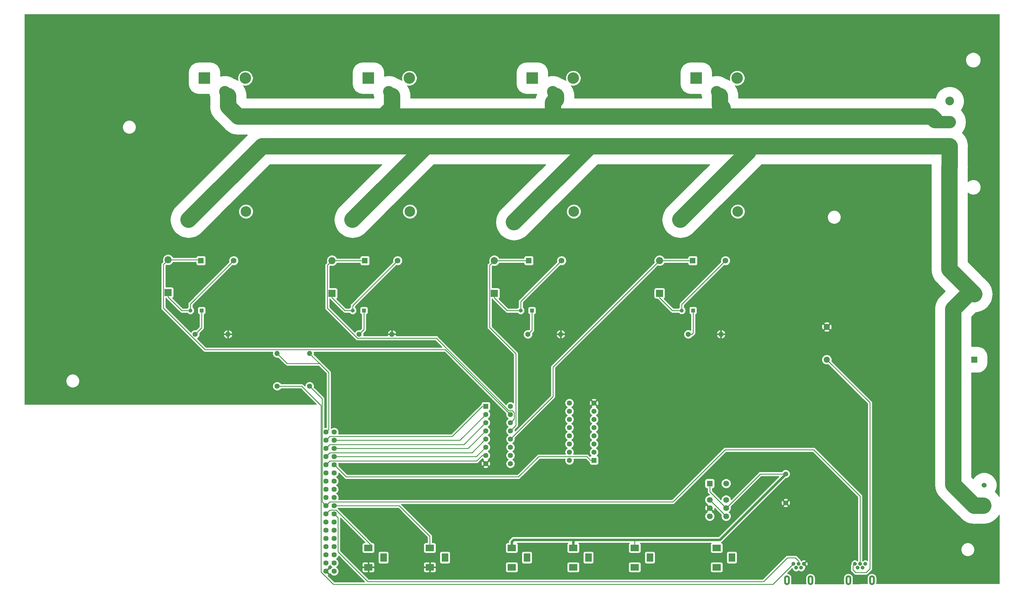
<source format=gtl>
G04 #@! TF.GenerationSoftware,KiCad,Pcbnew,5.1.5-52549c5~84~ubuntu18.04.1*
G04 #@! TF.CreationDate,2020-03-01T16:02:55-05:00*
G04 #@! TF.ProjectId,cropdroid-reservoir,63726f70-6472-46f6-9964-2d7265736572,0.6a*
G04 #@! TF.SameCoordinates,Original*
G04 #@! TF.FileFunction,Copper,L1,Top*
G04 #@! TF.FilePolarity,Positive*
%FSLAX46Y46*%
G04 Gerber Fmt 4.6, Leading zero omitted, Abs format (unit mm)*
G04 Created by KiCad (PCBNEW 5.1.5-52549c5~84~ubuntu18.04.1) date 2020-03-01 16:02:55*
%MOMM*%
%LPD*%
G04 APERTURE LIST*
%ADD10C,0.000100*%
%ADD11R,0.100000X0.100000*%
%ADD12C,1.208000*%
%ADD13C,1.524000*%
%ADD14C,1.881000*%
%ADD15R,1.881000X1.881000*%
%ADD16O,1.600000X1.600000*%
%ADD17C,1.600000*%
%ADD18C,1.230000*%
%ADD19R,1.230000X1.230000*%
%ADD20C,3.290000*%
%ADD21C,3.090000*%
%ADD22R,1.760000X1.760000*%
%ADD23C,1.760000*%
%ADD24C,3.556000*%
%ADD25R,3.556000X3.556000*%
%ADD26R,1.600000X1.600000*%
%ADD27R,2.700000X2.700000*%
%ADD28C,2.700000*%
%ADD29R,2.600000X2.000000*%
%ADD30R,2.000000X2.600000*%
%ADD31C,1.620010*%
%ADD32O,2.200000X2.200000*%
%ADD33R,2.200000X2.200000*%
%ADD34R,1.800000X1.800000*%
%ADD35C,1.800000*%
%ADD36C,0.254000*%
%ADD37C,3.810000*%
%ADD38C,5.080000*%
%ADD39C,0.762000*%
G04 APERTURE END LIST*
D10*
G36*
X321050000Y-212090000D02*
G01*
X321050000Y-212690000D01*
X321048835Y-212734486D01*
X321045344Y-212778849D01*
X321039535Y-212822969D01*
X321031425Y-212866725D01*
X321021037Y-212909996D01*
X321008398Y-212952664D01*
X320993543Y-212994613D01*
X320976514Y-213035726D01*
X320957356Y-213075892D01*
X320936122Y-213115000D01*
X320912870Y-213152943D01*
X320887664Y-213189617D01*
X320860574Y-213224922D01*
X320831673Y-213258761D01*
X320801041Y-213291041D01*
X320768761Y-213321673D01*
X320734922Y-213350574D01*
X320699617Y-213377664D01*
X320662943Y-213402870D01*
X320625000Y-213426122D01*
X320585892Y-213447356D01*
X320545726Y-213466514D01*
X320504613Y-213483543D01*
X320462664Y-213498398D01*
X320419996Y-213511037D01*
X320376725Y-213521425D01*
X320332969Y-213529535D01*
X320288849Y-213535344D01*
X320244486Y-213538835D01*
X320200000Y-213540000D01*
X320200000Y-213040000D01*
X320218318Y-213039520D01*
X320236585Y-213038083D01*
X320254752Y-213035691D01*
X320272769Y-213032352D01*
X320290587Y-213028074D01*
X320308156Y-213022870D01*
X320325429Y-213016753D01*
X320342358Y-213009741D01*
X320358897Y-213001852D01*
X320375000Y-212993109D01*
X320390624Y-212983535D01*
X320405725Y-212973156D01*
X320420262Y-212962001D01*
X320434196Y-212950101D01*
X320447487Y-212937487D01*
X320460101Y-212924196D01*
X320472001Y-212910262D01*
X320483156Y-212895725D01*
X320493535Y-212880624D01*
X320503109Y-212865000D01*
X320511852Y-212848897D01*
X320519741Y-212832358D01*
X320526753Y-212815429D01*
X320532870Y-212798156D01*
X320538074Y-212780587D01*
X320542352Y-212762769D01*
X320545691Y-212744752D01*
X320548083Y-212726585D01*
X320549520Y-212708318D01*
X320550000Y-212690000D01*
X320550000Y-212090000D01*
X321050000Y-212090000D01*
G37*
X321050000Y-212090000D02*
X321050000Y-212690000D01*
X321048835Y-212734486D01*
X321045344Y-212778849D01*
X321039535Y-212822969D01*
X321031425Y-212866725D01*
X321021037Y-212909996D01*
X321008398Y-212952664D01*
X320993543Y-212994613D01*
X320976514Y-213035726D01*
X320957356Y-213075892D01*
X320936122Y-213115000D01*
X320912870Y-213152943D01*
X320887664Y-213189617D01*
X320860574Y-213224922D01*
X320831673Y-213258761D01*
X320801041Y-213291041D01*
X320768761Y-213321673D01*
X320734922Y-213350574D01*
X320699617Y-213377664D01*
X320662943Y-213402870D01*
X320625000Y-213426122D01*
X320585892Y-213447356D01*
X320545726Y-213466514D01*
X320504613Y-213483543D01*
X320462664Y-213498398D01*
X320419996Y-213511037D01*
X320376725Y-213521425D01*
X320332969Y-213529535D01*
X320288849Y-213535344D01*
X320244486Y-213538835D01*
X320200000Y-213540000D01*
X320200000Y-213040000D01*
X320218318Y-213039520D01*
X320236585Y-213038083D01*
X320254752Y-213035691D01*
X320272769Y-213032352D01*
X320290587Y-213028074D01*
X320308156Y-213022870D01*
X320325429Y-213016753D01*
X320342358Y-213009741D01*
X320358897Y-213001852D01*
X320375000Y-212993109D01*
X320390624Y-212983535D01*
X320405725Y-212973156D01*
X320420262Y-212962001D01*
X320434196Y-212950101D01*
X320447487Y-212937487D01*
X320460101Y-212924196D01*
X320472001Y-212910262D01*
X320483156Y-212895725D01*
X320493535Y-212880624D01*
X320503109Y-212865000D01*
X320511852Y-212848897D01*
X320519741Y-212832358D01*
X320526753Y-212815429D01*
X320532870Y-212798156D01*
X320538074Y-212780587D01*
X320542352Y-212762769D01*
X320545691Y-212744752D01*
X320548083Y-212726585D01*
X320549520Y-212708318D01*
X320550000Y-212690000D01*
X320550000Y-212090000D01*
X321050000Y-212090000D01*
G36*
X319350000Y-212090000D02*
G01*
X319350000Y-212690000D01*
X319351165Y-212734486D01*
X319354656Y-212778849D01*
X319360465Y-212822969D01*
X319368575Y-212866725D01*
X319378963Y-212909996D01*
X319391602Y-212952664D01*
X319406457Y-212994613D01*
X319423486Y-213035726D01*
X319442644Y-213075892D01*
X319463878Y-213115000D01*
X319487130Y-213152943D01*
X319512336Y-213189617D01*
X319539426Y-213224922D01*
X319568327Y-213258761D01*
X319598959Y-213291041D01*
X319631239Y-213321673D01*
X319665078Y-213350574D01*
X319700383Y-213377664D01*
X319737057Y-213402870D01*
X319775000Y-213426122D01*
X319814108Y-213447356D01*
X319854274Y-213466514D01*
X319895387Y-213483543D01*
X319937336Y-213498398D01*
X319980004Y-213511037D01*
X320023275Y-213521425D01*
X320067031Y-213529535D01*
X320111151Y-213535344D01*
X320155514Y-213538835D01*
X320200000Y-213540000D01*
X320200000Y-213040000D01*
X320181682Y-213039520D01*
X320163415Y-213038083D01*
X320145248Y-213035691D01*
X320127231Y-213032352D01*
X320109413Y-213028074D01*
X320091844Y-213022870D01*
X320074571Y-213016753D01*
X320057642Y-213009741D01*
X320041103Y-213001852D01*
X320025000Y-212993109D01*
X320009376Y-212983535D01*
X319994275Y-212973156D01*
X319979738Y-212962001D01*
X319965804Y-212950101D01*
X319952513Y-212937487D01*
X319939899Y-212924196D01*
X319927999Y-212910262D01*
X319916844Y-212895725D01*
X319906465Y-212880624D01*
X319896891Y-212865000D01*
X319888148Y-212848897D01*
X319880259Y-212832358D01*
X319873247Y-212815429D01*
X319867130Y-212798156D01*
X319861926Y-212780587D01*
X319857648Y-212762769D01*
X319854309Y-212744752D01*
X319851917Y-212726585D01*
X319850480Y-212708318D01*
X319850000Y-212690000D01*
X319850000Y-212090000D01*
X319350000Y-212090000D01*
G37*
X319350000Y-212090000D02*
X319350000Y-212690000D01*
X319351165Y-212734486D01*
X319354656Y-212778849D01*
X319360465Y-212822969D01*
X319368575Y-212866725D01*
X319378963Y-212909996D01*
X319391602Y-212952664D01*
X319406457Y-212994613D01*
X319423486Y-213035726D01*
X319442644Y-213075892D01*
X319463878Y-213115000D01*
X319487130Y-213152943D01*
X319512336Y-213189617D01*
X319539426Y-213224922D01*
X319568327Y-213258761D01*
X319598959Y-213291041D01*
X319631239Y-213321673D01*
X319665078Y-213350574D01*
X319700383Y-213377664D01*
X319737057Y-213402870D01*
X319775000Y-213426122D01*
X319814108Y-213447356D01*
X319854274Y-213466514D01*
X319895387Y-213483543D01*
X319937336Y-213498398D01*
X319980004Y-213511037D01*
X320023275Y-213521425D01*
X320067031Y-213529535D01*
X320111151Y-213535344D01*
X320155514Y-213538835D01*
X320200000Y-213540000D01*
X320200000Y-213040000D01*
X320181682Y-213039520D01*
X320163415Y-213038083D01*
X320145248Y-213035691D01*
X320127231Y-213032352D01*
X320109413Y-213028074D01*
X320091844Y-213022870D01*
X320074571Y-213016753D01*
X320057642Y-213009741D01*
X320041103Y-213001852D01*
X320025000Y-212993109D01*
X320009376Y-212983535D01*
X319994275Y-212973156D01*
X319979738Y-212962001D01*
X319965804Y-212950101D01*
X319952513Y-212937487D01*
X319939899Y-212924196D01*
X319927999Y-212910262D01*
X319916844Y-212895725D01*
X319906465Y-212880624D01*
X319896891Y-212865000D01*
X319888148Y-212848897D01*
X319880259Y-212832358D01*
X319873247Y-212815429D01*
X319867130Y-212798156D01*
X319861926Y-212780587D01*
X319857648Y-212762769D01*
X319854309Y-212744752D01*
X319851917Y-212726585D01*
X319850480Y-212708318D01*
X319850000Y-212690000D01*
X319850000Y-212090000D01*
X319350000Y-212090000D01*
G36*
X319350000Y-212090000D02*
G01*
X319350000Y-211490000D01*
X319351165Y-211445514D01*
X319354656Y-211401151D01*
X319360465Y-211357031D01*
X319368575Y-211313275D01*
X319378963Y-211270004D01*
X319391602Y-211227336D01*
X319406457Y-211185387D01*
X319423486Y-211144274D01*
X319442644Y-211104108D01*
X319463878Y-211065000D01*
X319487130Y-211027057D01*
X319512336Y-210990383D01*
X319539426Y-210955078D01*
X319568327Y-210921239D01*
X319598959Y-210888959D01*
X319631239Y-210858327D01*
X319665078Y-210829426D01*
X319700383Y-210802336D01*
X319737057Y-210777130D01*
X319775000Y-210753878D01*
X319814108Y-210732644D01*
X319854274Y-210713486D01*
X319895387Y-210696457D01*
X319937336Y-210681602D01*
X319980004Y-210668963D01*
X320023275Y-210658575D01*
X320067031Y-210650465D01*
X320111151Y-210644656D01*
X320155514Y-210641165D01*
X320200000Y-210640000D01*
X320200000Y-211140000D01*
X320181682Y-211140480D01*
X320163415Y-211141917D01*
X320145248Y-211144309D01*
X320127231Y-211147648D01*
X320109413Y-211151926D01*
X320091844Y-211157130D01*
X320074571Y-211163247D01*
X320057642Y-211170259D01*
X320041103Y-211178148D01*
X320025000Y-211186891D01*
X320009376Y-211196465D01*
X319994275Y-211206844D01*
X319979738Y-211217999D01*
X319965804Y-211229899D01*
X319952513Y-211242513D01*
X319939899Y-211255804D01*
X319927999Y-211269738D01*
X319916844Y-211284275D01*
X319906465Y-211299376D01*
X319896891Y-211315000D01*
X319888148Y-211331103D01*
X319880259Y-211347642D01*
X319873247Y-211364571D01*
X319867130Y-211381844D01*
X319861926Y-211399413D01*
X319857648Y-211417231D01*
X319854309Y-211435248D01*
X319851917Y-211453415D01*
X319850480Y-211471682D01*
X319850000Y-211490000D01*
X319850000Y-212090000D01*
X319350000Y-212090000D01*
G37*
X319350000Y-212090000D02*
X319350000Y-211490000D01*
X319351165Y-211445514D01*
X319354656Y-211401151D01*
X319360465Y-211357031D01*
X319368575Y-211313275D01*
X319378963Y-211270004D01*
X319391602Y-211227336D01*
X319406457Y-211185387D01*
X319423486Y-211144274D01*
X319442644Y-211104108D01*
X319463878Y-211065000D01*
X319487130Y-211027057D01*
X319512336Y-210990383D01*
X319539426Y-210955078D01*
X319568327Y-210921239D01*
X319598959Y-210888959D01*
X319631239Y-210858327D01*
X319665078Y-210829426D01*
X319700383Y-210802336D01*
X319737057Y-210777130D01*
X319775000Y-210753878D01*
X319814108Y-210732644D01*
X319854274Y-210713486D01*
X319895387Y-210696457D01*
X319937336Y-210681602D01*
X319980004Y-210668963D01*
X320023275Y-210658575D01*
X320067031Y-210650465D01*
X320111151Y-210644656D01*
X320155514Y-210641165D01*
X320200000Y-210640000D01*
X320200000Y-211140000D01*
X320181682Y-211140480D01*
X320163415Y-211141917D01*
X320145248Y-211144309D01*
X320127231Y-211147648D01*
X320109413Y-211151926D01*
X320091844Y-211157130D01*
X320074571Y-211163247D01*
X320057642Y-211170259D01*
X320041103Y-211178148D01*
X320025000Y-211186891D01*
X320009376Y-211196465D01*
X319994275Y-211206844D01*
X319979738Y-211217999D01*
X319965804Y-211229899D01*
X319952513Y-211242513D01*
X319939899Y-211255804D01*
X319927999Y-211269738D01*
X319916844Y-211284275D01*
X319906465Y-211299376D01*
X319896891Y-211315000D01*
X319888148Y-211331103D01*
X319880259Y-211347642D01*
X319873247Y-211364571D01*
X319867130Y-211381844D01*
X319861926Y-211399413D01*
X319857648Y-211417231D01*
X319854309Y-211435248D01*
X319851917Y-211453415D01*
X319850480Y-211471682D01*
X319850000Y-211490000D01*
X319850000Y-212090000D01*
X319350000Y-212090000D01*
G36*
X321050000Y-212090000D02*
G01*
X321050000Y-211490000D01*
X321048835Y-211445514D01*
X321045344Y-211401151D01*
X321039535Y-211357031D01*
X321031425Y-211313275D01*
X321021037Y-211270004D01*
X321008398Y-211227336D01*
X320993543Y-211185387D01*
X320976514Y-211144274D01*
X320957356Y-211104108D01*
X320936122Y-211065000D01*
X320912870Y-211027057D01*
X320887664Y-210990383D01*
X320860574Y-210955078D01*
X320831673Y-210921239D01*
X320801041Y-210888959D01*
X320768761Y-210858327D01*
X320734922Y-210829426D01*
X320699617Y-210802336D01*
X320662943Y-210777130D01*
X320625000Y-210753878D01*
X320585892Y-210732644D01*
X320545726Y-210713486D01*
X320504613Y-210696457D01*
X320462664Y-210681602D01*
X320419996Y-210668963D01*
X320376725Y-210658575D01*
X320332969Y-210650465D01*
X320288849Y-210644656D01*
X320244486Y-210641165D01*
X320200000Y-210640000D01*
X320200000Y-211140000D01*
X320218318Y-211140480D01*
X320236585Y-211141917D01*
X320254752Y-211144309D01*
X320272769Y-211147648D01*
X320290587Y-211151926D01*
X320308156Y-211157130D01*
X320325429Y-211163247D01*
X320342358Y-211170259D01*
X320358897Y-211178148D01*
X320375000Y-211186891D01*
X320390624Y-211196465D01*
X320405725Y-211206844D01*
X320420262Y-211217999D01*
X320434196Y-211229899D01*
X320447487Y-211242513D01*
X320460101Y-211255804D01*
X320472001Y-211269738D01*
X320483156Y-211284275D01*
X320493535Y-211299376D01*
X320503109Y-211315000D01*
X320511852Y-211331103D01*
X320519741Y-211347642D01*
X320526753Y-211364571D01*
X320532870Y-211381844D01*
X320538074Y-211399413D01*
X320542352Y-211417231D01*
X320545691Y-211435248D01*
X320548083Y-211453415D01*
X320549520Y-211471682D01*
X320550000Y-211490000D01*
X320550000Y-212090000D01*
X321050000Y-212090000D01*
G37*
X321050000Y-212090000D02*
X321050000Y-211490000D01*
X321048835Y-211445514D01*
X321045344Y-211401151D01*
X321039535Y-211357031D01*
X321031425Y-211313275D01*
X321021037Y-211270004D01*
X321008398Y-211227336D01*
X320993543Y-211185387D01*
X320976514Y-211144274D01*
X320957356Y-211104108D01*
X320936122Y-211065000D01*
X320912870Y-211027057D01*
X320887664Y-210990383D01*
X320860574Y-210955078D01*
X320831673Y-210921239D01*
X320801041Y-210888959D01*
X320768761Y-210858327D01*
X320734922Y-210829426D01*
X320699617Y-210802336D01*
X320662943Y-210777130D01*
X320625000Y-210753878D01*
X320585892Y-210732644D01*
X320545726Y-210713486D01*
X320504613Y-210696457D01*
X320462664Y-210681602D01*
X320419996Y-210668963D01*
X320376725Y-210658575D01*
X320332969Y-210650465D01*
X320288849Y-210644656D01*
X320244486Y-210641165D01*
X320200000Y-210640000D01*
X320200000Y-211140000D01*
X320218318Y-211140480D01*
X320236585Y-211141917D01*
X320254752Y-211144309D01*
X320272769Y-211147648D01*
X320290587Y-211151926D01*
X320308156Y-211157130D01*
X320325429Y-211163247D01*
X320342358Y-211170259D01*
X320358897Y-211178148D01*
X320375000Y-211186891D01*
X320390624Y-211196465D01*
X320405725Y-211206844D01*
X320420262Y-211217999D01*
X320434196Y-211229899D01*
X320447487Y-211242513D01*
X320460101Y-211255804D01*
X320472001Y-211269738D01*
X320483156Y-211284275D01*
X320493535Y-211299376D01*
X320503109Y-211315000D01*
X320511852Y-211331103D01*
X320519741Y-211347642D01*
X320526753Y-211364571D01*
X320532870Y-211381844D01*
X320538074Y-211399413D01*
X320542352Y-211417231D01*
X320545691Y-211435248D01*
X320548083Y-211453415D01*
X320549520Y-211471682D01*
X320550000Y-211490000D01*
X320550000Y-212090000D01*
X321050000Y-212090000D01*
G36*
X328350000Y-212090000D02*
G01*
X328350000Y-212690000D01*
X328348835Y-212734486D01*
X328345344Y-212778849D01*
X328339535Y-212822969D01*
X328331425Y-212866725D01*
X328321037Y-212909996D01*
X328308398Y-212952664D01*
X328293543Y-212994613D01*
X328276514Y-213035726D01*
X328257356Y-213075892D01*
X328236122Y-213115000D01*
X328212870Y-213152943D01*
X328187664Y-213189617D01*
X328160574Y-213224922D01*
X328131673Y-213258761D01*
X328101041Y-213291041D01*
X328068761Y-213321673D01*
X328034922Y-213350574D01*
X327999617Y-213377664D01*
X327962943Y-213402870D01*
X327925000Y-213426122D01*
X327885892Y-213447356D01*
X327845726Y-213466514D01*
X327804613Y-213483543D01*
X327762664Y-213498398D01*
X327719996Y-213511037D01*
X327676725Y-213521425D01*
X327632969Y-213529535D01*
X327588849Y-213535344D01*
X327544486Y-213538835D01*
X327500000Y-213540000D01*
X327500000Y-213040000D01*
X327518318Y-213039520D01*
X327536585Y-213038083D01*
X327554752Y-213035691D01*
X327572769Y-213032352D01*
X327590587Y-213028074D01*
X327608156Y-213022870D01*
X327625429Y-213016753D01*
X327642358Y-213009741D01*
X327658897Y-213001852D01*
X327675000Y-212993109D01*
X327690624Y-212983535D01*
X327705725Y-212973156D01*
X327720262Y-212962001D01*
X327734196Y-212950101D01*
X327747487Y-212937487D01*
X327760101Y-212924196D01*
X327772001Y-212910262D01*
X327783156Y-212895725D01*
X327793535Y-212880624D01*
X327803109Y-212865000D01*
X327811852Y-212848897D01*
X327819741Y-212832358D01*
X327826753Y-212815429D01*
X327832870Y-212798156D01*
X327838074Y-212780587D01*
X327842352Y-212762769D01*
X327845691Y-212744752D01*
X327848083Y-212726585D01*
X327849520Y-212708318D01*
X327850000Y-212690000D01*
X327850000Y-212090000D01*
X328350000Y-212090000D01*
G37*
X328350000Y-212090000D02*
X328350000Y-212690000D01*
X328348835Y-212734486D01*
X328345344Y-212778849D01*
X328339535Y-212822969D01*
X328331425Y-212866725D01*
X328321037Y-212909996D01*
X328308398Y-212952664D01*
X328293543Y-212994613D01*
X328276514Y-213035726D01*
X328257356Y-213075892D01*
X328236122Y-213115000D01*
X328212870Y-213152943D01*
X328187664Y-213189617D01*
X328160574Y-213224922D01*
X328131673Y-213258761D01*
X328101041Y-213291041D01*
X328068761Y-213321673D01*
X328034922Y-213350574D01*
X327999617Y-213377664D01*
X327962943Y-213402870D01*
X327925000Y-213426122D01*
X327885892Y-213447356D01*
X327845726Y-213466514D01*
X327804613Y-213483543D01*
X327762664Y-213498398D01*
X327719996Y-213511037D01*
X327676725Y-213521425D01*
X327632969Y-213529535D01*
X327588849Y-213535344D01*
X327544486Y-213538835D01*
X327500000Y-213540000D01*
X327500000Y-213040000D01*
X327518318Y-213039520D01*
X327536585Y-213038083D01*
X327554752Y-213035691D01*
X327572769Y-213032352D01*
X327590587Y-213028074D01*
X327608156Y-213022870D01*
X327625429Y-213016753D01*
X327642358Y-213009741D01*
X327658897Y-213001852D01*
X327675000Y-212993109D01*
X327690624Y-212983535D01*
X327705725Y-212973156D01*
X327720262Y-212962001D01*
X327734196Y-212950101D01*
X327747487Y-212937487D01*
X327760101Y-212924196D01*
X327772001Y-212910262D01*
X327783156Y-212895725D01*
X327793535Y-212880624D01*
X327803109Y-212865000D01*
X327811852Y-212848897D01*
X327819741Y-212832358D01*
X327826753Y-212815429D01*
X327832870Y-212798156D01*
X327838074Y-212780587D01*
X327842352Y-212762769D01*
X327845691Y-212744752D01*
X327848083Y-212726585D01*
X327849520Y-212708318D01*
X327850000Y-212690000D01*
X327850000Y-212090000D01*
X328350000Y-212090000D01*
G36*
X326650000Y-212090000D02*
G01*
X326650000Y-212690000D01*
X326651165Y-212734486D01*
X326654656Y-212778849D01*
X326660465Y-212822969D01*
X326668575Y-212866725D01*
X326678963Y-212909996D01*
X326691602Y-212952664D01*
X326706457Y-212994613D01*
X326723486Y-213035726D01*
X326742644Y-213075892D01*
X326763878Y-213115000D01*
X326787130Y-213152943D01*
X326812336Y-213189617D01*
X326839426Y-213224922D01*
X326868327Y-213258761D01*
X326898959Y-213291041D01*
X326931239Y-213321673D01*
X326965078Y-213350574D01*
X327000383Y-213377664D01*
X327037057Y-213402870D01*
X327075000Y-213426122D01*
X327114108Y-213447356D01*
X327154274Y-213466514D01*
X327195387Y-213483543D01*
X327237336Y-213498398D01*
X327280004Y-213511037D01*
X327323275Y-213521425D01*
X327367031Y-213529535D01*
X327411151Y-213535344D01*
X327455514Y-213538835D01*
X327500000Y-213540000D01*
X327500000Y-213040000D01*
X327481682Y-213039520D01*
X327463415Y-213038083D01*
X327445248Y-213035691D01*
X327427231Y-213032352D01*
X327409413Y-213028074D01*
X327391844Y-213022870D01*
X327374571Y-213016753D01*
X327357642Y-213009741D01*
X327341103Y-213001852D01*
X327325000Y-212993109D01*
X327309376Y-212983535D01*
X327294275Y-212973156D01*
X327279738Y-212962001D01*
X327265804Y-212950101D01*
X327252513Y-212937487D01*
X327239899Y-212924196D01*
X327227999Y-212910262D01*
X327216844Y-212895725D01*
X327206465Y-212880624D01*
X327196891Y-212865000D01*
X327188148Y-212848897D01*
X327180259Y-212832358D01*
X327173247Y-212815429D01*
X327167130Y-212798156D01*
X327161926Y-212780587D01*
X327157648Y-212762769D01*
X327154309Y-212744752D01*
X327151917Y-212726585D01*
X327150480Y-212708318D01*
X327150000Y-212690000D01*
X327150000Y-212090000D01*
X326650000Y-212090000D01*
G37*
X326650000Y-212090000D02*
X326650000Y-212690000D01*
X326651165Y-212734486D01*
X326654656Y-212778849D01*
X326660465Y-212822969D01*
X326668575Y-212866725D01*
X326678963Y-212909996D01*
X326691602Y-212952664D01*
X326706457Y-212994613D01*
X326723486Y-213035726D01*
X326742644Y-213075892D01*
X326763878Y-213115000D01*
X326787130Y-213152943D01*
X326812336Y-213189617D01*
X326839426Y-213224922D01*
X326868327Y-213258761D01*
X326898959Y-213291041D01*
X326931239Y-213321673D01*
X326965078Y-213350574D01*
X327000383Y-213377664D01*
X327037057Y-213402870D01*
X327075000Y-213426122D01*
X327114108Y-213447356D01*
X327154274Y-213466514D01*
X327195387Y-213483543D01*
X327237336Y-213498398D01*
X327280004Y-213511037D01*
X327323275Y-213521425D01*
X327367031Y-213529535D01*
X327411151Y-213535344D01*
X327455514Y-213538835D01*
X327500000Y-213540000D01*
X327500000Y-213040000D01*
X327481682Y-213039520D01*
X327463415Y-213038083D01*
X327445248Y-213035691D01*
X327427231Y-213032352D01*
X327409413Y-213028074D01*
X327391844Y-213022870D01*
X327374571Y-213016753D01*
X327357642Y-213009741D01*
X327341103Y-213001852D01*
X327325000Y-212993109D01*
X327309376Y-212983535D01*
X327294275Y-212973156D01*
X327279738Y-212962001D01*
X327265804Y-212950101D01*
X327252513Y-212937487D01*
X327239899Y-212924196D01*
X327227999Y-212910262D01*
X327216844Y-212895725D01*
X327206465Y-212880624D01*
X327196891Y-212865000D01*
X327188148Y-212848897D01*
X327180259Y-212832358D01*
X327173247Y-212815429D01*
X327167130Y-212798156D01*
X327161926Y-212780587D01*
X327157648Y-212762769D01*
X327154309Y-212744752D01*
X327151917Y-212726585D01*
X327150480Y-212708318D01*
X327150000Y-212690000D01*
X327150000Y-212090000D01*
X326650000Y-212090000D01*
G36*
X326650000Y-212090000D02*
G01*
X326650000Y-211490000D01*
X326651165Y-211445514D01*
X326654656Y-211401151D01*
X326660465Y-211357031D01*
X326668575Y-211313275D01*
X326678963Y-211270004D01*
X326691602Y-211227336D01*
X326706457Y-211185387D01*
X326723486Y-211144274D01*
X326742644Y-211104108D01*
X326763878Y-211065000D01*
X326787130Y-211027057D01*
X326812336Y-210990383D01*
X326839426Y-210955078D01*
X326868327Y-210921239D01*
X326898959Y-210888959D01*
X326931239Y-210858327D01*
X326965078Y-210829426D01*
X327000383Y-210802336D01*
X327037057Y-210777130D01*
X327075000Y-210753878D01*
X327114108Y-210732644D01*
X327154274Y-210713486D01*
X327195387Y-210696457D01*
X327237336Y-210681602D01*
X327280004Y-210668963D01*
X327323275Y-210658575D01*
X327367031Y-210650465D01*
X327411151Y-210644656D01*
X327455514Y-210641165D01*
X327500000Y-210640000D01*
X327500000Y-211140000D01*
X327481682Y-211140480D01*
X327463415Y-211141917D01*
X327445248Y-211144309D01*
X327427231Y-211147648D01*
X327409413Y-211151926D01*
X327391844Y-211157130D01*
X327374571Y-211163247D01*
X327357642Y-211170259D01*
X327341103Y-211178148D01*
X327325000Y-211186891D01*
X327309376Y-211196465D01*
X327294275Y-211206844D01*
X327279738Y-211217999D01*
X327265804Y-211229899D01*
X327252513Y-211242513D01*
X327239899Y-211255804D01*
X327227999Y-211269738D01*
X327216844Y-211284275D01*
X327206465Y-211299376D01*
X327196891Y-211315000D01*
X327188148Y-211331103D01*
X327180259Y-211347642D01*
X327173247Y-211364571D01*
X327167130Y-211381844D01*
X327161926Y-211399413D01*
X327157648Y-211417231D01*
X327154309Y-211435248D01*
X327151917Y-211453415D01*
X327150480Y-211471682D01*
X327150000Y-211490000D01*
X327150000Y-212090000D01*
X326650000Y-212090000D01*
G37*
X326650000Y-212090000D02*
X326650000Y-211490000D01*
X326651165Y-211445514D01*
X326654656Y-211401151D01*
X326660465Y-211357031D01*
X326668575Y-211313275D01*
X326678963Y-211270004D01*
X326691602Y-211227336D01*
X326706457Y-211185387D01*
X326723486Y-211144274D01*
X326742644Y-211104108D01*
X326763878Y-211065000D01*
X326787130Y-211027057D01*
X326812336Y-210990383D01*
X326839426Y-210955078D01*
X326868327Y-210921239D01*
X326898959Y-210888959D01*
X326931239Y-210858327D01*
X326965078Y-210829426D01*
X327000383Y-210802336D01*
X327037057Y-210777130D01*
X327075000Y-210753878D01*
X327114108Y-210732644D01*
X327154274Y-210713486D01*
X327195387Y-210696457D01*
X327237336Y-210681602D01*
X327280004Y-210668963D01*
X327323275Y-210658575D01*
X327367031Y-210650465D01*
X327411151Y-210644656D01*
X327455514Y-210641165D01*
X327500000Y-210640000D01*
X327500000Y-211140000D01*
X327481682Y-211140480D01*
X327463415Y-211141917D01*
X327445248Y-211144309D01*
X327427231Y-211147648D01*
X327409413Y-211151926D01*
X327391844Y-211157130D01*
X327374571Y-211163247D01*
X327357642Y-211170259D01*
X327341103Y-211178148D01*
X327325000Y-211186891D01*
X327309376Y-211196465D01*
X327294275Y-211206844D01*
X327279738Y-211217999D01*
X327265804Y-211229899D01*
X327252513Y-211242513D01*
X327239899Y-211255804D01*
X327227999Y-211269738D01*
X327216844Y-211284275D01*
X327206465Y-211299376D01*
X327196891Y-211315000D01*
X327188148Y-211331103D01*
X327180259Y-211347642D01*
X327173247Y-211364571D01*
X327167130Y-211381844D01*
X327161926Y-211399413D01*
X327157648Y-211417231D01*
X327154309Y-211435248D01*
X327151917Y-211453415D01*
X327150480Y-211471682D01*
X327150000Y-211490000D01*
X327150000Y-212090000D01*
X326650000Y-212090000D01*
G36*
X328350000Y-212090000D02*
G01*
X328350000Y-211490000D01*
X328348835Y-211445514D01*
X328345344Y-211401151D01*
X328339535Y-211357031D01*
X328331425Y-211313275D01*
X328321037Y-211270004D01*
X328308398Y-211227336D01*
X328293543Y-211185387D01*
X328276514Y-211144274D01*
X328257356Y-211104108D01*
X328236122Y-211065000D01*
X328212870Y-211027057D01*
X328187664Y-210990383D01*
X328160574Y-210955078D01*
X328131673Y-210921239D01*
X328101041Y-210888959D01*
X328068761Y-210858327D01*
X328034922Y-210829426D01*
X327999617Y-210802336D01*
X327962943Y-210777130D01*
X327925000Y-210753878D01*
X327885892Y-210732644D01*
X327845726Y-210713486D01*
X327804613Y-210696457D01*
X327762664Y-210681602D01*
X327719996Y-210668963D01*
X327676725Y-210658575D01*
X327632969Y-210650465D01*
X327588849Y-210644656D01*
X327544486Y-210641165D01*
X327500000Y-210640000D01*
X327500000Y-211140000D01*
X327518318Y-211140480D01*
X327536585Y-211141917D01*
X327554752Y-211144309D01*
X327572769Y-211147648D01*
X327590587Y-211151926D01*
X327608156Y-211157130D01*
X327625429Y-211163247D01*
X327642358Y-211170259D01*
X327658897Y-211178148D01*
X327675000Y-211186891D01*
X327690624Y-211196465D01*
X327705725Y-211206844D01*
X327720262Y-211217999D01*
X327734196Y-211229899D01*
X327747487Y-211242513D01*
X327760101Y-211255804D01*
X327772001Y-211269738D01*
X327783156Y-211284275D01*
X327793535Y-211299376D01*
X327803109Y-211315000D01*
X327811852Y-211331103D01*
X327819741Y-211347642D01*
X327826753Y-211364571D01*
X327832870Y-211381844D01*
X327838074Y-211399413D01*
X327842352Y-211417231D01*
X327845691Y-211435248D01*
X327848083Y-211453415D01*
X327849520Y-211471682D01*
X327850000Y-211490000D01*
X327850000Y-212090000D01*
X328350000Y-212090000D01*
G37*
X328350000Y-212090000D02*
X328350000Y-211490000D01*
X328348835Y-211445514D01*
X328345344Y-211401151D01*
X328339535Y-211357031D01*
X328331425Y-211313275D01*
X328321037Y-211270004D01*
X328308398Y-211227336D01*
X328293543Y-211185387D01*
X328276514Y-211144274D01*
X328257356Y-211104108D01*
X328236122Y-211065000D01*
X328212870Y-211027057D01*
X328187664Y-210990383D01*
X328160574Y-210955078D01*
X328131673Y-210921239D01*
X328101041Y-210888959D01*
X328068761Y-210858327D01*
X328034922Y-210829426D01*
X327999617Y-210802336D01*
X327962943Y-210777130D01*
X327925000Y-210753878D01*
X327885892Y-210732644D01*
X327845726Y-210713486D01*
X327804613Y-210696457D01*
X327762664Y-210681602D01*
X327719996Y-210668963D01*
X327676725Y-210658575D01*
X327632969Y-210650465D01*
X327588849Y-210644656D01*
X327544486Y-210641165D01*
X327500000Y-210640000D01*
X327500000Y-211140000D01*
X327518318Y-211140480D01*
X327536585Y-211141917D01*
X327554752Y-211144309D01*
X327572769Y-211147648D01*
X327590587Y-211151926D01*
X327608156Y-211157130D01*
X327625429Y-211163247D01*
X327642358Y-211170259D01*
X327658897Y-211178148D01*
X327675000Y-211186891D01*
X327690624Y-211196465D01*
X327705725Y-211206844D01*
X327720262Y-211217999D01*
X327734196Y-211229899D01*
X327747487Y-211242513D01*
X327760101Y-211255804D01*
X327772001Y-211269738D01*
X327783156Y-211284275D01*
X327793535Y-211299376D01*
X327803109Y-211315000D01*
X327811852Y-211331103D01*
X327819741Y-211347642D01*
X327826753Y-211364571D01*
X327832870Y-211381844D01*
X327838074Y-211399413D01*
X327842352Y-211417231D01*
X327845691Y-211435248D01*
X327848083Y-211453415D01*
X327849520Y-211471682D01*
X327850000Y-211490000D01*
X327850000Y-212090000D01*
X328350000Y-212090000D01*
G36*
X302000000Y-212090000D02*
G01*
X302000000Y-212690000D01*
X301998835Y-212734486D01*
X301995344Y-212778849D01*
X301989535Y-212822969D01*
X301981425Y-212866725D01*
X301971037Y-212909996D01*
X301958398Y-212952664D01*
X301943543Y-212994613D01*
X301926514Y-213035726D01*
X301907356Y-213075892D01*
X301886122Y-213115000D01*
X301862870Y-213152943D01*
X301837664Y-213189617D01*
X301810574Y-213224922D01*
X301781673Y-213258761D01*
X301751041Y-213291041D01*
X301718761Y-213321673D01*
X301684922Y-213350574D01*
X301649617Y-213377664D01*
X301612943Y-213402870D01*
X301575000Y-213426122D01*
X301535892Y-213447356D01*
X301495726Y-213466514D01*
X301454613Y-213483543D01*
X301412664Y-213498398D01*
X301369996Y-213511037D01*
X301326725Y-213521425D01*
X301282969Y-213529535D01*
X301238849Y-213535344D01*
X301194486Y-213538835D01*
X301150000Y-213540000D01*
X301150000Y-213040000D01*
X301168318Y-213039520D01*
X301186585Y-213038083D01*
X301204752Y-213035691D01*
X301222769Y-213032352D01*
X301240587Y-213028074D01*
X301258156Y-213022870D01*
X301275429Y-213016753D01*
X301292358Y-213009741D01*
X301308897Y-213001852D01*
X301325000Y-212993109D01*
X301340624Y-212983535D01*
X301355725Y-212973156D01*
X301370262Y-212962001D01*
X301384196Y-212950101D01*
X301397487Y-212937487D01*
X301410101Y-212924196D01*
X301422001Y-212910262D01*
X301433156Y-212895725D01*
X301443535Y-212880624D01*
X301453109Y-212865000D01*
X301461852Y-212848897D01*
X301469741Y-212832358D01*
X301476753Y-212815429D01*
X301482870Y-212798156D01*
X301488074Y-212780587D01*
X301492352Y-212762769D01*
X301495691Y-212744752D01*
X301498083Y-212726585D01*
X301499520Y-212708318D01*
X301500000Y-212690000D01*
X301500000Y-212090000D01*
X302000000Y-212090000D01*
G37*
X302000000Y-212090000D02*
X302000000Y-212690000D01*
X301998835Y-212734486D01*
X301995344Y-212778849D01*
X301989535Y-212822969D01*
X301981425Y-212866725D01*
X301971037Y-212909996D01*
X301958398Y-212952664D01*
X301943543Y-212994613D01*
X301926514Y-213035726D01*
X301907356Y-213075892D01*
X301886122Y-213115000D01*
X301862870Y-213152943D01*
X301837664Y-213189617D01*
X301810574Y-213224922D01*
X301781673Y-213258761D01*
X301751041Y-213291041D01*
X301718761Y-213321673D01*
X301684922Y-213350574D01*
X301649617Y-213377664D01*
X301612943Y-213402870D01*
X301575000Y-213426122D01*
X301535892Y-213447356D01*
X301495726Y-213466514D01*
X301454613Y-213483543D01*
X301412664Y-213498398D01*
X301369996Y-213511037D01*
X301326725Y-213521425D01*
X301282969Y-213529535D01*
X301238849Y-213535344D01*
X301194486Y-213538835D01*
X301150000Y-213540000D01*
X301150000Y-213040000D01*
X301168318Y-213039520D01*
X301186585Y-213038083D01*
X301204752Y-213035691D01*
X301222769Y-213032352D01*
X301240587Y-213028074D01*
X301258156Y-213022870D01*
X301275429Y-213016753D01*
X301292358Y-213009741D01*
X301308897Y-213001852D01*
X301325000Y-212993109D01*
X301340624Y-212983535D01*
X301355725Y-212973156D01*
X301370262Y-212962001D01*
X301384196Y-212950101D01*
X301397487Y-212937487D01*
X301410101Y-212924196D01*
X301422001Y-212910262D01*
X301433156Y-212895725D01*
X301443535Y-212880624D01*
X301453109Y-212865000D01*
X301461852Y-212848897D01*
X301469741Y-212832358D01*
X301476753Y-212815429D01*
X301482870Y-212798156D01*
X301488074Y-212780587D01*
X301492352Y-212762769D01*
X301495691Y-212744752D01*
X301498083Y-212726585D01*
X301499520Y-212708318D01*
X301500000Y-212690000D01*
X301500000Y-212090000D01*
X302000000Y-212090000D01*
G36*
X300300000Y-212090000D02*
G01*
X300300000Y-212690000D01*
X300301165Y-212734486D01*
X300304656Y-212778849D01*
X300310465Y-212822969D01*
X300318575Y-212866725D01*
X300328963Y-212909996D01*
X300341602Y-212952664D01*
X300356457Y-212994613D01*
X300373486Y-213035726D01*
X300392644Y-213075892D01*
X300413878Y-213115000D01*
X300437130Y-213152943D01*
X300462336Y-213189617D01*
X300489426Y-213224922D01*
X300518327Y-213258761D01*
X300548959Y-213291041D01*
X300581239Y-213321673D01*
X300615078Y-213350574D01*
X300650383Y-213377664D01*
X300687057Y-213402870D01*
X300725000Y-213426122D01*
X300764108Y-213447356D01*
X300804274Y-213466514D01*
X300845387Y-213483543D01*
X300887336Y-213498398D01*
X300930004Y-213511037D01*
X300973275Y-213521425D01*
X301017031Y-213529535D01*
X301061151Y-213535344D01*
X301105514Y-213538835D01*
X301150000Y-213540000D01*
X301150000Y-213040000D01*
X301131682Y-213039520D01*
X301113415Y-213038083D01*
X301095248Y-213035691D01*
X301077231Y-213032352D01*
X301059413Y-213028074D01*
X301041844Y-213022870D01*
X301024571Y-213016753D01*
X301007642Y-213009741D01*
X300991103Y-213001852D01*
X300975000Y-212993109D01*
X300959376Y-212983535D01*
X300944275Y-212973156D01*
X300929738Y-212962001D01*
X300915804Y-212950101D01*
X300902513Y-212937487D01*
X300889899Y-212924196D01*
X300877999Y-212910262D01*
X300866844Y-212895725D01*
X300856465Y-212880624D01*
X300846891Y-212865000D01*
X300838148Y-212848897D01*
X300830259Y-212832358D01*
X300823247Y-212815429D01*
X300817130Y-212798156D01*
X300811926Y-212780587D01*
X300807648Y-212762769D01*
X300804309Y-212744752D01*
X300801917Y-212726585D01*
X300800480Y-212708318D01*
X300800000Y-212690000D01*
X300800000Y-212090000D01*
X300300000Y-212090000D01*
G37*
X300300000Y-212090000D02*
X300300000Y-212690000D01*
X300301165Y-212734486D01*
X300304656Y-212778849D01*
X300310465Y-212822969D01*
X300318575Y-212866725D01*
X300328963Y-212909996D01*
X300341602Y-212952664D01*
X300356457Y-212994613D01*
X300373486Y-213035726D01*
X300392644Y-213075892D01*
X300413878Y-213115000D01*
X300437130Y-213152943D01*
X300462336Y-213189617D01*
X300489426Y-213224922D01*
X300518327Y-213258761D01*
X300548959Y-213291041D01*
X300581239Y-213321673D01*
X300615078Y-213350574D01*
X300650383Y-213377664D01*
X300687057Y-213402870D01*
X300725000Y-213426122D01*
X300764108Y-213447356D01*
X300804274Y-213466514D01*
X300845387Y-213483543D01*
X300887336Y-213498398D01*
X300930004Y-213511037D01*
X300973275Y-213521425D01*
X301017031Y-213529535D01*
X301061151Y-213535344D01*
X301105514Y-213538835D01*
X301150000Y-213540000D01*
X301150000Y-213040000D01*
X301131682Y-213039520D01*
X301113415Y-213038083D01*
X301095248Y-213035691D01*
X301077231Y-213032352D01*
X301059413Y-213028074D01*
X301041844Y-213022870D01*
X301024571Y-213016753D01*
X301007642Y-213009741D01*
X300991103Y-213001852D01*
X300975000Y-212993109D01*
X300959376Y-212983535D01*
X300944275Y-212973156D01*
X300929738Y-212962001D01*
X300915804Y-212950101D01*
X300902513Y-212937487D01*
X300889899Y-212924196D01*
X300877999Y-212910262D01*
X300866844Y-212895725D01*
X300856465Y-212880624D01*
X300846891Y-212865000D01*
X300838148Y-212848897D01*
X300830259Y-212832358D01*
X300823247Y-212815429D01*
X300817130Y-212798156D01*
X300811926Y-212780587D01*
X300807648Y-212762769D01*
X300804309Y-212744752D01*
X300801917Y-212726585D01*
X300800480Y-212708318D01*
X300800000Y-212690000D01*
X300800000Y-212090000D01*
X300300000Y-212090000D01*
G36*
X300300000Y-212090000D02*
G01*
X300300000Y-211490000D01*
X300301165Y-211445514D01*
X300304656Y-211401151D01*
X300310465Y-211357031D01*
X300318575Y-211313275D01*
X300328963Y-211270004D01*
X300341602Y-211227336D01*
X300356457Y-211185387D01*
X300373486Y-211144274D01*
X300392644Y-211104108D01*
X300413878Y-211065000D01*
X300437130Y-211027057D01*
X300462336Y-210990383D01*
X300489426Y-210955078D01*
X300518327Y-210921239D01*
X300548959Y-210888959D01*
X300581239Y-210858327D01*
X300615078Y-210829426D01*
X300650383Y-210802336D01*
X300687057Y-210777130D01*
X300725000Y-210753878D01*
X300764108Y-210732644D01*
X300804274Y-210713486D01*
X300845387Y-210696457D01*
X300887336Y-210681602D01*
X300930004Y-210668963D01*
X300973275Y-210658575D01*
X301017031Y-210650465D01*
X301061151Y-210644656D01*
X301105514Y-210641165D01*
X301150000Y-210640000D01*
X301150000Y-211140000D01*
X301131682Y-211140480D01*
X301113415Y-211141917D01*
X301095248Y-211144309D01*
X301077231Y-211147648D01*
X301059413Y-211151926D01*
X301041844Y-211157130D01*
X301024571Y-211163247D01*
X301007642Y-211170259D01*
X300991103Y-211178148D01*
X300975000Y-211186891D01*
X300959376Y-211196465D01*
X300944275Y-211206844D01*
X300929738Y-211217999D01*
X300915804Y-211229899D01*
X300902513Y-211242513D01*
X300889899Y-211255804D01*
X300877999Y-211269738D01*
X300866844Y-211284275D01*
X300856465Y-211299376D01*
X300846891Y-211315000D01*
X300838148Y-211331103D01*
X300830259Y-211347642D01*
X300823247Y-211364571D01*
X300817130Y-211381844D01*
X300811926Y-211399413D01*
X300807648Y-211417231D01*
X300804309Y-211435248D01*
X300801917Y-211453415D01*
X300800480Y-211471682D01*
X300800000Y-211490000D01*
X300800000Y-212090000D01*
X300300000Y-212090000D01*
G37*
X300300000Y-212090000D02*
X300300000Y-211490000D01*
X300301165Y-211445514D01*
X300304656Y-211401151D01*
X300310465Y-211357031D01*
X300318575Y-211313275D01*
X300328963Y-211270004D01*
X300341602Y-211227336D01*
X300356457Y-211185387D01*
X300373486Y-211144274D01*
X300392644Y-211104108D01*
X300413878Y-211065000D01*
X300437130Y-211027057D01*
X300462336Y-210990383D01*
X300489426Y-210955078D01*
X300518327Y-210921239D01*
X300548959Y-210888959D01*
X300581239Y-210858327D01*
X300615078Y-210829426D01*
X300650383Y-210802336D01*
X300687057Y-210777130D01*
X300725000Y-210753878D01*
X300764108Y-210732644D01*
X300804274Y-210713486D01*
X300845387Y-210696457D01*
X300887336Y-210681602D01*
X300930004Y-210668963D01*
X300973275Y-210658575D01*
X301017031Y-210650465D01*
X301061151Y-210644656D01*
X301105514Y-210641165D01*
X301150000Y-210640000D01*
X301150000Y-211140000D01*
X301131682Y-211140480D01*
X301113415Y-211141917D01*
X301095248Y-211144309D01*
X301077231Y-211147648D01*
X301059413Y-211151926D01*
X301041844Y-211157130D01*
X301024571Y-211163247D01*
X301007642Y-211170259D01*
X300991103Y-211178148D01*
X300975000Y-211186891D01*
X300959376Y-211196465D01*
X300944275Y-211206844D01*
X300929738Y-211217999D01*
X300915804Y-211229899D01*
X300902513Y-211242513D01*
X300889899Y-211255804D01*
X300877999Y-211269738D01*
X300866844Y-211284275D01*
X300856465Y-211299376D01*
X300846891Y-211315000D01*
X300838148Y-211331103D01*
X300830259Y-211347642D01*
X300823247Y-211364571D01*
X300817130Y-211381844D01*
X300811926Y-211399413D01*
X300807648Y-211417231D01*
X300804309Y-211435248D01*
X300801917Y-211453415D01*
X300800480Y-211471682D01*
X300800000Y-211490000D01*
X300800000Y-212090000D01*
X300300000Y-212090000D01*
G36*
X302000000Y-212090000D02*
G01*
X302000000Y-211490000D01*
X301998835Y-211445514D01*
X301995344Y-211401151D01*
X301989535Y-211357031D01*
X301981425Y-211313275D01*
X301971037Y-211270004D01*
X301958398Y-211227336D01*
X301943543Y-211185387D01*
X301926514Y-211144274D01*
X301907356Y-211104108D01*
X301886122Y-211065000D01*
X301862870Y-211027057D01*
X301837664Y-210990383D01*
X301810574Y-210955078D01*
X301781673Y-210921239D01*
X301751041Y-210888959D01*
X301718761Y-210858327D01*
X301684922Y-210829426D01*
X301649617Y-210802336D01*
X301612943Y-210777130D01*
X301575000Y-210753878D01*
X301535892Y-210732644D01*
X301495726Y-210713486D01*
X301454613Y-210696457D01*
X301412664Y-210681602D01*
X301369996Y-210668963D01*
X301326725Y-210658575D01*
X301282969Y-210650465D01*
X301238849Y-210644656D01*
X301194486Y-210641165D01*
X301150000Y-210640000D01*
X301150000Y-211140000D01*
X301168318Y-211140480D01*
X301186585Y-211141917D01*
X301204752Y-211144309D01*
X301222769Y-211147648D01*
X301240587Y-211151926D01*
X301258156Y-211157130D01*
X301275429Y-211163247D01*
X301292358Y-211170259D01*
X301308897Y-211178148D01*
X301325000Y-211186891D01*
X301340624Y-211196465D01*
X301355725Y-211206844D01*
X301370262Y-211217999D01*
X301384196Y-211229899D01*
X301397487Y-211242513D01*
X301410101Y-211255804D01*
X301422001Y-211269738D01*
X301433156Y-211284275D01*
X301443535Y-211299376D01*
X301453109Y-211315000D01*
X301461852Y-211331103D01*
X301469741Y-211347642D01*
X301476753Y-211364571D01*
X301482870Y-211381844D01*
X301488074Y-211399413D01*
X301492352Y-211417231D01*
X301495691Y-211435248D01*
X301498083Y-211453415D01*
X301499520Y-211471682D01*
X301500000Y-211490000D01*
X301500000Y-212090000D01*
X302000000Y-212090000D01*
G37*
X302000000Y-212090000D02*
X302000000Y-211490000D01*
X301998835Y-211445514D01*
X301995344Y-211401151D01*
X301989535Y-211357031D01*
X301981425Y-211313275D01*
X301971037Y-211270004D01*
X301958398Y-211227336D01*
X301943543Y-211185387D01*
X301926514Y-211144274D01*
X301907356Y-211104108D01*
X301886122Y-211065000D01*
X301862870Y-211027057D01*
X301837664Y-210990383D01*
X301810574Y-210955078D01*
X301781673Y-210921239D01*
X301751041Y-210888959D01*
X301718761Y-210858327D01*
X301684922Y-210829426D01*
X301649617Y-210802336D01*
X301612943Y-210777130D01*
X301575000Y-210753878D01*
X301535892Y-210732644D01*
X301495726Y-210713486D01*
X301454613Y-210696457D01*
X301412664Y-210681602D01*
X301369996Y-210668963D01*
X301326725Y-210658575D01*
X301282969Y-210650465D01*
X301238849Y-210644656D01*
X301194486Y-210641165D01*
X301150000Y-210640000D01*
X301150000Y-211140000D01*
X301168318Y-211140480D01*
X301186585Y-211141917D01*
X301204752Y-211144309D01*
X301222769Y-211147648D01*
X301240587Y-211151926D01*
X301258156Y-211157130D01*
X301275429Y-211163247D01*
X301292358Y-211170259D01*
X301308897Y-211178148D01*
X301325000Y-211186891D01*
X301340624Y-211196465D01*
X301355725Y-211206844D01*
X301370262Y-211217999D01*
X301384196Y-211229899D01*
X301397487Y-211242513D01*
X301410101Y-211255804D01*
X301422001Y-211269738D01*
X301433156Y-211284275D01*
X301443535Y-211299376D01*
X301453109Y-211315000D01*
X301461852Y-211331103D01*
X301469741Y-211347642D01*
X301476753Y-211364571D01*
X301482870Y-211381844D01*
X301488074Y-211399413D01*
X301492352Y-211417231D01*
X301495691Y-211435248D01*
X301498083Y-211453415D01*
X301499520Y-211471682D01*
X301500000Y-211490000D01*
X301500000Y-212090000D01*
X302000000Y-212090000D01*
G36*
X309300000Y-212090000D02*
G01*
X309300000Y-212690000D01*
X309298835Y-212734486D01*
X309295344Y-212778849D01*
X309289535Y-212822969D01*
X309281425Y-212866725D01*
X309271037Y-212909996D01*
X309258398Y-212952664D01*
X309243543Y-212994613D01*
X309226514Y-213035726D01*
X309207356Y-213075892D01*
X309186122Y-213115000D01*
X309162870Y-213152943D01*
X309137664Y-213189617D01*
X309110574Y-213224922D01*
X309081673Y-213258761D01*
X309051041Y-213291041D01*
X309018761Y-213321673D01*
X308984922Y-213350574D01*
X308949617Y-213377664D01*
X308912943Y-213402870D01*
X308875000Y-213426122D01*
X308835892Y-213447356D01*
X308795726Y-213466514D01*
X308754613Y-213483543D01*
X308712664Y-213498398D01*
X308669996Y-213511037D01*
X308626725Y-213521425D01*
X308582969Y-213529535D01*
X308538849Y-213535344D01*
X308494486Y-213538835D01*
X308450000Y-213540000D01*
X308450000Y-213040000D01*
X308468318Y-213039520D01*
X308486585Y-213038083D01*
X308504752Y-213035691D01*
X308522769Y-213032352D01*
X308540587Y-213028074D01*
X308558156Y-213022870D01*
X308575429Y-213016753D01*
X308592358Y-213009741D01*
X308608897Y-213001852D01*
X308625000Y-212993109D01*
X308640624Y-212983535D01*
X308655725Y-212973156D01*
X308670262Y-212962001D01*
X308684196Y-212950101D01*
X308697487Y-212937487D01*
X308710101Y-212924196D01*
X308722001Y-212910262D01*
X308733156Y-212895725D01*
X308743535Y-212880624D01*
X308753109Y-212865000D01*
X308761852Y-212848897D01*
X308769741Y-212832358D01*
X308776753Y-212815429D01*
X308782870Y-212798156D01*
X308788074Y-212780587D01*
X308792352Y-212762769D01*
X308795691Y-212744752D01*
X308798083Y-212726585D01*
X308799520Y-212708318D01*
X308800000Y-212690000D01*
X308800000Y-212090000D01*
X309300000Y-212090000D01*
G37*
X309300000Y-212090000D02*
X309300000Y-212690000D01*
X309298835Y-212734486D01*
X309295344Y-212778849D01*
X309289535Y-212822969D01*
X309281425Y-212866725D01*
X309271037Y-212909996D01*
X309258398Y-212952664D01*
X309243543Y-212994613D01*
X309226514Y-213035726D01*
X309207356Y-213075892D01*
X309186122Y-213115000D01*
X309162870Y-213152943D01*
X309137664Y-213189617D01*
X309110574Y-213224922D01*
X309081673Y-213258761D01*
X309051041Y-213291041D01*
X309018761Y-213321673D01*
X308984922Y-213350574D01*
X308949617Y-213377664D01*
X308912943Y-213402870D01*
X308875000Y-213426122D01*
X308835892Y-213447356D01*
X308795726Y-213466514D01*
X308754613Y-213483543D01*
X308712664Y-213498398D01*
X308669996Y-213511037D01*
X308626725Y-213521425D01*
X308582969Y-213529535D01*
X308538849Y-213535344D01*
X308494486Y-213538835D01*
X308450000Y-213540000D01*
X308450000Y-213040000D01*
X308468318Y-213039520D01*
X308486585Y-213038083D01*
X308504752Y-213035691D01*
X308522769Y-213032352D01*
X308540587Y-213028074D01*
X308558156Y-213022870D01*
X308575429Y-213016753D01*
X308592358Y-213009741D01*
X308608897Y-213001852D01*
X308625000Y-212993109D01*
X308640624Y-212983535D01*
X308655725Y-212973156D01*
X308670262Y-212962001D01*
X308684196Y-212950101D01*
X308697487Y-212937487D01*
X308710101Y-212924196D01*
X308722001Y-212910262D01*
X308733156Y-212895725D01*
X308743535Y-212880624D01*
X308753109Y-212865000D01*
X308761852Y-212848897D01*
X308769741Y-212832358D01*
X308776753Y-212815429D01*
X308782870Y-212798156D01*
X308788074Y-212780587D01*
X308792352Y-212762769D01*
X308795691Y-212744752D01*
X308798083Y-212726585D01*
X308799520Y-212708318D01*
X308800000Y-212690000D01*
X308800000Y-212090000D01*
X309300000Y-212090000D01*
G36*
X307600000Y-212090000D02*
G01*
X307600000Y-212690000D01*
X307601165Y-212734486D01*
X307604656Y-212778849D01*
X307610465Y-212822969D01*
X307618575Y-212866725D01*
X307628963Y-212909996D01*
X307641602Y-212952664D01*
X307656457Y-212994613D01*
X307673486Y-213035726D01*
X307692644Y-213075892D01*
X307713878Y-213115000D01*
X307737130Y-213152943D01*
X307762336Y-213189617D01*
X307789426Y-213224922D01*
X307818327Y-213258761D01*
X307848959Y-213291041D01*
X307881239Y-213321673D01*
X307915078Y-213350574D01*
X307950383Y-213377664D01*
X307987057Y-213402870D01*
X308025000Y-213426122D01*
X308064108Y-213447356D01*
X308104274Y-213466514D01*
X308145387Y-213483543D01*
X308187336Y-213498398D01*
X308230004Y-213511037D01*
X308273275Y-213521425D01*
X308317031Y-213529535D01*
X308361151Y-213535344D01*
X308405514Y-213538835D01*
X308450000Y-213540000D01*
X308450000Y-213040000D01*
X308431682Y-213039520D01*
X308413415Y-213038083D01*
X308395248Y-213035691D01*
X308377231Y-213032352D01*
X308359413Y-213028074D01*
X308341844Y-213022870D01*
X308324571Y-213016753D01*
X308307642Y-213009741D01*
X308291103Y-213001852D01*
X308275000Y-212993109D01*
X308259376Y-212983535D01*
X308244275Y-212973156D01*
X308229738Y-212962001D01*
X308215804Y-212950101D01*
X308202513Y-212937487D01*
X308189899Y-212924196D01*
X308177999Y-212910262D01*
X308166844Y-212895725D01*
X308156465Y-212880624D01*
X308146891Y-212865000D01*
X308138148Y-212848897D01*
X308130259Y-212832358D01*
X308123247Y-212815429D01*
X308117130Y-212798156D01*
X308111926Y-212780587D01*
X308107648Y-212762769D01*
X308104309Y-212744752D01*
X308101917Y-212726585D01*
X308100480Y-212708318D01*
X308100000Y-212690000D01*
X308100000Y-212090000D01*
X307600000Y-212090000D01*
G37*
X307600000Y-212090000D02*
X307600000Y-212690000D01*
X307601165Y-212734486D01*
X307604656Y-212778849D01*
X307610465Y-212822969D01*
X307618575Y-212866725D01*
X307628963Y-212909996D01*
X307641602Y-212952664D01*
X307656457Y-212994613D01*
X307673486Y-213035726D01*
X307692644Y-213075892D01*
X307713878Y-213115000D01*
X307737130Y-213152943D01*
X307762336Y-213189617D01*
X307789426Y-213224922D01*
X307818327Y-213258761D01*
X307848959Y-213291041D01*
X307881239Y-213321673D01*
X307915078Y-213350574D01*
X307950383Y-213377664D01*
X307987057Y-213402870D01*
X308025000Y-213426122D01*
X308064108Y-213447356D01*
X308104274Y-213466514D01*
X308145387Y-213483543D01*
X308187336Y-213498398D01*
X308230004Y-213511037D01*
X308273275Y-213521425D01*
X308317031Y-213529535D01*
X308361151Y-213535344D01*
X308405514Y-213538835D01*
X308450000Y-213540000D01*
X308450000Y-213040000D01*
X308431682Y-213039520D01*
X308413415Y-213038083D01*
X308395248Y-213035691D01*
X308377231Y-213032352D01*
X308359413Y-213028074D01*
X308341844Y-213022870D01*
X308324571Y-213016753D01*
X308307642Y-213009741D01*
X308291103Y-213001852D01*
X308275000Y-212993109D01*
X308259376Y-212983535D01*
X308244275Y-212973156D01*
X308229738Y-212962001D01*
X308215804Y-212950101D01*
X308202513Y-212937487D01*
X308189899Y-212924196D01*
X308177999Y-212910262D01*
X308166844Y-212895725D01*
X308156465Y-212880624D01*
X308146891Y-212865000D01*
X308138148Y-212848897D01*
X308130259Y-212832358D01*
X308123247Y-212815429D01*
X308117130Y-212798156D01*
X308111926Y-212780587D01*
X308107648Y-212762769D01*
X308104309Y-212744752D01*
X308101917Y-212726585D01*
X308100480Y-212708318D01*
X308100000Y-212690000D01*
X308100000Y-212090000D01*
X307600000Y-212090000D01*
G36*
X307600000Y-212090000D02*
G01*
X307600000Y-211490000D01*
X307601165Y-211445514D01*
X307604656Y-211401151D01*
X307610465Y-211357031D01*
X307618575Y-211313275D01*
X307628963Y-211270004D01*
X307641602Y-211227336D01*
X307656457Y-211185387D01*
X307673486Y-211144274D01*
X307692644Y-211104108D01*
X307713878Y-211065000D01*
X307737130Y-211027057D01*
X307762336Y-210990383D01*
X307789426Y-210955078D01*
X307818327Y-210921239D01*
X307848959Y-210888959D01*
X307881239Y-210858327D01*
X307915078Y-210829426D01*
X307950383Y-210802336D01*
X307987057Y-210777130D01*
X308025000Y-210753878D01*
X308064108Y-210732644D01*
X308104274Y-210713486D01*
X308145387Y-210696457D01*
X308187336Y-210681602D01*
X308230004Y-210668963D01*
X308273275Y-210658575D01*
X308317031Y-210650465D01*
X308361151Y-210644656D01*
X308405514Y-210641165D01*
X308450000Y-210640000D01*
X308450000Y-211140000D01*
X308431682Y-211140480D01*
X308413415Y-211141917D01*
X308395248Y-211144309D01*
X308377231Y-211147648D01*
X308359413Y-211151926D01*
X308341844Y-211157130D01*
X308324571Y-211163247D01*
X308307642Y-211170259D01*
X308291103Y-211178148D01*
X308275000Y-211186891D01*
X308259376Y-211196465D01*
X308244275Y-211206844D01*
X308229738Y-211217999D01*
X308215804Y-211229899D01*
X308202513Y-211242513D01*
X308189899Y-211255804D01*
X308177999Y-211269738D01*
X308166844Y-211284275D01*
X308156465Y-211299376D01*
X308146891Y-211315000D01*
X308138148Y-211331103D01*
X308130259Y-211347642D01*
X308123247Y-211364571D01*
X308117130Y-211381844D01*
X308111926Y-211399413D01*
X308107648Y-211417231D01*
X308104309Y-211435248D01*
X308101917Y-211453415D01*
X308100480Y-211471682D01*
X308100000Y-211490000D01*
X308100000Y-212090000D01*
X307600000Y-212090000D01*
G37*
X307600000Y-212090000D02*
X307600000Y-211490000D01*
X307601165Y-211445514D01*
X307604656Y-211401151D01*
X307610465Y-211357031D01*
X307618575Y-211313275D01*
X307628963Y-211270004D01*
X307641602Y-211227336D01*
X307656457Y-211185387D01*
X307673486Y-211144274D01*
X307692644Y-211104108D01*
X307713878Y-211065000D01*
X307737130Y-211027057D01*
X307762336Y-210990383D01*
X307789426Y-210955078D01*
X307818327Y-210921239D01*
X307848959Y-210888959D01*
X307881239Y-210858327D01*
X307915078Y-210829426D01*
X307950383Y-210802336D01*
X307987057Y-210777130D01*
X308025000Y-210753878D01*
X308064108Y-210732644D01*
X308104274Y-210713486D01*
X308145387Y-210696457D01*
X308187336Y-210681602D01*
X308230004Y-210668963D01*
X308273275Y-210658575D01*
X308317031Y-210650465D01*
X308361151Y-210644656D01*
X308405514Y-210641165D01*
X308450000Y-210640000D01*
X308450000Y-211140000D01*
X308431682Y-211140480D01*
X308413415Y-211141917D01*
X308395248Y-211144309D01*
X308377231Y-211147648D01*
X308359413Y-211151926D01*
X308341844Y-211157130D01*
X308324571Y-211163247D01*
X308307642Y-211170259D01*
X308291103Y-211178148D01*
X308275000Y-211186891D01*
X308259376Y-211196465D01*
X308244275Y-211206844D01*
X308229738Y-211217999D01*
X308215804Y-211229899D01*
X308202513Y-211242513D01*
X308189899Y-211255804D01*
X308177999Y-211269738D01*
X308166844Y-211284275D01*
X308156465Y-211299376D01*
X308146891Y-211315000D01*
X308138148Y-211331103D01*
X308130259Y-211347642D01*
X308123247Y-211364571D01*
X308117130Y-211381844D01*
X308111926Y-211399413D01*
X308107648Y-211417231D01*
X308104309Y-211435248D01*
X308101917Y-211453415D01*
X308100480Y-211471682D01*
X308100000Y-211490000D01*
X308100000Y-212090000D01*
X307600000Y-212090000D01*
G36*
X309300000Y-212090000D02*
G01*
X309300000Y-211490000D01*
X309298835Y-211445514D01*
X309295344Y-211401151D01*
X309289535Y-211357031D01*
X309281425Y-211313275D01*
X309271037Y-211270004D01*
X309258398Y-211227336D01*
X309243543Y-211185387D01*
X309226514Y-211144274D01*
X309207356Y-211104108D01*
X309186122Y-211065000D01*
X309162870Y-211027057D01*
X309137664Y-210990383D01*
X309110574Y-210955078D01*
X309081673Y-210921239D01*
X309051041Y-210888959D01*
X309018761Y-210858327D01*
X308984922Y-210829426D01*
X308949617Y-210802336D01*
X308912943Y-210777130D01*
X308875000Y-210753878D01*
X308835892Y-210732644D01*
X308795726Y-210713486D01*
X308754613Y-210696457D01*
X308712664Y-210681602D01*
X308669996Y-210668963D01*
X308626725Y-210658575D01*
X308582969Y-210650465D01*
X308538849Y-210644656D01*
X308494486Y-210641165D01*
X308450000Y-210640000D01*
X308450000Y-211140000D01*
X308468318Y-211140480D01*
X308486585Y-211141917D01*
X308504752Y-211144309D01*
X308522769Y-211147648D01*
X308540587Y-211151926D01*
X308558156Y-211157130D01*
X308575429Y-211163247D01*
X308592358Y-211170259D01*
X308608897Y-211178148D01*
X308625000Y-211186891D01*
X308640624Y-211196465D01*
X308655725Y-211206844D01*
X308670262Y-211217999D01*
X308684196Y-211229899D01*
X308697487Y-211242513D01*
X308710101Y-211255804D01*
X308722001Y-211269738D01*
X308733156Y-211284275D01*
X308743535Y-211299376D01*
X308753109Y-211315000D01*
X308761852Y-211331103D01*
X308769741Y-211347642D01*
X308776753Y-211364571D01*
X308782870Y-211381844D01*
X308788074Y-211399413D01*
X308792352Y-211417231D01*
X308795691Y-211435248D01*
X308798083Y-211453415D01*
X308799520Y-211471682D01*
X308800000Y-211490000D01*
X308800000Y-212090000D01*
X309300000Y-212090000D01*
G37*
X309300000Y-212090000D02*
X309300000Y-211490000D01*
X309298835Y-211445514D01*
X309295344Y-211401151D01*
X309289535Y-211357031D01*
X309281425Y-211313275D01*
X309271037Y-211270004D01*
X309258398Y-211227336D01*
X309243543Y-211185387D01*
X309226514Y-211144274D01*
X309207356Y-211104108D01*
X309186122Y-211065000D01*
X309162870Y-211027057D01*
X309137664Y-210990383D01*
X309110574Y-210955078D01*
X309081673Y-210921239D01*
X309051041Y-210888959D01*
X309018761Y-210858327D01*
X308984922Y-210829426D01*
X308949617Y-210802336D01*
X308912943Y-210777130D01*
X308875000Y-210753878D01*
X308835892Y-210732644D01*
X308795726Y-210713486D01*
X308754613Y-210696457D01*
X308712664Y-210681602D01*
X308669996Y-210668963D01*
X308626725Y-210658575D01*
X308582969Y-210650465D01*
X308538849Y-210644656D01*
X308494486Y-210641165D01*
X308450000Y-210640000D01*
X308450000Y-211140000D01*
X308468318Y-211140480D01*
X308486585Y-211141917D01*
X308504752Y-211144309D01*
X308522769Y-211147648D01*
X308540587Y-211151926D01*
X308558156Y-211157130D01*
X308575429Y-211163247D01*
X308592358Y-211170259D01*
X308608897Y-211178148D01*
X308625000Y-211186891D01*
X308640624Y-211196465D01*
X308655725Y-211206844D01*
X308670262Y-211217999D01*
X308684196Y-211229899D01*
X308697487Y-211242513D01*
X308710101Y-211255804D01*
X308722001Y-211269738D01*
X308733156Y-211284275D01*
X308743535Y-211299376D01*
X308753109Y-211315000D01*
X308761852Y-211331103D01*
X308769741Y-211347642D01*
X308776753Y-211364571D01*
X308782870Y-211381844D01*
X308788074Y-211399413D01*
X308792352Y-211417231D01*
X308795691Y-211435248D01*
X308798083Y-211453415D01*
X308799520Y-211471682D01*
X308800000Y-211490000D01*
X308800000Y-212090000D01*
X309300000Y-212090000D01*
D11*
X320040000Y-210820000D03*
X327660000Y-210820000D03*
D12*
X322250000Y-207040000D03*
X324650000Y-208240000D03*
X323050000Y-208240000D03*
X325450000Y-207040000D03*
X323850000Y-207040000D03*
D11*
X300990000Y-210820000D03*
X308610000Y-210820000D03*
D12*
X303200000Y-207040000D03*
X305600000Y-208240000D03*
X304000000Y-208240000D03*
X306400000Y-207040000D03*
X304800000Y-207040000D03*
D13*
X362288200Y-182651800D03*
X362288200Y-188151800D03*
X300788200Y-179151800D03*
X300788200Y-188151800D03*
D14*
X313512200Y-133527800D03*
X313512200Y-143687800D03*
X359232200Y-123367800D03*
D15*
X359232200Y-143687800D03*
D16*
X231076500Y-135826500D03*
D17*
X220916500Y-135826500D03*
D18*
X218658500Y-128460500D03*
D19*
X222158500Y-128460500D03*
D20*
X235140500Y-97726500D03*
D21*
X217360500Y-100266500D03*
D22*
X221170500Y-112966500D03*
D23*
X231330500Y-112966500D03*
D20*
X133540500Y-97726500D03*
D21*
X115760500Y-100266500D03*
D22*
X119570500Y-112966500D03*
D23*
X129730500Y-112966500D03*
D24*
X127000000Y-60530000D03*
X133350000Y-56340000D03*
D25*
X120650000Y-56340000D03*
D16*
X153238200Y-141782800D03*
D17*
X153238200Y-151942800D03*
X215468200Y-175945800D03*
X207848200Y-175945800D03*
X215468200Y-158165800D03*
X215468200Y-160705800D03*
X215468200Y-163245800D03*
X215468200Y-165785800D03*
X215468200Y-168325800D03*
X215468200Y-170865800D03*
X215468200Y-173405800D03*
X207848200Y-173405800D03*
X207848200Y-170865800D03*
X207848200Y-168325800D03*
X207848200Y-165785800D03*
X207848200Y-163245800D03*
X207848200Y-160705800D03*
D26*
X207848200Y-158165800D03*
D27*
X351612200Y-77470000D03*
D28*
X351612200Y-70470000D03*
X351612200Y-63470000D03*
D29*
X279400000Y-208105000D03*
X279400000Y-202105000D03*
D30*
X284100000Y-205105000D03*
D29*
X254000000Y-208105000D03*
X254000000Y-202105000D03*
D30*
X258700000Y-205105000D03*
D29*
X234950000Y-208105000D03*
X234950000Y-202105000D03*
D30*
X239650000Y-205105000D03*
D29*
X215900000Y-208105000D03*
X215900000Y-202105000D03*
D30*
X220600000Y-205105000D03*
D29*
X190500000Y-208105000D03*
X190500000Y-202105000D03*
D30*
X195200000Y-205105000D03*
D29*
X171450000Y-208105000D03*
X171450000Y-202105000D03*
D30*
X176150000Y-205105000D03*
D31*
X160858200Y-209346800D03*
X158318200Y-209346800D03*
X160858200Y-206806800D03*
X158318200Y-206806800D03*
X160858200Y-204266800D03*
X158318200Y-204266800D03*
X160858200Y-201726800D03*
X158318200Y-201726800D03*
X160858200Y-199186800D03*
X158318200Y-199186800D03*
X160858200Y-196646800D03*
X158318200Y-196646800D03*
X160858200Y-194106800D03*
X158318200Y-194106800D03*
X160858200Y-191566800D03*
X158318200Y-191566800D03*
X160858200Y-189026800D03*
X158318200Y-189026800D03*
X160858200Y-186486800D03*
X158318200Y-186486800D03*
X160858200Y-183946800D03*
X158318200Y-183946800D03*
X160858200Y-181406800D03*
X158318200Y-181406800D03*
X160858200Y-178866800D03*
X158318200Y-178866800D03*
X160858200Y-176326800D03*
X158318200Y-176326800D03*
X160858200Y-173786800D03*
X158318200Y-173786800D03*
X160858200Y-171246800D03*
X158318200Y-171246800D03*
X160858200Y-168706800D03*
X158318200Y-168706800D03*
X160858200Y-166166800D03*
X158318200Y-166166800D03*
D24*
X177800000Y-60530000D03*
X184150000Y-56340000D03*
D25*
X171450000Y-56340000D03*
D16*
X280746200Y-135813800D03*
D17*
X270586200Y-135813800D03*
X233756200Y-157149800D03*
X241376200Y-157149800D03*
X233756200Y-174929800D03*
X233756200Y-172389800D03*
X233756200Y-169849800D03*
X233756200Y-167309800D03*
X233756200Y-164769800D03*
X233756200Y-162229800D03*
X233756200Y-159689800D03*
X241376200Y-159689800D03*
X241376200Y-162229800D03*
X241376200Y-164769800D03*
X241376200Y-167309800D03*
X241376200Y-169849800D03*
X241376200Y-172389800D03*
D26*
X241376200Y-174929800D03*
D20*
X285940500Y-97726500D03*
D21*
X268160500Y-100266500D03*
D22*
X271970500Y-112966500D03*
D23*
X282130500Y-112966500D03*
D24*
X279400000Y-60530000D03*
X285750000Y-56340000D03*
D25*
X273050000Y-56340000D03*
D18*
X268582200Y-128447800D03*
D19*
X272082200Y-128447800D03*
D32*
X261696200Y-112953800D03*
D33*
X261696200Y-123113800D03*
D16*
X178752500Y-135826500D03*
D17*
X168592500Y-135826500D03*
D18*
X116296500Y-128460500D03*
D19*
X119796500Y-128460500D03*
D16*
X127952500Y-135826500D03*
D17*
X117792500Y-135826500D03*
D18*
X166588500Y-128460500D03*
D19*
X170088500Y-128460500D03*
D34*
X277241000Y-182118000D03*
D35*
X277241000Y-187198000D03*
X277241000Y-189738000D03*
X277241000Y-192278000D03*
X282321000Y-192278000D03*
X282321000Y-189738000D03*
X282321000Y-187198000D03*
X282321000Y-182118000D03*
D16*
X143205200Y-141782800D03*
D17*
X143205200Y-151942800D03*
D20*
X184340500Y-97726500D03*
D21*
X166560500Y-100266500D03*
D22*
X170370500Y-112966500D03*
D23*
X180530500Y-112966500D03*
D24*
X228600000Y-60530000D03*
X234950000Y-56340000D03*
D25*
X222250000Y-56340000D03*
D32*
X210502500Y-112966500D03*
D33*
X210502500Y-123126500D03*
D32*
X160210500Y-112966500D03*
D33*
X160210500Y-123126500D03*
D32*
X109410500Y-112712500D03*
D33*
X109410500Y-122872500D03*
D36*
X107929499Y-114193501D02*
X108310501Y-113812499D01*
X107929499Y-127711381D02*
X107929499Y-114193501D01*
X108310501Y-113812499D02*
X109410500Y-112712500D01*
X120819917Y-140601799D02*
X107929499Y-127711381D01*
X195364199Y-140601799D02*
X120819917Y-140601799D01*
X215468200Y-160705800D02*
X195364199Y-140601799D01*
X119316500Y-112712500D02*
X119570500Y-112966500D01*
X109410500Y-112712500D02*
X119316500Y-112712500D01*
X159110501Y-114066499D02*
X160210500Y-112966500D01*
X168025619Y-137007501D02*
X158729499Y-127711381D01*
X192488335Y-137007501D02*
X168025619Y-137007501D01*
X215005633Y-159524799D02*
X192488335Y-137007501D01*
X158729499Y-127711381D02*
X158729499Y-114447501D01*
X216035081Y-159524799D02*
X215005633Y-159524799D01*
X158729499Y-114447501D02*
X159110501Y-114066499D01*
X216649201Y-160138919D02*
X216035081Y-159524799D01*
X216649201Y-162064799D02*
X216649201Y-160138919D01*
X215468200Y-163245800D02*
X216649201Y-162064799D01*
X160210500Y-112966500D02*
X170370500Y-112966500D01*
D37*
X347751390Y-69976990D02*
X351612200Y-69976990D01*
X347547401Y-69773001D02*
X347751390Y-69976990D01*
D38*
X128016001Y-65125601D02*
X128016001Y-61907683D01*
X131163670Y-68273270D02*
X128016001Y-65125601D01*
X347116390Y-69341990D02*
X346047670Y-68273270D01*
X178816001Y-65531999D02*
X178816001Y-61907683D01*
X176074730Y-68273270D02*
X131163670Y-68273270D01*
X176074730Y-68273270D02*
X178816001Y-65531999D01*
X229616001Y-63038939D02*
X229616001Y-61907683D01*
X228699670Y-68273270D02*
X228699670Y-63955270D01*
X228699670Y-63955270D02*
X229616001Y-63038939D01*
X228699670Y-68273270D02*
X176074730Y-68273270D01*
X280416001Y-64823601D02*
X280416001Y-61907683D01*
X281230730Y-68273270D02*
X281230730Y-65638330D01*
X281230730Y-68273270D02*
X228699670Y-68273270D01*
X281230730Y-65638330D02*
X280416001Y-64823601D01*
X346047670Y-68273270D02*
X281230730Y-68273270D01*
D36*
X119796500Y-133822500D02*
X117792500Y-135826500D01*
X119796500Y-128460500D02*
X119796500Y-133822500D01*
X170088500Y-134330500D02*
X168592500Y-135826500D01*
X170088500Y-128460500D02*
X170088500Y-134330500D01*
X212058134Y-112966500D02*
X221170500Y-112966500D01*
X210502500Y-112966500D02*
X212058134Y-112966500D01*
X209402501Y-114066499D02*
X210502500Y-112966500D01*
X209021499Y-133685099D02*
X209021499Y-114447501D01*
X217157211Y-141820811D02*
X209021499Y-133685099D01*
X217157211Y-164096789D02*
X217157211Y-141820811D01*
X209021499Y-114447501D02*
X209402501Y-114066499D01*
X215468200Y-165785800D02*
X217157211Y-164096789D01*
X222158500Y-128460500D02*
X222158500Y-134584500D01*
X222158500Y-134584500D02*
X220916500Y-135826500D01*
D38*
X345182200Y-77470000D02*
X351612200Y-77470000D01*
X351612200Y-77470000D02*
X289242500Y-77470000D01*
X289242500Y-77470000D02*
X239395000Y-77470000D01*
X239395000Y-77470000D02*
X188849000Y-77470000D01*
X188849000Y-77470000D02*
X138557000Y-77470000D01*
X358291701Y-122427301D02*
X359232200Y-123367800D01*
X351574199Y-115709799D02*
X358291701Y-122427301D01*
X351574199Y-83938001D02*
X351574199Y-115709799D01*
X351612200Y-83900000D02*
X351574199Y-83938001D01*
X351612200Y-77470000D02*
X351612200Y-83900000D01*
X289242500Y-79184500D02*
X268160500Y-100266500D01*
X289242500Y-77470000D02*
X289242500Y-79184500D01*
X239395000Y-78232000D02*
X216611200Y-101015800D01*
X239395000Y-77470000D02*
X239395000Y-78232000D01*
X188849000Y-77978000D02*
X166560500Y-100266500D01*
X188849000Y-77470000D02*
X188849000Y-77978000D01*
X138557000Y-77470000D02*
X115760500Y-100266500D01*
X359240199Y-189001801D02*
X361990261Y-189001801D01*
X352703699Y-182465301D02*
X359240199Y-189001801D01*
X358291701Y-122427301D02*
X352703699Y-128015303D01*
X352703699Y-128015303D02*
X352703699Y-182465301D01*
D36*
X228676200Y-145973800D02*
X261696200Y-112953800D01*
X215468200Y-168325800D02*
X228676200Y-155117800D01*
X228676200Y-155117800D02*
X228676200Y-145973800D01*
X271957800Y-112953800D02*
X271970500Y-112966500D01*
X261696200Y-112953800D02*
X271957800Y-112953800D01*
X272082200Y-129316800D02*
X272082200Y-128447800D01*
X272082200Y-135449170D02*
X272082200Y-129316800D01*
X271717570Y-135813800D02*
X272082200Y-135449170D01*
X270586200Y-135813800D02*
X271717570Y-135813800D01*
X277241000Y-182118000D02*
X277241000Y-184658000D01*
X277241000Y-184658000D02*
X282321000Y-189738000D01*
X115426759Y-128460500D02*
X116296500Y-128460500D01*
X113644500Y-128460500D02*
X115426759Y-128460500D01*
X109410500Y-124226500D02*
X113644500Y-128460500D01*
X109410500Y-122872500D02*
X109410500Y-124226500D01*
X165718759Y-128460500D02*
X166588500Y-128460500D01*
X164190500Y-128460500D02*
X165718759Y-128460500D01*
X160210500Y-124480500D02*
X164190500Y-128460500D01*
X160210500Y-123126500D02*
X160210500Y-124480500D01*
X116296500Y-126400500D02*
X129730500Y-112966500D01*
X116296500Y-128460500D02*
X116296500Y-126400500D01*
X166588500Y-126908500D02*
X180530500Y-112966500D01*
X166588500Y-128460500D02*
X166588500Y-126908500D01*
X282130500Y-113375500D02*
X282130500Y-112966500D01*
X210502500Y-124480500D02*
X210502500Y-123126500D01*
X214482500Y-128460500D02*
X210502500Y-124480500D01*
X218658500Y-128460500D02*
X214482500Y-128460500D01*
X218658500Y-125638500D02*
X231330500Y-112966500D01*
X218658500Y-128460500D02*
X218658500Y-125638500D01*
X267712459Y-128447800D02*
X268582200Y-128447800D01*
X265676200Y-128447800D02*
X267712459Y-128447800D01*
X261696200Y-124467800D02*
X265676200Y-128447800D01*
X261696200Y-123113800D02*
X261696200Y-124467800D01*
X268582200Y-126514800D02*
X282130500Y-112966500D01*
X268582200Y-128447800D02*
X268582200Y-126514800D01*
X241122200Y-199567800D02*
X241300000Y-199745600D01*
X254000000Y-199898000D02*
X254000000Y-202105000D01*
X254330200Y-199567800D02*
X254000000Y-199898000D01*
D39*
X254330200Y-199567800D02*
X241122200Y-199567800D01*
X274650200Y-199567800D02*
X254330200Y-199567800D01*
X280372200Y-199567800D02*
X274650200Y-199567800D01*
X300788200Y-179151800D02*
X280372200Y-199567800D01*
D36*
X292907200Y-179151800D02*
X300788200Y-179151800D01*
X282321000Y-189738000D02*
X292907200Y-179151800D01*
D39*
X215900000Y-200152000D02*
X215900000Y-202105000D01*
X216484200Y-199567800D02*
X215900000Y-200152000D01*
X234950000Y-199898000D02*
X234950000Y-202105000D01*
X235280200Y-199567800D02*
X234950000Y-199898000D01*
X235280200Y-199567800D02*
X216484200Y-199567800D01*
X241122200Y-199567800D02*
X235280200Y-199567800D01*
D36*
X162049206Y-203298806D02*
X162049206Y-192757806D01*
X171272200Y-212521800D02*
X162049206Y-203298806D01*
X304800000Y-207040000D02*
X304800000Y-206185816D01*
X304800000Y-206185816D02*
X303769984Y-205155800D01*
X162049206Y-192757806D02*
X161668204Y-192376804D01*
X303769984Y-205155800D02*
X301320200Y-205155800D01*
X301320200Y-205155800D02*
X293954200Y-212521800D01*
X161668204Y-192376804D02*
X160858200Y-191566800D01*
X293954200Y-212521800D02*
X171272200Y-212521800D01*
X158318200Y-189026800D02*
X157127194Y-187835794D01*
X157127194Y-155831794D02*
X153238200Y-151942800D01*
X157127194Y-187835794D02*
X157127194Y-155831794D01*
X323850000Y-186029600D02*
X323850000Y-207040000D01*
X309448200Y-171627800D02*
X323850000Y-186029600D01*
X265808206Y-187835794D02*
X282016200Y-171627800D01*
X158318200Y-189026800D02*
X159509206Y-187835794D01*
X282016200Y-171627800D02*
X309448200Y-171627800D01*
X159509206Y-187835794D02*
X265808206Y-187835794D01*
X158318200Y-191566800D02*
X159509206Y-190375794D01*
X172034200Y-201520800D02*
X171782417Y-201772583D01*
X172034200Y-200980110D02*
X172034200Y-201520800D01*
X159509206Y-190375794D02*
X161429884Y-190375794D01*
X161429884Y-190375794D02*
X172034200Y-200980110D01*
X190500000Y-198475600D02*
X190500000Y-202105000D01*
X160858200Y-189026800D02*
X181051200Y-189026800D01*
X181051200Y-189026800D02*
X190500000Y-198475600D01*
X239141199Y-173748799D02*
X224269201Y-173748799D01*
X241376200Y-174929800D02*
X240322200Y-174929800D01*
X240322200Y-174929800D02*
X239141199Y-173748799D01*
X224269201Y-173748799D02*
X217960194Y-180057806D01*
X164589206Y-180057806D02*
X160858200Y-176326800D01*
X217960194Y-180057806D02*
X164589206Y-180057806D01*
X159509206Y-175135794D02*
X158318200Y-176326800D01*
X204986836Y-175135794D02*
X159509206Y-175135794D01*
X207848200Y-173405800D02*
X206716830Y-173405800D01*
X206716830Y-173405800D02*
X204986836Y-175135794D01*
X204927200Y-173786800D02*
X160858200Y-173786800D01*
X207848200Y-170865800D02*
X204927200Y-173786800D01*
X207048201Y-169125799D02*
X207848200Y-168325800D01*
X203578206Y-172595794D02*
X207048201Y-169125799D01*
X159509206Y-172595794D02*
X203578206Y-172595794D01*
X158318200Y-173786800D02*
X159509206Y-172595794D01*
X202387200Y-171246800D02*
X160858200Y-171246800D01*
X207848200Y-165785800D02*
X202387200Y-171246800D01*
X201038206Y-170055794D02*
X207048201Y-164045799D01*
X207048201Y-164045799D02*
X207848200Y-163245800D01*
X159509206Y-170055794D02*
X201038206Y-170055794D01*
X158318200Y-171246800D02*
X159509206Y-170055794D01*
X199847200Y-168706800D02*
X160858200Y-168706800D01*
X207848200Y-160705800D02*
X199847200Y-168706800D01*
X206794200Y-158165800D02*
X207848200Y-158165800D01*
X197444206Y-167515794D02*
X206794200Y-158165800D01*
X159509206Y-167515794D02*
X197444206Y-167515794D01*
X158318200Y-168706800D02*
X159509206Y-167515794D01*
X281421001Y-191378001D02*
X277241000Y-187198000D01*
X282321000Y-192278000D02*
X281421001Y-191378001D01*
X154038199Y-142582799D02*
X153238200Y-141782800D01*
X158318200Y-166166800D02*
X159128204Y-165356796D01*
X159128204Y-165356796D02*
X159128204Y-147672804D01*
X146316700Y-144894300D02*
X143205200Y-141782800D01*
X156349700Y-144894300D02*
X154038199Y-142582799D01*
X156349700Y-144894300D02*
X146316700Y-144894300D01*
X159128204Y-147672804D02*
X156349700Y-144894300D01*
X321646001Y-207643999D02*
X321646001Y-208946201D01*
X322250000Y-207040000D02*
X321646001Y-207643999D01*
X321646001Y-208946201D02*
X322453000Y-209753200D01*
X322453000Y-209753200D02*
X325704200Y-209753200D01*
X325704200Y-209753200D02*
X326872600Y-208584800D01*
X326872600Y-157048200D02*
X313512200Y-143687800D01*
X326872600Y-208584800D02*
X326872600Y-157048200D01*
X149301200Y-151942800D02*
X143205200Y-151942800D01*
X303200000Y-207040000D02*
X296854210Y-213385790D01*
X156784284Y-209575574D02*
X156784284Y-157901884D01*
X160594500Y-213385790D02*
X156784284Y-209575574D01*
X156784284Y-157901884D02*
X150825200Y-151942800D01*
X296854210Y-213385790D02*
X160594500Y-213385790D01*
X150825200Y-151942800D02*
X149301200Y-151942800D01*
G36*
X366943475Y-186145067D02*
G01*
X366765102Y-185811354D01*
X366050929Y-184941133D01*
X365690921Y-184645681D01*
X365777124Y-184516669D01*
X366073903Y-183800180D01*
X366225200Y-183039561D01*
X366225200Y-182264039D01*
X366073903Y-181503420D01*
X365777124Y-180786931D01*
X365346267Y-180142109D01*
X364797891Y-179593733D01*
X364153069Y-179162876D01*
X363436580Y-178866097D01*
X362675961Y-178714800D01*
X361900439Y-178714800D01*
X361139820Y-178866097D01*
X360423331Y-179162876D01*
X359778509Y-179593733D01*
X359230133Y-180142109D01*
X358922757Y-180602129D01*
X358418699Y-180098071D01*
X358418699Y-147818662D01*
X360172700Y-147818662D01*
X360795109Y-147757360D01*
X361393599Y-147575810D01*
X361945170Y-147280989D01*
X362428627Y-146884227D01*
X362825389Y-146400770D01*
X363120210Y-145849199D01*
X363301760Y-145250709D01*
X363363062Y-144628300D01*
X363363062Y-142747300D01*
X363301760Y-142124891D01*
X363120210Y-141526401D01*
X362825389Y-140974830D01*
X362428627Y-140491373D01*
X361945170Y-140094611D01*
X361393599Y-139799790D01*
X360795109Y-139618240D01*
X360172700Y-139556938D01*
X358418699Y-139556938D01*
X358418699Y-130382533D01*
X359740882Y-129060350D01*
X360352535Y-129000108D01*
X361429817Y-128673318D01*
X362422646Y-128142640D01*
X363292867Y-127428467D01*
X364007040Y-126558246D01*
X364537718Y-125565417D01*
X364864508Y-124488135D01*
X364974851Y-123367799D01*
X364864508Y-122247464D01*
X364537718Y-121170182D01*
X364007040Y-120177353D01*
X363471840Y-119525210D01*
X362531346Y-118584716D01*
X362531341Y-118584710D01*
X362531335Y-118584704D01*
X362352369Y-118366633D01*
X362134297Y-118187666D01*
X357289199Y-113342569D01*
X357289199Y-91969898D01*
X357391851Y-92072550D01*
X357782479Y-92333560D01*
X358216521Y-92513346D01*
X358677298Y-92605000D01*
X359147102Y-92605000D01*
X359607879Y-92513346D01*
X360041921Y-92333560D01*
X360432549Y-92072550D01*
X360764750Y-91740349D01*
X361025760Y-91349721D01*
X361205546Y-90915679D01*
X361297200Y-90454902D01*
X361297200Y-89985098D01*
X361205546Y-89524321D01*
X361025760Y-89090279D01*
X360764750Y-88699651D01*
X360432549Y-88367450D01*
X360041921Y-88106440D01*
X359607879Y-87926654D01*
X359147102Y-87835000D01*
X358677298Y-87835000D01*
X358216521Y-87926654D01*
X357782479Y-88106440D01*
X357391851Y-88367450D01*
X357289199Y-88470102D01*
X357289199Y-84566589D01*
X357327200Y-84180757D01*
X357327200Y-84180756D01*
X357354852Y-83900000D01*
X357327200Y-83619243D01*
X357327200Y-77750757D01*
X357354852Y-77470000D01*
X357244509Y-76349664D01*
X356917719Y-75272382D01*
X356387041Y-74279553D01*
X355672868Y-73409332D01*
X355490132Y-73259364D01*
X355856502Y-72812942D01*
X356328216Y-71930428D01*
X356618696Y-70972844D01*
X356716779Y-69976990D01*
X356618696Y-68981136D01*
X356328216Y-68023552D01*
X355856502Y-67141038D01*
X355221682Y-66367508D01*
X355154925Y-66312722D01*
X355622203Y-65613391D01*
X355963307Y-64789894D01*
X356137200Y-63915674D01*
X356137200Y-63024326D01*
X355963307Y-62150106D01*
X355622203Y-61326609D01*
X355126997Y-60585480D01*
X354496720Y-59955203D01*
X353755591Y-59459997D01*
X352932094Y-59118893D01*
X352057874Y-58945000D01*
X351166526Y-58945000D01*
X350292306Y-59118893D01*
X349468809Y-59459997D01*
X348727680Y-59955203D01*
X348097403Y-60585480D01*
X347602197Y-61326609D01*
X347261093Y-62150106D01*
X347163543Y-62640521D01*
X346328427Y-62558270D01*
X346328419Y-62558270D01*
X346047670Y-62530619D01*
X345766921Y-62558270D01*
X286131001Y-62558270D01*
X286131001Y-61626927D01*
X286048310Y-60787348D01*
X285721520Y-59710065D01*
X285190842Y-58717236D01*
X285163197Y-58683551D01*
X285512340Y-58753000D01*
X285987660Y-58753000D01*
X286453846Y-58660269D01*
X286892984Y-58478372D01*
X287288198Y-58214299D01*
X287624299Y-57878198D01*
X287888372Y-57482984D01*
X288070269Y-57043846D01*
X288163000Y-56577660D01*
X288163000Y-56102340D01*
X288070269Y-55636154D01*
X287888372Y-55197016D01*
X287624299Y-54801802D01*
X287288198Y-54465701D01*
X286892984Y-54201628D01*
X286453846Y-54019731D01*
X285987660Y-53927000D01*
X285512340Y-53927000D01*
X285046154Y-54019731D01*
X284607016Y-54201628D01*
X284211802Y-54465701D01*
X283875701Y-54801802D01*
X283611628Y-55197016D01*
X283429731Y-55636154D01*
X283337000Y-56102340D01*
X283337000Y-56577660D01*
X283428515Y-57037735D01*
X282613619Y-56602164D01*
X282289673Y-56503896D01*
X281746125Y-56140709D01*
X280844737Y-55767341D01*
X279887828Y-55577000D01*
X278912172Y-55577000D01*
X278018362Y-55754790D01*
X278018362Y-54562000D01*
X277957060Y-53939591D01*
X277775510Y-53341101D01*
X277480689Y-52789530D01*
X277083927Y-52306073D01*
X276600470Y-51909311D01*
X276048899Y-51614490D01*
X275450409Y-51432940D01*
X274828000Y-51371638D01*
X271272000Y-51371638D01*
X270649591Y-51432940D01*
X270051101Y-51614490D01*
X269499530Y-51909311D01*
X269016073Y-52306073D01*
X268619311Y-52789530D01*
X268324490Y-53341101D01*
X268142940Y-53939591D01*
X268081638Y-54562000D01*
X268081638Y-58118000D01*
X268142940Y-58740409D01*
X268324490Y-59338899D01*
X268619311Y-59890470D01*
X269016073Y-60373927D01*
X269499530Y-60770689D01*
X270051101Y-61065510D01*
X270649591Y-61247060D01*
X271272000Y-61308362D01*
X274504791Y-61308362D01*
X274637341Y-61974737D01*
X274701001Y-62128425D01*
X274701001Y-62558270D01*
X235331001Y-62558270D01*
X235331001Y-61626927D01*
X235248310Y-60787348D01*
X234921520Y-59710066D01*
X234390842Y-58717236D01*
X234363197Y-58683551D01*
X234712340Y-58753000D01*
X235187660Y-58753000D01*
X235653846Y-58660269D01*
X236092984Y-58478372D01*
X236488198Y-58214299D01*
X236824299Y-57878198D01*
X237088372Y-57482984D01*
X237270269Y-57043846D01*
X237363000Y-56577660D01*
X237363000Y-56102340D01*
X237270269Y-55636154D01*
X237088372Y-55197016D01*
X236824299Y-54801802D01*
X236488198Y-54465701D01*
X236092984Y-54201628D01*
X235653846Y-54019731D01*
X235187660Y-53927000D01*
X234712340Y-53927000D01*
X234246154Y-54019731D01*
X233807016Y-54201628D01*
X233411802Y-54465701D01*
X233075701Y-54801802D01*
X232811628Y-55197016D01*
X232629731Y-55636154D01*
X232537000Y-56102340D01*
X232537000Y-56577660D01*
X232628515Y-57037735D01*
X231813619Y-56602164D01*
X231489673Y-56503896D01*
X230946125Y-56140709D01*
X230044737Y-55767341D01*
X229087828Y-55577000D01*
X228112172Y-55577000D01*
X227218362Y-55754790D01*
X227218362Y-54562000D01*
X227157060Y-53939591D01*
X226975510Y-53341101D01*
X226680689Y-52789530D01*
X226283927Y-52306073D01*
X225800470Y-51909311D01*
X225248899Y-51614490D01*
X224650409Y-51432940D01*
X224028000Y-51371638D01*
X220472000Y-51371638D01*
X219849591Y-51432940D01*
X219251101Y-51614490D01*
X218699530Y-51909311D01*
X218216073Y-52306073D01*
X217819311Y-52789530D01*
X217524490Y-53341101D01*
X217342940Y-53939591D01*
X217281638Y-54562000D01*
X217281638Y-58118000D01*
X217342940Y-58740409D01*
X217524490Y-59338899D01*
X217819311Y-59890470D01*
X218216073Y-60373927D01*
X218699530Y-60770689D01*
X219251101Y-61065510D01*
X219849591Y-61247060D01*
X220472000Y-61308362D01*
X223634301Y-61308362D01*
X223394151Y-61757652D01*
X223151286Y-62558270D01*
X184531001Y-62558270D01*
X184531001Y-61626927D01*
X184448310Y-60787347D01*
X184121520Y-59710065D01*
X183590842Y-58717236D01*
X183563197Y-58683551D01*
X183912340Y-58753000D01*
X184387660Y-58753000D01*
X184853846Y-58660269D01*
X185292984Y-58478372D01*
X185688198Y-58214299D01*
X186024299Y-57878198D01*
X186288372Y-57482984D01*
X186470269Y-57043846D01*
X186563000Y-56577660D01*
X186563000Y-56102340D01*
X186470269Y-55636154D01*
X186288372Y-55197016D01*
X186024299Y-54801802D01*
X185688198Y-54465701D01*
X185292984Y-54201628D01*
X184853846Y-54019731D01*
X184387660Y-53927000D01*
X183912340Y-53927000D01*
X183446154Y-54019731D01*
X183007016Y-54201628D01*
X182611802Y-54465701D01*
X182275701Y-54801802D01*
X182011628Y-55197016D01*
X181829731Y-55636154D01*
X181737000Y-56102340D01*
X181737000Y-56577660D01*
X181828515Y-57037735D01*
X181013619Y-56602164D01*
X180689673Y-56503896D01*
X180146125Y-56140709D01*
X179244737Y-55767341D01*
X178287828Y-55577000D01*
X177312172Y-55577000D01*
X176418362Y-55754790D01*
X176418362Y-54562000D01*
X176357060Y-53939591D01*
X176175510Y-53341101D01*
X175880689Y-52789530D01*
X175483927Y-52306073D01*
X175000470Y-51909311D01*
X174448899Y-51614490D01*
X173850409Y-51432940D01*
X173228000Y-51371638D01*
X169672000Y-51371638D01*
X169049591Y-51432940D01*
X168451101Y-51614490D01*
X167899530Y-51909311D01*
X167416073Y-52306073D01*
X167019311Y-52789530D01*
X166724490Y-53341101D01*
X166542940Y-53939591D01*
X166481638Y-54562000D01*
X166481638Y-58118000D01*
X166542940Y-58740409D01*
X166724490Y-59338899D01*
X167019311Y-59890470D01*
X167416073Y-60373927D01*
X167899530Y-60770689D01*
X168451101Y-61065510D01*
X169049591Y-61247060D01*
X169672000Y-61308362D01*
X172904791Y-61308362D01*
X173037341Y-61974737D01*
X173101001Y-62128425D01*
X173101001Y-62558270D01*
X133731001Y-62558270D01*
X133731001Y-61626927D01*
X133648310Y-60787347D01*
X133321520Y-59710065D01*
X132790842Y-58717236D01*
X132763197Y-58683551D01*
X133112340Y-58753000D01*
X133587660Y-58753000D01*
X134053846Y-58660269D01*
X134492984Y-58478372D01*
X134888198Y-58214299D01*
X135224299Y-57878198D01*
X135488372Y-57482984D01*
X135670269Y-57043846D01*
X135763000Y-56577660D01*
X135763000Y-56102340D01*
X135670269Y-55636154D01*
X135488372Y-55197016D01*
X135224299Y-54801802D01*
X134888198Y-54465701D01*
X134492984Y-54201628D01*
X134053846Y-54019731D01*
X133587660Y-53927000D01*
X133112340Y-53927000D01*
X132646154Y-54019731D01*
X132207016Y-54201628D01*
X131811802Y-54465701D01*
X131475701Y-54801802D01*
X131211628Y-55197016D01*
X131029731Y-55636154D01*
X130937000Y-56102340D01*
X130937000Y-56577660D01*
X131028515Y-57037735D01*
X130213619Y-56602164D01*
X129889673Y-56503896D01*
X129346125Y-56140709D01*
X128444737Y-55767341D01*
X127487828Y-55577000D01*
X126512172Y-55577000D01*
X125618362Y-55754790D01*
X125618362Y-54562000D01*
X125557060Y-53939591D01*
X125375510Y-53341101D01*
X125080689Y-52789530D01*
X124683927Y-52306073D01*
X124200470Y-51909311D01*
X123648899Y-51614490D01*
X123050409Y-51432940D01*
X122428000Y-51371638D01*
X118872000Y-51371638D01*
X118249591Y-51432940D01*
X117651101Y-51614490D01*
X117099530Y-51909311D01*
X116616073Y-52306073D01*
X116219311Y-52789530D01*
X115924490Y-53341101D01*
X115742940Y-53939591D01*
X115681638Y-54562000D01*
X115681638Y-58118000D01*
X115742940Y-58740409D01*
X115924490Y-59338899D01*
X116219311Y-59890470D01*
X116616073Y-60373927D01*
X117099530Y-60770689D01*
X117651101Y-61065510D01*
X118249591Y-61247060D01*
X118872000Y-61308362D01*
X122104791Y-61308362D01*
X122237341Y-61974737D01*
X122301001Y-62128425D01*
X122301001Y-64844852D01*
X122273350Y-65125601D01*
X122301001Y-65406350D01*
X122301001Y-65406357D01*
X122374395Y-66151544D01*
X122383692Y-66245936D01*
X122710482Y-67323218D01*
X123241160Y-68316047D01*
X123776361Y-68968191D01*
X123776364Y-68968194D01*
X123955333Y-69186268D01*
X124173408Y-69365238D01*
X126924029Y-72115859D01*
X127103002Y-72333938D01*
X127973223Y-73048111D01*
X128966052Y-73578789D01*
X130043334Y-73905579D01*
X130882913Y-73988270D01*
X130882920Y-73988270D01*
X131163669Y-74015921D01*
X131444418Y-73988270D01*
X133956499Y-73988270D01*
X111520860Y-96423910D01*
X110985659Y-97076054D01*
X110454981Y-98068883D01*
X110128191Y-99146165D01*
X110017849Y-100266500D01*
X110128191Y-101386835D01*
X110454981Y-102464117D01*
X110985659Y-103456946D01*
X111699832Y-104327168D01*
X112570054Y-105041341D01*
X113562883Y-105572019D01*
X114640165Y-105898809D01*
X115760500Y-106009151D01*
X116880835Y-105898809D01*
X117958117Y-105572019D01*
X118950946Y-105041341D01*
X119603090Y-104506140D01*
X126607290Y-97501940D01*
X131260500Y-97501940D01*
X131260500Y-97951060D01*
X131348119Y-98391551D01*
X131519990Y-98806485D01*
X131769508Y-99179915D01*
X132087085Y-99497492D01*
X132460515Y-99747010D01*
X132875449Y-99918881D01*
X133315940Y-100006500D01*
X133765060Y-100006500D01*
X134205551Y-99918881D01*
X134620485Y-99747010D01*
X134993915Y-99497492D01*
X135311492Y-99179915D01*
X135561010Y-98806485D01*
X135732881Y-98391551D01*
X135820500Y-97951060D01*
X135820500Y-97501940D01*
X135732881Y-97061449D01*
X135561010Y-96646515D01*
X135311492Y-96273085D01*
X134993915Y-95955508D01*
X134620485Y-95705990D01*
X134205551Y-95534119D01*
X133765060Y-95446500D01*
X133315940Y-95446500D01*
X132875449Y-95534119D01*
X132460515Y-95705990D01*
X132087085Y-95955508D01*
X131769508Y-96273085D01*
X131519990Y-96646515D01*
X131348119Y-97061449D01*
X131260500Y-97501940D01*
X126607290Y-97501940D01*
X140924231Y-83185000D01*
X175559769Y-83185000D01*
X162320860Y-96423910D01*
X161785659Y-97076054D01*
X161254981Y-98068883D01*
X160928191Y-99146165D01*
X160817849Y-100266500D01*
X160928191Y-101386835D01*
X161254981Y-102464117D01*
X161785659Y-103456946D01*
X162499832Y-104327168D01*
X163370054Y-105041341D01*
X164362883Y-105572019D01*
X165440165Y-105898809D01*
X166560500Y-106009151D01*
X167680835Y-105898809D01*
X168758117Y-105572019D01*
X169750946Y-105041341D01*
X170403090Y-104506140D01*
X177407290Y-97501940D01*
X182060500Y-97501940D01*
X182060500Y-97951060D01*
X182148119Y-98391551D01*
X182319990Y-98806485D01*
X182569508Y-99179915D01*
X182887085Y-99497492D01*
X183260515Y-99747010D01*
X183675449Y-99918881D01*
X184115940Y-100006500D01*
X184565060Y-100006500D01*
X185005551Y-99918881D01*
X185420485Y-99747010D01*
X185793915Y-99497492D01*
X186111492Y-99179915D01*
X186361010Y-98806485D01*
X186532881Y-98391551D01*
X186620500Y-97951060D01*
X186620500Y-97501940D01*
X186532881Y-97061449D01*
X186361010Y-96646515D01*
X186111492Y-96273085D01*
X185793915Y-95955508D01*
X185420485Y-95705990D01*
X185005551Y-95534119D01*
X184565060Y-95446500D01*
X184115940Y-95446500D01*
X183675449Y-95534119D01*
X183260515Y-95705990D01*
X182887085Y-95955508D01*
X182569508Y-96273085D01*
X182319990Y-96646515D01*
X182148119Y-97061449D01*
X182060500Y-97501940D01*
X177407290Y-97501940D01*
X191724231Y-83185000D01*
X226359769Y-83185000D01*
X212371560Y-97173210D01*
X211836359Y-97825354D01*
X211305681Y-98818183D01*
X210978891Y-99895465D01*
X210868549Y-101015800D01*
X210978891Y-102136135D01*
X211305681Y-103213417D01*
X211836359Y-104206246D01*
X212550532Y-105076468D01*
X213420754Y-105790641D01*
X214413583Y-106321319D01*
X215490865Y-106648109D01*
X216611200Y-106758451D01*
X217731535Y-106648109D01*
X218808817Y-106321319D01*
X219801646Y-105790641D01*
X220453790Y-105255440D01*
X228207290Y-97501940D01*
X232860500Y-97501940D01*
X232860500Y-97951060D01*
X232948119Y-98391551D01*
X233119990Y-98806485D01*
X233369508Y-99179915D01*
X233687085Y-99497492D01*
X234060515Y-99747010D01*
X234475449Y-99918881D01*
X234915940Y-100006500D01*
X235365060Y-100006500D01*
X235805551Y-99918881D01*
X236220485Y-99747010D01*
X236593915Y-99497492D01*
X236911492Y-99179915D01*
X237161010Y-98806485D01*
X237332881Y-98391551D01*
X237420500Y-97951060D01*
X237420500Y-97501940D01*
X237332881Y-97061449D01*
X237161010Y-96646515D01*
X236911492Y-96273085D01*
X236593915Y-95955508D01*
X236220485Y-95705990D01*
X235805551Y-95534119D01*
X235365060Y-95446500D01*
X234915940Y-95446500D01*
X234475449Y-95534119D01*
X234060515Y-95705990D01*
X233687085Y-95955508D01*
X233369508Y-96273085D01*
X233119990Y-96646515D01*
X232948119Y-97061449D01*
X232860500Y-97501940D01*
X228207290Y-97501940D01*
X242524231Y-83185000D01*
X277159769Y-83185000D01*
X263920860Y-96423910D01*
X263385659Y-97076054D01*
X262854981Y-98068883D01*
X262528191Y-99146165D01*
X262417849Y-100266500D01*
X262528191Y-101386835D01*
X262854981Y-102464117D01*
X263385659Y-103456946D01*
X264099832Y-104327168D01*
X264970054Y-105041341D01*
X265962883Y-105572019D01*
X267040165Y-105898809D01*
X268160500Y-106009151D01*
X269280835Y-105898809D01*
X270358117Y-105572019D01*
X271350946Y-105041341D01*
X272003090Y-104506140D01*
X279007290Y-97501940D01*
X283660500Y-97501940D01*
X283660500Y-97951060D01*
X283748119Y-98391551D01*
X283919990Y-98806485D01*
X284169508Y-99179915D01*
X284487085Y-99497492D01*
X284860515Y-99747010D01*
X285275449Y-99918881D01*
X285715940Y-100006500D01*
X286165060Y-100006500D01*
X286605551Y-99918881D01*
X287020485Y-99747010D01*
X287393915Y-99497492D01*
X287609886Y-99281521D01*
X313663200Y-99281521D01*
X313663200Y-99702079D01*
X313745247Y-100114556D01*
X313906188Y-100503102D01*
X314139837Y-100852783D01*
X314437217Y-101150163D01*
X314786898Y-101383812D01*
X315175444Y-101544753D01*
X315587921Y-101626800D01*
X316008479Y-101626800D01*
X316420956Y-101544753D01*
X316809502Y-101383812D01*
X317159183Y-101150163D01*
X317456563Y-100852783D01*
X317690212Y-100503102D01*
X317851153Y-100114556D01*
X317933200Y-99702079D01*
X317933200Y-99281521D01*
X317851153Y-98869044D01*
X317690212Y-98480498D01*
X317456563Y-98130817D01*
X317159183Y-97833437D01*
X316809502Y-97599788D01*
X316420956Y-97438847D01*
X316008479Y-97356800D01*
X315587921Y-97356800D01*
X315175444Y-97438847D01*
X314786898Y-97599788D01*
X314437217Y-97833437D01*
X314139837Y-98130817D01*
X313906188Y-98480498D01*
X313745247Y-98869044D01*
X313663200Y-99281521D01*
X287609886Y-99281521D01*
X287711492Y-99179915D01*
X287961010Y-98806485D01*
X288132881Y-98391551D01*
X288220500Y-97951060D01*
X288220500Y-97501940D01*
X288132881Y-97061449D01*
X287961010Y-96646515D01*
X287711492Y-96273085D01*
X287393915Y-95955508D01*
X287020485Y-95705990D01*
X286605551Y-95534119D01*
X286165060Y-95446500D01*
X285715940Y-95446500D01*
X285275449Y-95534119D01*
X284860515Y-95705990D01*
X284487085Y-95955508D01*
X284169508Y-96273085D01*
X283919990Y-96646515D01*
X283748119Y-97061449D01*
X283660500Y-97501940D01*
X279007290Y-97501940D01*
X293085094Y-83424137D01*
X293303168Y-83245168D01*
X293352547Y-83185000D01*
X345897200Y-83185000D01*
X345897200Y-83271413D01*
X345859199Y-83657245D01*
X345859199Y-83657252D01*
X345831548Y-83938001D01*
X345859199Y-84218750D01*
X345859200Y-115429040D01*
X345831548Y-115709799D01*
X345941890Y-116830134D01*
X346268680Y-117907416D01*
X346799358Y-118900245D01*
X347334559Y-119552389D01*
X347334563Y-119552393D01*
X347513532Y-119770467D01*
X347731606Y-119949436D01*
X350209471Y-122427301D01*
X348861106Y-123775666D01*
X348643031Y-123954636D01*
X348464062Y-124172710D01*
X348464059Y-124172713D01*
X347981416Y-124760815D01*
X347928858Y-124824857D01*
X347398180Y-125817686D01*
X347071390Y-126894968D01*
X346988699Y-127734547D01*
X346988699Y-127734554D01*
X346961048Y-128015303D01*
X346988699Y-128296052D01*
X346988700Y-182184542D01*
X346961048Y-182465301D01*
X347071390Y-183585636D01*
X347398180Y-184662918D01*
X347928858Y-185655747D01*
X348464059Y-186307891D01*
X348464063Y-186307895D01*
X348643032Y-186525969D01*
X348861106Y-186704938D01*
X355000562Y-192844395D01*
X355179531Y-193062469D01*
X355397605Y-193241438D01*
X355397608Y-193241441D01*
X355670268Y-193465207D01*
X356049752Y-193776642D01*
X357042581Y-194307320D01*
X358119863Y-194634110D01*
X358959442Y-194716801D01*
X358959450Y-194716801D01*
X359240199Y-194744452D01*
X359520948Y-194716801D01*
X362271018Y-194716801D01*
X363110597Y-194634110D01*
X364187879Y-194307320D01*
X365180708Y-193776642D01*
X366050929Y-193062469D01*
X366765102Y-192192248D01*
X366943067Y-191859299D01*
X366941547Y-213132590D01*
X328902241Y-213178149D01*
X328907022Y-213164649D01*
X328909960Y-213152778D01*
X328914718Y-213141514D01*
X328917296Y-213133030D01*
X328929935Y-213090362D01*
X328932248Y-213078350D01*
X328936412Y-213066847D01*
X328938542Y-213058239D01*
X328948930Y-213014969D01*
X328950611Y-213002857D01*
X328954163Y-212991165D01*
X328955840Y-212982458D01*
X328963950Y-212938702D01*
X328964995Y-212926519D01*
X328967932Y-212914650D01*
X328969151Y-212905867D01*
X328974960Y-212861746D01*
X328975366Y-212849516D01*
X328977679Y-212837503D01*
X328978437Y-212828668D01*
X328981928Y-212784305D01*
X328981693Y-212772079D01*
X328983373Y-212759973D01*
X328983667Y-212751111D01*
X328984832Y-212706625D01*
X328984554Y-212702740D01*
X328984988Y-212698867D01*
X328985050Y-212690000D01*
X328985050Y-211490000D01*
X328984669Y-211486119D01*
X328985002Y-211482240D01*
X328984832Y-211473375D01*
X328983667Y-211428889D01*
X328982156Y-211416762D01*
X328982562Y-211404539D01*
X328981928Y-211395695D01*
X328978437Y-211351332D01*
X328976291Y-211339284D01*
X328976056Y-211327053D01*
X328974960Y-211318254D01*
X328969151Y-211274133D01*
X328966379Y-211262223D01*
X328965505Y-211250028D01*
X328963950Y-211241298D01*
X328955840Y-211197542D01*
X328952450Y-211185796D01*
X328950939Y-211173668D01*
X328948930Y-211165031D01*
X328938542Y-211121761D01*
X328934539Y-211110202D01*
X328932394Y-211098158D01*
X328929935Y-211089638D01*
X328917296Y-211046970D01*
X328912696Y-211035641D01*
X328909924Y-211023730D01*
X328907022Y-211015351D01*
X328892167Y-210973402D01*
X328886981Y-210962331D01*
X328883591Y-210950586D01*
X328880255Y-210942371D01*
X328863227Y-210901258D01*
X328857464Y-210890465D01*
X328853463Y-210878910D01*
X328849702Y-210870880D01*
X328830544Y-210830714D01*
X328824226Y-210820240D01*
X328819625Y-210808910D01*
X328815448Y-210801088D01*
X328794214Y-210761979D01*
X328787356Y-210751850D01*
X328782168Y-210740775D01*
X328777588Y-210733182D01*
X328754336Y-210695239D01*
X328746957Y-210685483D01*
X328741198Y-210674697D01*
X328736227Y-210667354D01*
X328711021Y-210630680D01*
X328703147Y-210621329D01*
X328696835Y-210610866D01*
X328691487Y-210603794D01*
X328664396Y-210568488D01*
X328656039Y-210559558D01*
X328649183Y-210549431D01*
X328643471Y-210542648D01*
X328614570Y-210508809D01*
X328605760Y-210500331D01*
X328598385Y-210490579D01*
X328592326Y-210484104D01*
X328561694Y-210451824D01*
X328552447Y-210443814D01*
X328544566Y-210434455D01*
X328538176Y-210428306D01*
X328505896Y-210397674D01*
X328496248Y-210390164D01*
X328487893Y-210381235D01*
X328481191Y-210375429D01*
X328447352Y-210346529D01*
X328437323Y-210339533D01*
X328428509Y-210331051D01*
X328421512Y-210325604D01*
X328386207Y-210298514D01*
X328375828Y-210292054D01*
X328366592Y-210284053D01*
X328359320Y-210278979D01*
X328322646Y-210253773D01*
X328311938Y-210247862D01*
X328302289Y-210240350D01*
X328294761Y-210235664D01*
X328256818Y-210212412D01*
X328245816Y-210207070D01*
X328235784Y-210200071D01*
X328228021Y-210195786D01*
X328188913Y-210174552D01*
X328177647Y-210169793D01*
X328167262Y-210163329D01*
X328159286Y-210159456D01*
X328119120Y-210140298D01*
X328107615Y-210136133D01*
X328096910Y-210130224D01*
X328088742Y-210126773D01*
X328047629Y-210109744D01*
X328035932Y-210106190D01*
X328024936Y-210100851D01*
X328016598Y-210097833D01*
X327974649Y-210082978D01*
X327962780Y-210080041D01*
X327951515Y-210075282D01*
X327943030Y-210072704D01*
X327900362Y-210060065D01*
X327888350Y-210057752D01*
X327876847Y-210053588D01*
X327868239Y-210051458D01*
X327824968Y-210041070D01*
X327812859Y-210039390D01*
X327801165Y-210035837D01*
X327792458Y-210034160D01*
X327748702Y-210026050D01*
X327736520Y-210025005D01*
X327724650Y-210022068D01*
X327715867Y-210020849D01*
X327671747Y-210015040D01*
X327659516Y-210014634D01*
X327647503Y-210012321D01*
X327638668Y-210011563D01*
X327594305Y-210008072D01*
X327582079Y-210008307D01*
X327569973Y-210006627D01*
X327561111Y-210006333D01*
X327516625Y-210005168D01*
X327510524Y-210005605D01*
X327504433Y-210004965D01*
X327498332Y-210005520D01*
X327492240Y-210004998D01*
X327483375Y-210005168D01*
X327438889Y-210006333D01*
X327426762Y-210007844D01*
X327414539Y-210007438D01*
X327405695Y-210008072D01*
X327361332Y-210011563D01*
X327349284Y-210013709D01*
X327337053Y-210013944D01*
X327328254Y-210015040D01*
X327284133Y-210020849D01*
X327272223Y-210023621D01*
X327260028Y-210024495D01*
X327251298Y-210026050D01*
X327207542Y-210034160D01*
X327195796Y-210037550D01*
X327183668Y-210039061D01*
X327175031Y-210041070D01*
X327131761Y-210051458D01*
X327120202Y-210055461D01*
X327108158Y-210057606D01*
X327099638Y-210060065D01*
X327056970Y-210072704D01*
X327045641Y-210077304D01*
X327033730Y-210080076D01*
X327025351Y-210082978D01*
X326983402Y-210097833D01*
X326972331Y-210103019D01*
X326960586Y-210106409D01*
X326952371Y-210109745D01*
X326911258Y-210126773D01*
X326900465Y-210132536D01*
X326888910Y-210136537D01*
X326880880Y-210140298D01*
X326840714Y-210159456D01*
X326830240Y-210165774D01*
X326818910Y-210170375D01*
X326811088Y-210174552D01*
X326771979Y-210195786D01*
X326761850Y-210202644D01*
X326750775Y-210207832D01*
X326743182Y-210212412D01*
X326705239Y-210235664D01*
X326695483Y-210243043D01*
X326684697Y-210248802D01*
X326677354Y-210253773D01*
X326640680Y-210278979D01*
X326631329Y-210286853D01*
X326620866Y-210293165D01*
X326613794Y-210298513D01*
X326578488Y-210325604D01*
X326569558Y-210333961D01*
X326559431Y-210340817D01*
X326552648Y-210346529D01*
X326518809Y-210375430D01*
X326510331Y-210384240D01*
X326500579Y-210391615D01*
X326494104Y-210397674D01*
X326461824Y-210428306D01*
X326453814Y-210437553D01*
X326444455Y-210445434D01*
X326438306Y-210451824D01*
X326407674Y-210484104D01*
X326400164Y-210493752D01*
X326391235Y-210502107D01*
X326385429Y-210508809D01*
X326356529Y-210542648D01*
X326349533Y-210552677D01*
X326341051Y-210561491D01*
X326335604Y-210568488D01*
X326308514Y-210603793D01*
X326302054Y-210614172D01*
X326294053Y-210623408D01*
X326288979Y-210630680D01*
X326263773Y-210667354D01*
X326257862Y-210678062D01*
X326250350Y-210687711D01*
X326245664Y-210695239D01*
X326222412Y-210733182D01*
X326217070Y-210744184D01*
X326210071Y-210754216D01*
X326205786Y-210761979D01*
X326184552Y-210801087D01*
X326179793Y-210812353D01*
X326173329Y-210822738D01*
X326169456Y-210830714D01*
X326150298Y-210870880D01*
X326146133Y-210882385D01*
X326140224Y-210893090D01*
X326136773Y-210901258D01*
X326119744Y-210942371D01*
X326116190Y-210954068D01*
X326110851Y-210965064D01*
X326107833Y-210973402D01*
X326092978Y-211015351D01*
X326090041Y-211027220D01*
X326085282Y-211038485D01*
X326082704Y-211046970D01*
X326070065Y-211089638D01*
X326067752Y-211101650D01*
X326063588Y-211113153D01*
X326061458Y-211121761D01*
X326051070Y-211165032D01*
X326049390Y-211177141D01*
X326045837Y-211188835D01*
X326044160Y-211197542D01*
X326036050Y-211241298D01*
X326035005Y-211253480D01*
X326032068Y-211265350D01*
X326030849Y-211274133D01*
X326025040Y-211318253D01*
X326024634Y-211330484D01*
X326022321Y-211342497D01*
X326021563Y-211351332D01*
X326018072Y-211395695D01*
X326018307Y-211407921D01*
X326016627Y-211420027D01*
X326016333Y-211428889D01*
X326015168Y-211473375D01*
X326015446Y-211477260D01*
X326015012Y-211481133D01*
X326014950Y-211490000D01*
X326014950Y-212690000D01*
X326015330Y-212693875D01*
X326014997Y-212697759D01*
X326015168Y-212706625D01*
X326016333Y-212751111D01*
X326017844Y-212763238D01*
X326017438Y-212775461D01*
X326018072Y-212784305D01*
X326021563Y-212828668D01*
X326023709Y-212840717D01*
X326023944Y-212852947D01*
X326025040Y-212861747D01*
X326030849Y-212905867D01*
X326033620Y-212917773D01*
X326034495Y-212929972D01*
X326036050Y-212938702D01*
X326044160Y-212982458D01*
X326047549Y-212994199D01*
X326049060Y-213006332D01*
X326051070Y-213014968D01*
X326061458Y-213058239D01*
X326065460Y-213069798D01*
X326067606Y-213081843D01*
X326070065Y-213090362D01*
X326082704Y-213133030D01*
X326087304Y-213144359D01*
X326090076Y-213156270D01*
X326092978Y-213164649D01*
X326098948Y-213181507D01*
X321599144Y-213186896D01*
X321607022Y-213164649D01*
X321609960Y-213152778D01*
X321614718Y-213141514D01*
X321617296Y-213133030D01*
X321629935Y-213090362D01*
X321632248Y-213078350D01*
X321636412Y-213066847D01*
X321638542Y-213058239D01*
X321648930Y-213014969D01*
X321650611Y-213002857D01*
X321654163Y-212991165D01*
X321655840Y-212982458D01*
X321663950Y-212938702D01*
X321664995Y-212926519D01*
X321667932Y-212914650D01*
X321669151Y-212905867D01*
X321674960Y-212861746D01*
X321675366Y-212849516D01*
X321677679Y-212837503D01*
X321678437Y-212828668D01*
X321681928Y-212784305D01*
X321681693Y-212772079D01*
X321683373Y-212759973D01*
X321683667Y-212751111D01*
X321684832Y-212706625D01*
X321684554Y-212702740D01*
X321684988Y-212698867D01*
X321685050Y-212690000D01*
X321685050Y-211490000D01*
X321684669Y-211486119D01*
X321685002Y-211482240D01*
X321684832Y-211473375D01*
X321683667Y-211428889D01*
X321682156Y-211416762D01*
X321682562Y-211404539D01*
X321681928Y-211395695D01*
X321678437Y-211351332D01*
X321676291Y-211339284D01*
X321676056Y-211327053D01*
X321674960Y-211318254D01*
X321669151Y-211274133D01*
X321666379Y-211262223D01*
X321665505Y-211250028D01*
X321663950Y-211241298D01*
X321655840Y-211197542D01*
X321652450Y-211185796D01*
X321650939Y-211173668D01*
X321648930Y-211165031D01*
X321638542Y-211121761D01*
X321634539Y-211110202D01*
X321632394Y-211098158D01*
X321629935Y-211089638D01*
X321617296Y-211046970D01*
X321612696Y-211035641D01*
X321609924Y-211023730D01*
X321607022Y-211015351D01*
X321592167Y-210973402D01*
X321586981Y-210962331D01*
X321583591Y-210950586D01*
X321580255Y-210942371D01*
X321563227Y-210901258D01*
X321557464Y-210890465D01*
X321553463Y-210878910D01*
X321549702Y-210870880D01*
X321530544Y-210830714D01*
X321524226Y-210820240D01*
X321519625Y-210808910D01*
X321515448Y-210801088D01*
X321494214Y-210761979D01*
X321487356Y-210751850D01*
X321482168Y-210740775D01*
X321477588Y-210733182D01*
X321454336Y-210695239D01*
X321446957Y-210685483D01*
X321441198Y-210674697D01*
X321436227Y-210667354D01*
X321411021Y-210630680D01*
X321403147Y-210621329D01*
X321396835Y-210610866D01*
X321391487Y-210603794D01*
X321364396Y-210568488D01*
X321356039Y-210559558D01*
X321349183Y-210549431D01*
X321343471Y-210542648D01*
X321314570Y-210508809D01*
X321305760Y-210500331D01*
X321298385Y-210490579D01*
X321292326Y-210484104D01*
X321261694Y-210451824D01*
X321252447Y-210443814D01*
X321244566Y-210434455D01*
X321238176Y-210428306D01*
X321205896Y-210397674D01*
X321196248Y-210390164D01*
X321187893Y-210381235D01*
X321181191Y-210375429D01*
X321147352Y-210346529D01*
X321137323Y-210339533D01*
X321128509Y-210331051D01*
X321121512Y-210325604D01*
X321086207Y-210298514D01*
X321075828Y-210292054D01*
X321066592Y-210284053D01*
X321059320Y-210278979D01*
X321022646Y-210253773D01*
X321011938Y-210247862D01*
X321002289Y-210240350D01*
X320994761Y-210235664D01*
X320956818Y-210212412D01*
X320945816Y-210207070D01*
X320935784Y-210200071D01*
X320928021Y-210195786D01*
X320888913Y-210174552D01*
X320877647Y-210169793D01*
X320867262Y-210163329D01*
X320859286Y-210159456D01*
X320819120Y-210140298D01*
X320807615Y-210136133D01*
X320796910Y-210130224D01*
X320788742Y-210126773D01*
X320747629Y-210109744D01*
X320735932Y-210106190D01*
X320724936Y-210100851D01*
X320716598Y-210097833D01*
X320674649Y-210082978D01*
X320662780Y-210080041D01*
X320651515Y-210075282D01*
X320643030Y-210072704D01*
X320600362Y-210060065D01*
X320588350Y-210057752D01*
X320576847Y-210053588D01*
X320568239Y-210051458D01*
X320524968Y-210041070D01*
X320512859Y-210039390D01*
X320501165Y-210035837D01*
X320492458Y-210034160D01*
X320448702Y-210026050D01*
X320436520Y-210025005D01*
X320424650Y-210022068D01*
X320415867Y-210020849D01*
X320371747Y-210015040D01*
X320359516Y-210014634D01*
X320347503Y-210012321D01*
X320338668Y-210011563D01*
X320294305Y-210008072D01*
X320282079Y-210008307D01*
X320269973Y-210006627D01*
X320261111Y-210006333D01*
X320216625Y-210005168D01*
X320210524Y-210005605D01*
X320204433Y-210004965D01*
X320198332Y-210005520D01*
X320192240Y-210004998D01*
X320183375Y-210005168D01*
X320138889Y-210006333D01*
X320126762Y-210007844D01*
X320114539Y-210007438D01*
X320105695Y-210008072D01*
X320061332Y-210011563D01*
X320049284Y-210013709D01*
X320037053Y-210013944D01*
X320028254Y-210015040D01*
X319984133Y-210020849D01*
X319972223Y-210023621D01*
X319960028Y-210024495D01*
X319951298Y-210026050D01*
X319907542Y-210034160D01*
X319895796Y-210037550D01*
X319883668Y-210039061D01*
X319875031Y-210041070D01*
X319831761Y-210051458D01*
X319820202Y-210055461D01*
X319808158Y-210057606D01*
X319799638Y-210060065D01*
X319756970Y-210072704D01*
X319745641Y-210077304D01*
X319733730Y-210080076D01*
X319725351Y-210082978D01*
X319683402Y-210097833D01*
X319672331Y-210103019D01*
X319660586Y-210106409D01*
X319652371Y-210109745D01*
X319611258Y-210126773D01*
X319600465Y-210132536D01*
X319588910Y-210136537D01*
X319580880Y-210140298D01*
X319540714Y-210159456D01*
X319530240Y-210165774D01*
X319518910Y-210170375D01*
X319511088Y-210174552D01*
X319471979Y-210195786D01*
X319461850Y-210202644D01*
X319450775Y-210207832D01*
X319443182Y-210212412D01*
X319405239Y-210235664D01*
X319395483Y-210243043D01*
X319384697Y-210248802D01*
X319377354Y-210253773D01*
X319340680Y-210278979D01*
X319331329Y-210286853D01*
X319320866Y-210293165D01*
X319313794Y-210298513D01*
X319278488Y-210325604D01*
X319269558Y-210333961D01*
X319259431Y-210340817D01*
X319252648Y-210346529D01*
X319218809Y-210375430D01*
X319210331Y-210384240D01*
X319200579Y-210391615D01*
X319194104Y-210397674D01*
X319161824Y-210428306D01*
X319153814Y-210437553D01*
X319144455Y-210445434D01*
X319138306Y-210451824D01*
X319107674Y-210484104D01*
X319100164Y-210493752D01*
X319091235Y-210502107D01*
X319085429Y-210508809D01*
X319056529Y-210542648D01*
X319049533Y-210552677D01*
X319041051Y-210561491D01*
X319035604Y-210568488D01*
X319008514Y-210603793D01*
X319002054Y-210614172D01*
X318994053Y-210623408D01*
X318988979Y-210630680D01*
X318963773Y-210667354D01*
X318957862Y-210678062D01*
X318950350Y-210687711D01*
X318945664Y-210695239D01*
X318922412Y-210733182D01*
X318917070Y-210744184D01*
X318910071Y-210754216D01*
X318905786Y-210761979D01*
X318884552Y-210801087D01*
X318879793Y-210812353D01*
X318873329Y-210822738D01*
X318869456Y-210830714D01*
X318850298Y-210870880D01*
X318846133Y-210882385D01*
X318840224Y-210893090D01*
X318836773Y-210901258D01*
X318819744Y-210942371D01*
X318816190Y-210954068D01*
X318810851Y-210965064D01*
X318807833Y-210973402D01*
X318792978Y-211015351D01*
X318790041Y-211027220D01*
X318785282Y-211038485D01*
X318782704Y-211046970D01*
X318770065Y-211089638D01*
X318767752Y-211101650D01*
X318763588Y-211113153D01*
X318761458Y-211121761D01*
X318751070Y-211165032D01*
X318749390Y-211177141D01*
X318745837Y-211188835D01*
X318744160Y-211197542D01*
X318736050Y-211241298D01*
X318735005Y-211253480D01*
X318732068Y-211265350D01*
X318730849Y-211274133D01*
X318725040Y-211318253D01*
X318724634Y-211330484D01*
X318722321Y-211342497D01*
X318721563Y-211351332D01*
X318718072Y-211395695D01*
X318718307Y-211407921D01*
X318716627Y-211420027D01*
X318716333Y-211428889D01*
X318715168Y-211473375D01*
X318715446Y-211477260D01*
X318715012Y-211481133D01*
X318714950Y-211490000D01*
X318714950Y-212690000D01*
X318715330Y-212693875D01*
X318714997Y-212697759D01*
X318715168Y-212706625D01*
X318716333Y-212751111D01*
X318717844Y-212763238D01*
X318717438Y-212775461D01*
X318718072Y-212784305D01*
X318721563Y-212828668D01*
X318723709Y-212840717D01*
X318723944Y-212852947D01*
X318725040Y-212861747D01*
X318730849Y-212905867D01*
X318733620Y-212917773D01*
X318734495Y-212929972D01*
X318736050Y-212938702D01*
X318744160Y-212982458D01*
X318747549Y-212994199D01*
X318749060Y-213006332D01*
X318751070Y-213014968D01*
X318761458Y-213058239D01*
X318765460Y-213069798D01*
X318767606Y-213081843D01*
X318770065Y-213090362D01*
X318782704Y-213133030D01*
X318787304Y-213144359D01*
X318790076Y-213156270D01*
X318792978Y-213164649D01*
X318802042Y-213190246D01*
X309844158Y-213200975D01*
X309857022Y-213164649D01*
X309859960Y-213152778D01*
X309864718Y-213141514D01*
X309867296Y-213133030D01*
X309879935Y-213090362D01*
X309882248Y-213078350D01*
X309886412Y-213066847D01*
X309888542Y-213058239D01*
X309898930Y-213014969D01*
X309900611Y-213002857D01*
X309904163Y-212991165D01*
X309905840Y-212982458D01*
X309913950Y-212938702D01*
X309914995Y-212926519D01*
X309917932Y-212914650D01*
X309919151Y-212905867D01*
X309924960Y-212861746D01*
X309925366Y-212849516D01*
X309927679Y-212837503D01*
X309928437Y-212828668D01*
X309931928Y-212784305D01*
X309931693Y-212772079D01*
X309933373Y-212759973D01*
X309933667Y-212751111D01*
X309934832Y-212706625D01*
X309934554Y-212702740D01*
X309934988Y-212698867D01*
X309935050Y-212690000D01*
X309935050Y-211490000D01*
X309934669Y-211486119D01*
X309935002Y-211482240D01*
X309934832Y-211473375D01*
X309933667Y-211428889D01*
X309932156Y-211416762D01*
X309932562Y-211404539D01*
X309931928Y-211395695D01*
X309928437Y-211351332D01*
X309926291Y-211339284D01*
X309926056Y-211327053D01*
X309924960Y-211318254D01*
X309919151Y-211274133D01*
X309916379Y-211262223D01*
X309915505Y-211250028D01*
X309913950Y-211241298D01*
X309905840Y-211197542D01*
X309902450Y-211185796D01*
X309900939Y-211173668D01*
X309898930Y-211165031D01*
X309888542Y-211121761D01*
X309884539Y-211110202D01*
X309882394Y-211098158D01*
X309879935Y-211089638D01*
X309867296Y-211046970D01*
X309862696Y-211035641D01*
X309859924Y-211023730D01*
X309857022Y-211015351D01*
X309842167Y-210973402D01*
X309836981Y-210962331D01*
X309833591Y-210950586D01*
X309830255Y-210942371D01*
X309813227Y-210901258D01*
X309807464Y-210890465D01*
X309803463Y-210878910D01*
X309799702Y-210870880D01*
X309780544Y-210830714D01*
X309774226Y-210820240D01*
X309769625Y-210808910D01*
X309765448Y-210801088D01*
X309744214Y-210761979D01*
X309737356Y-210751850D01*
X309732168Y-210740775D01*
X309727588Y-210733182D01*
X309704336Y-210695239D01*
X309696957Y-210685483D01*
X309691198Y-210674697D01*
X309686227Y-210667354D01*
X309661021Y-210630680D01*
X309653147Y-210621329D01*
X309646835Y-210610866D01*
X309641487Y-210603794D01*
X309614396Y-210568488D01*
X309606039Y-210559558D01*
X309599183Y-210549431D01*
X309593471Y-210542648D01*
X309564570Y-210508809D01*
X309555760Y-210500331D01*
X309548385Y-210490579D01*
X309542326Y-210484104D01*
X309511694Y-210451824D01*
X309502447Y-210443814D01*
X309494566Y-210434455D01*
X309488176Y-210428306D01*
X309455896Y-210397674D01*
X309446248Y-210390164D01*
X309437893Y-210381235D01*
X309431191Y-210375429D01*
X309397352Y-210346529D01*
X309387323Y-210339533D01*
X309378509Y-210331051D01*
X309371512Y-210325604D01*
X309336207Y-210298514D01*
X309325828Y-210292054D01*
X309316592Y-210284053D01*
X309309320Y-210278979D01*
X309272646Y-210253773D01*
X309261938Y-210247862D01*
X309252289Y-210240350D01*
X309244761Y-210235664D01*
X309206818Y-210212412D01*
X309195816Y-210207070D01*
X309185784Y-210200071D01*
X309178021Y-210195786D01*
X309138913Y-210174552D01*
X309127647Y-210169793D01*
X309117262Y-210163329D01*
X309109286Y-210159456D01*
X309069120Y-210140298D01*
X309057615Y-210136133D01*
X309046910Y-210130224D01*
X309038742Y-210126773D01*
X308997629Y-210109744D01*
X308985932Y-210106190D01*
X308974936Y-210100851D01*
X308966598Y-210097833D01*
X308924649Y-210082978D01*
X308912780Y-210080041D01*
X308901515Y-210075282D01*
X308893030Y-210072704D01*
X308850362Y-210060065D01*
X308838350Y-210057752D01*
X308826847Y-210053588D01*
X308818239Y-210051458D01*
X308774968Y-210041070D01*
X308762859Y-210039390D01*
X308751165Y-210035837D01*
X308742458Y-210034160D01*
X308698702Y-210026050D01*
X308686520Y-210025005D01*
X308674650Y-210022068D01*
X308665867Y-210020849D01*
X308621747Y-210015040D01*
X308609516Y-210014634D01*
X308597503Y-210012321D01*
X308588668Y-210011563D01*
X308544305Y-210008072D01*
X308532079Y-210008307D01*
X308519973Y-210006627D01*
X308511111Y-210006333D01*
X308466625Y-210005168D01*
X308460524Y-210005605D01*
X308454433Y-210004965D01*
X308448332Y-210005520D01*
X308442240Y-210004998D01*
X308433375Y-210005168D01*
X308388889Y-210006333D01*
X308376762Y-210007844D01*
X308364539Y-210007438D01*
X308355695Y-210008072D01*
X308311332Y-210011563D01*
X308299284Y-210013709D01*
X308287053Y-210013944D01*
X308278254Y-210015040D01*
X308234133Y-210020849D01*
X308222223Y-210023621D01*
X308210028Y-210024495D01*
X308201298Y-210026050D01*
X308157542Y-210034160D01*
X308145796Y-210037550D01*
X308133668Y-210039061D01*
X308125031Y-210041070D01*
X308081761Y-210051458D01*
X308070202Y-210055461D01*
X308058158Y-210057606D01*
X308049638Y-210060065D01*
X308006970Y-210072704D01*
X307995641Y-210077304D01*
X307983730Y-210080076D01*
X307975351Y-210082978D01*
X307933402Y-210097833D01*
X307922331Y-210103019D01*
X307910586Y-210106409D01*
X307902371Y-210109745D01*
X307861258Y-210126773D01*
X307850465Y-210132536D01*
X307838910Y-210136537D01*
X307830880Y-210140298D01*
X307790714Y-210159456D01*
X307780240Y-210165774D01*
X307768910Y-210170375D01*
X307761088Y-210174552D01*
X307721979Y-210195786D01*
X307711850Y-210202644D01*
X307700775Y-210207832D01*
X307693182Y-210212412D01*
X307655239Y-210235664D01*
X307645483Y-210243043D01*
X307634697Y-210248802D01*
X307627354Y-210253773D01*
X307590680Y-210278979D01*
X307581329Y-210286853D01*
X307570866Y-210293165D01*
X307563794Y-210298513D01*
X307528488Y-210325604D01*
X307519558Y-210333961D01*
X307509431Y-210340817D01*
X307502648Y-210346529D01*
X307468809Y-210375430D01*
X307460331Y-210384240D01*
X307450579Y-210391615D01*
X307444104Y-210397674D01*
X307411824Y-210428306D01*
X307403814Y-210437553D01*
X307394455Y-210445434D01*
X307388306Y-210451824D01*
X307357674Y-210484104D01*
X307350164Y-210493752D01*
X307341235Y-210502107D01*
X307335429Y-210508809D01*
X307306529Y-210542648D01*
X307299533Y-210552677D01*
X307291051Y-210561491D01*
X307285604Y-210568488D01*
X307258514Y-210603793D01*
X307252054Y-210614172D01*
X307244053Y-210623408D01*
X307238979Y-210630680D01*
X307213773Y-210667354D01*
X307207862Y-210678062D01*
X307200350Y-210687711D01*
X307195664Y-210695239D01*
X307172412Y-210733182D01*
X307167070Y-210744184D01*
X307160071Y-210754216D01*
X307155786Y-210761979D01*
X307134552Y-210801087D01*
X307129793Y-210812353D01*
X307123329Y-210822738D01*
X307119456Y-210830714D01*
X307100298Y-210870880D01*
X307096133Y-210882385D01*
X307090224Y-210893090D01*
X307086773Y-210901258D01*
X307069744Y-210942371D01*
X307066190Y-210954068D01*
X307060851Y-210965064D01*
X307057833Y-210973402D01*
X307042978Y-211015351D01*
X307040041Y-211027220D01*
X307035282Y-211038485D01*
X307032704Y-211046970D01*
X307020065Y-211089638D01*
X307017752Y-211101650D01*
X307013588Y-211113153D01*
X307011458Y-211121761D01*
X307001070Y-211165032D01*
X306999390Y-211177141D01*
X306995837Y-211188835D01*
X306994160Y-211197542D01*
X306986050Y-211241298D01*
X306985005Y-211253480D01*
X306982068Y-211265350D01*
X306980849Y-211274133D01*
X306975040Y-211318253D01*
X306974634Y-211330484D01*
X306972321Y-211342497D01*
X306971563Y-211351332D01*
X306968072Y-211395695D01*
X306968307Y-211407921D01*
X306966627Y-211420027D01*
X306966333Y-211428889D01*
X306965168Y-211473375D01*
X306965446Y-211477260D01*
X306965012Y-211481133D01*
X306964950Y-211490000D01*
X306964950Y-212690000D01*
X306965330Y-212693875D01*
X306964997Y-212697759D01*
X306965168Y-212706625D01*
X306966333Y-212751111D01*
X306967844Y-212763238D01*
X306967438Y-212775461D01*
X306968072Y-212784305D01*
X306971563Y-212828668D01*
X306973709Y-212840717D01*
X306973944Y-212852947D01*
X306975040Y-212861747D01*
X306980849Y-212905867D01*
X306983620Y-212917773D01*
X306984495Y-212929972D01*
X306986050Y-212938702D01*
X306994160Y-212982458D01*
X306997549Y-212994199D01*
X306999060Y-213006332D01*
X307001070Y-213014968D01*
X307011458Y-213058239D01*
X307015460Y-213069798D01*
X307017606Y-213081843D01*
X307020065Y-213090362D01*
X307032704Y-213133030D01*
X307037304Y-213144359D01*
X307040076Y-213156270D01*
X307042978Y-213164649D01*
X307057024Y-213204313D01*
X302541036Y-213209721D01*
X302542167Y-213206598D01*
X302557022Y-213164649D01*
X302559960Y-213152778D01*
X302564718Y-213141514D01*
X302567296Y-213133030D01*
X302579935Y-213090362D01*
X302582248Y-213078350D01*
X302586412Y-213066847D01*
X302588542Y-213058239D01*
X302598930Y-213014969D01*
X302600611Y-213002857D01*
X302604163Y-212991165D01*
X302605840Y-212982458D01*
X302613950Y-212938702D01*
X302614995Y-212926519D01*
X302617932Y-212914650D01*
X302619151Y-212905867D01*
X302624960Y-212861746D01*
X302625366Y-212849516D01*
X302627679Y-212837503D01*
X302628437Y-212828668D01*
X302631928Y-212784305D01*
X302631693Y-212772079D01*
X302633373Y-212759973D01*
X302633667Y-212751111D01*
X302634832Y-212706625D01*
X302634554Y-212702740D01*
X302634988Y-212698867D01*
X302635050Y-212690000D01*
X302635050Y-211490000D01*
X302634669Y-211486119D01*
X302635002Y-211482240D01*
X302634832Y-211473375D01*
X302633667Y-211428889D01*
X302632156Y-211416762D01*
X302632562Y-211404539D01*
X302631928Y-211395695D01*
X302628437Y-211351332D01*
X302626291Y-211339284D01*
X302626056Y-211327053D01*
X302624960Y-211318254D01*
X302619151Y-211274133D01*
X302616379Y-211262223D01*
X302615505Y-211250028D01*
X302613950Y-211241298D01*
X302605840Y-211197542D01*
X302602450Y-211185796D01*
X302600939Y-211173668D01*
X302598930Y-211165031D01*
X302588542Y-211121761D01*
X302584539Y-211110202D01*
X302582394Y-211098158D01*
X302579935Y-211089638D01*
X302567296Y-211046970D01*
X302562696Y-211035641D01*
X302559924Y-211023730D01*
X302557022Y-211015351D01*
X302542167Y-210973402D01*
X302536981Y-210962331D01*
X302533591Y-210950586D01*
X302530255Y-210942371D01*
X302513227Y-210901258D01*
X302507464Y-210890465D01*
X302503463Y-210878910D01*
X302499702Y-210870880D01*
X302480544Y-210830714D01*
X302474226Y-210820240D01*
X302469625Y-210808910D01*
X302465448Y-210801088D01*
X302444214Y-210761979D01*
X302437356Y-210751850D01*
X302432168Y-210740775D01*
X302427588Y-210733182D01*
X302404336Y-210695239D01*
X302396957Y-210685483D01*
X302391198Y-210674697D01*
X302386227Y-210667354D01*
X302361021Y-210630680D01*
X302353147Y-210621329D01*
X302346835Y-210610866D01*
X302341487Y-210603794D01*
X302314396Y-210568488D01*
X302306039Y-210559558D01*
X302299183Y-210549431D01*
X302293471Y-210542648D01*
X302264570Y-210508809D01*
X302255760Y-210500331D01*
X302248385Y-210490579D01*
X302242326Y-210484104D01*
X302211694Y-210451824D01*
X302202447Y-210443814D01*
X302194566Y-210434455D01*
X302188176Y-210428306D01*
X302155896Y-210397674D01*
X302146248Y-210390164D01*
X302137893Y-210381235D01*
X302131191Y-210375429D01*
X302097352Y-210346529D01*
X302087323Y-210339533D01*
X302078509Y-210331051D01*
X302071512Y-210325604D01*
X302036207Y-210298514D01*
X302025828Y-210292054D01*
X302016592Y-210284053D01*
X302009320Y-210278979D01*
X301972646Y-210253773D01*
X301961938Y-210247862D01*
X301952289Y-210240350D01*
X301944761Y-210235664D01*
X301906818Y-210212412D01*
X301895816Y-210207070D01*
X301885784Y-210200071D01*
X301878021Y-210195786D01*
X301838913Y-210174552D01*
X301827647Y-210169793D01*
X301817262Y-210163329D01*
X301809286Y-210159456D01*
X301769120Y-210140298D01*
X301757615Y-210136133D01*
X301746910Y-210130224D01*
X301738742Y-210126773D01*
X301697629Y-210109744D01*
X301685932Y-210106190D01*
X301674936Y-210100851D01*
X301666598Y-210097833D01*
X301624649Y-210082978D01*
X301612780Y-210080041D01*
X301601515Y-210075282D01*
X301593030Y-210072704D01*
X301550362Y-210060065D01*
X301538350Y-210057752D01*
X301526847Y-210053588D01*
X301518239Y-210051458D01*
X301474968Y-210041070D01*
X301462859Y-210039390D01*
X301451165Y-210035837D01*
X301442458Y-210034160D01*
X301398702Y-210026050D01*
X301386520Y-210025005D01*
X301374650Y-210022068D01*
X301365867Y-210020849D01*
X301321747Y-210015040D01*
X301309516Y-210014634D01*
X301304049Y-210013581D01*
X302793286Y-208524345D01*
X302808614Y-208601403D01*
X302902012Y-208826887D01*
X303037606Y-209029816D01*
X303210184Y-209202394D01*
X303413113Y-209337988D01*
X303638597Y-209431386D01*
X303877969Y-209479000D01*
X304122031Y-209479000D01*
X304361403Y-209431386D01*
X304586887Y-209337988D01*
X304789816Y-209202394D01*
X304800000Y-209192210D01*
X304810184Y-209202394D01*
X305013113Y-209337988D01*
X305238597Y-209431386D01*
X305477969Y-209479000D01*
X305722031Y-209479000D01*
X305961403Y-209431386D01*
X306186887Y-209337988D01*
X306389816Y-209202394D01*
X306562394Y-209029816D01*
X306697988Y-208826887D01*
X306791386Y-208601403D01*
X306839000Y-208362031D01*
X306839000Y-208198636D01*
X306947818Y-208157995D01*
X307025227Y-208116617D01*
X307073021Y-207892626D01*
X306400000Y-207219605D01*
X306385858Y-207233748D01*
X306206253Y-207054143D01*
X306220395Y-207040000D01*
X306579605Y-207040000D01*
X307252626Y-207713021D01*
X307476617Y-207665227D01*
X307577906Y-207443176D01*
X307633929Y-207205631D01*
X307642532Y-206961720D01*
X307603386Y-206720818D01*
X307517995Y-206492182D01*
X307476617Y-206414773D01*
X307252626Y-206366979D01*
X306579605Y-207040000D01*
X306220395Y-207040000D01*
X306206253Y-207025858D01*
X306385858Y-206846253D01*
X306400000Y-206860395D01*
X307073021Y-206187374D01*
X307025227Y-205963383D01*
X306803176Y-205862094D01*
X306565631Y-205806071D01*
X306321720Y-205797468D01*
X306080818Y-205836614D01*
X305852182Y-205922005D01*
X305774773Y-205963383D01*
X305726980Y-206187372D01*
X305609894Y-206070286D01*
X305596195Y-206083985D01*
X305589816Y-206077606D01*
X305552578Y-206052724D01*
X305550974Y-206036438D01*
X305507402Y-205892801D01*
X305461044Y-205806071D01*
X305436645Y-205760423D01*
X305401857Y-205718035D01*
X305341422Y-205644394D01*
X305312346Y-205620532D01*
X304335268Y-204643454D01*
X304311406Y-204614378D01*
X304195376Y-204519155D01*
X304062999Y-204448398D01*
X303919362Y-204404826D01*
X303807410Y-204393800D01*
X303807407Y-204393800D01*
X303769984Y-204390114D01*
X303732561Y-204393800D01*
X301357622Y-204393800D01*
X301320199Y-204390114D01*
X301282776Y-204393800D01*
X301282774Y-204393800D01*
X301170822Y-204404826D01*
X301027185Y-204448398D01*
X300894808Y-204519155D01*
X300778778Y-204614378D01*
X300754921Y-204643448D01*
X293638570Y-211759800D01*
X171587831Y-211759800D01*
X168933031Y-209105000D01*
X169511928Y-209105000D01*
X169524188Y-209229482D01*
X169560498Y-209349180D01*
X169619463Y-209459494D01*
X169698815Y-209556185D01*
X169795506Y-209635537D01*
X169905820Y-209694502D01*
X170025518Y-209730812D01*
X170150000Y-209743072D01*
X171164250Y-209740000D01*
X171323000Y-209581250D01*
X171323000Y-208232000D01*
X171577000Y-208232000D01*
X171577000Y-209581250D01*
X171735750Y-209740000D01*
X172750000Y-209743072D01*
X172874482Y-209730812D01*
X172994180Y-209694502D01*
X173104494Y-209635537D01*
X173201185Y-209556185D01*
X173280537Y-209459494D01*
X173339502Y-209349180D01*
X173375812Y-209229482D01*
X173388072Y-209105000D01*
X188561928Y-209105000D01*
X188574188Y-209229482D01*
X188610498Y-209349180D01*
X188669463Y-209459494D01*
X188748815Y-209556185D01*
X188845506Y-209635537D01*
X188955820Y-209694502D01*
X189075518Y-209730812D01*
X189200000Y-209743072D01*
X190214250Y-209740000D01*
X190373000Y-209581250D01*
X190373000Y-208232000D01*
X190627000Y-208232000D01*
X190627000Y-209581250D01*
X190785750Y-209740000D01*
X191800000Y-209743072D01*
X191924482Y-209730812D01*
X192044180Y-209694502D01*
X192154494Y-209635537D01*
X192251185Y-209556185D01*
X192330537Y-209459494D01*
X192389502Y-209349180D01*
X192425812Y-209229482D01*
X192438072Y-209105000D01*
X192435000Y-208390750D01*
X192276250Y-208232000D01*
X190627000Y-208232000D01*
X190373000Y-208232000D01*
X188723750Y-208232000D01*
X188565000Y-208390750D01*
X188561928Y-209105000D01*
X173388072Y-209105000D01*
X173385000Y-208390750D01*
X173226250Y-208232000D01*
X171577000Y-208232000D01*
X171323000Y-208232000D01*
X169673750Y-208232000D01*
X169515000Y-208390750D01*
X169511928Y-209105000D01*
X168933031Y-209105000D01*
X166933031Y-207105000D01*
X169511928Y-207105000D01*
X169515000Y-207819250D01*
X169673750Y-207978000D01*
X171323000Y-207978000D01*
X171323000Y-206628750D01*
X171577000Y-206628750D01*
X171577000Y-207978000D01*
X173226250Y-207978000D01*
X173385000Y-207819250D01*
X173388072Y-207105000D01*
X188561928Y-207105000D01*
X188565000Y-207819250D01*
X188723750Y-207978000D01*
X190373000Y-207978000D01*
X190373000Y-206628750D01*
X190627000Y-206628750D01*
X190627000Y-207978000D01*
X192276250Y-207978000D01*
X192435000Y-207819250D01*
X192438072Y-207105000D01*
X213961928Y-207105000D01*
X213961928Y-209105000D01*
X213974188Y-209229482D01*
X214010498Y-209349180D01*
X214069463Y-209459494D01*
X214148815Y-209556185D01*
X214245506Y-209635537D01*
X214355820Y-209694502D01*
X214475518Y-209730812D01*
X214600000Y-209743072D01*
X217200000Y-209743072D01*
X217324482Y-209730812D01*
X217444180Y-209694502D01*
X217554494Y-209635537D01*
X217651185Y-209556185D01*
X217730537Y-209459494D01*
X217789502Y-209349180D01*
X217825812Y-209229482D01*
X217838072Y-209105000D01*
X217838072Y-207105000D01*
X233011928Y-207105000D01*
X233011928Y-209105000D01*
X233024188Y-209229482D01*
X233060498Y-209349180D01*
X233119463Y-209459494D01*
X233198815Y-209556185D01*
X233295506Y-209635537D01*
X233405820Y-209694502D01*
X233525518Y-209730812D01*
X233650000Y-209743072D01*
X236250000Y-209743072D01*
X236374482Y-209730812D01*
X236494180Y-209694502D01*
X236604494Y-209635537D01*
X236701185Y-209556185D01*
X236780537Y-209459494D01*
X236839502Y-209349180D01*
X236875812Y-209229482D01*
X236888072Y-209105000D01*
X236888072Y-207105000D01*
X252061928Y-207105000D01*
X252061928Y-209105000D01*
X252074188Y-209229482D01*
X252110498Y-209349180D01*
X252169463Y-209459494D01*
X252248815Y-209556185D01*
X252345506Y-209635537D01*
X252455820Y-209694502D01*
X252575518Y-209730812D01*
X252700000Y-209743072D01*
X255300000Y-209743072D01*
X255424482Y-209730812D01*
X255544180Y-209694502D01*
X255654494Y-209635537D01*
X255751185Y-209556185D01*
X255830537Y-209459494D01*
X255889502Y-209349180D01*
X255925812Y-209229482D01*
X255938072Y-209105000D01*
X255938072Y-207105000D01*
X277461928Y-207105000D01*
X277461928Y-209105000D01*
X277474188Y-209229482D01*
X277510498Y-209349180D01*
X277569463Y-209459494D01*
X277648815Y-209556185D01*
X277745506Y-209635537D01*
X277855820Y-209694502D01*
X277975518Y-209730812D01*
X278100000Y-209743072D01*
X280700000Y-209743072D01*
X280824482Y-209730812D01*
X280944180Y-209694502D01*
X281054494Y-209635537D01*
X281151185Y-209556185D01*
X281230537Y-209459494D01*
X281289502Y-209349180D01*
X281325812Y-209229482D01*
X281338072Y-209105000D01*
X281338072Y-207105000D01*
X281325812Y-206980518D01*
X281289502Y-206860820D01*
X281230537Y-206750506D01*
X281151185Y-206653815D01*
X281054494Y-206574463D01*
X280944180Y-206515498D01*
X280824482Y-206479188D01*
X280700000Y-206466928D01*
X278100000Y-206466928D01*
X277975518Y-206479188D01*
X277855820Y-206515498D01*
X277745506Y-206574463D01*
X277648815Y-206653815D01*
X277569463Y-206750506D01*
X277510498Y-206860820D01*
X277474188Y-206980518D01*
X277461928Y-207105000D01*
X255938072Y-207105000D01*
X255925812Y-206980518D01*
X255889502Y-206860820D01*
X255830537Y-206750506D01*
X255751185Y-206653815D01*
X255654494Y-206574463D01*
X255544180Y-206515498D01*
X255424482Y-206479188D01*
X255300000Y-206466928D01*
X252700000Y-206466928D01*
X252575518Y-206479188D01*
X252455820Y-206515498D01*
X252345506Y-206574463D01*
X252248815Y-206653815D01*
X252169463Y-206750506D01*
X252110498Y-206860820D01*
X252074188Y-206980518D01*
X252061928Y-207105000D01*
X236888072Y-207105000D01*
X236875812Y-206980518D01*
X236839502Y-206860820D01*
X236780537Y-206750506D01*
X236701185Y-206653815D01*
X236604494Y-206574463D01*
X236494180Y-206515498D01*
X236374482Y-206479188D01*
X236250000Y-206466928D01*
X233650000Y-206466928D01*
X233525518Y-206479188D01*
X233405820Y-206515498D01*
X233295506Y-206574463D01*
X233198815Y-206653815D01*
X233119463Y-206750506D01*
X233060498Y-206860820D01*
X233024188Y-206980518D01*
X233011928Y-207105000D01*
X217838072Y-207105000D01*
X217825812Y-206980518D01*
X217789502Y-206860820D01*
X217730537Y-206750506D01*
X217651185Y-206653815D01*
X217554494Y-206574463D01*
X217444180Y-206515498D01*
X217324482Y-206479188D01*
X217200000Y-206466928D01*
X214600000Y-206466928D01*
X214475518Y-206479188D01*
X214355820Y-206515498D01*
X214245506Y-206574463D01*
X214148815Y-206653815D01*
X214069463Y-206750506D01*
X214010498Y-206860820D01*
X213974188Y-206980518D01*
X213961928Y-207105000D01*
X192438072Y-207105000D01*
X192425812Y-206980518D01*
X192389502Y-206860820D01*
X192330537Y-206750506D01*
X192251185Y-206653815D01*
X192154494Y-206574463D01*
X192044180Y-206515498D01*
X191924482Y-206479188D01*
X191800000Y-206466928D01*
X190785750Y-206470000D01*
X190627000Y-206628750D01*
X190373000Y-206628750D01*
X190214250Y-206470000D01*
X189200000Y-206466928D01*
X189075518Y-206479188D01*
X188955820Y-206515498D01*
X188845506Y-206574463D01*
X188748815Y-206653815D01*
X188669463Y-206750506D01*
X188610498Y-206860820D01*
X188574188Y-206980518D01*
X188561928Y-207105000D01*
X173388072Y-207105000D01*
X173375812Y-206980518D01*
X173339502Y-206860820D01*
X173280537Y-206750506D01*
X173201185Y-206653815D01*
X173104494Y-206574463D01*
X172994180Y-206515498D01*
X172874482Y-206479188D01*
X172750000Y-206466928D01*
X171735750Y-206470000D01*
X171577000Y-206628750D01*
X171323000Y-206628750D01*
X171164250Y-206470000D01*
X170150000Y-206466928D01*
X170025518Y-206479188D01*
X169905820Y-206515498D01*
X169795506Y-206574463D01*
X169698815Y-206653815D01*
X169619463Y-206750506D01*
X169560498Y-206860820D01*
X169524188Y-206980518D01*
X169511928Y-207105000D01*
X166933031Y-207105000D01*
X163633031Y-203805000D01*
X174511928Y-203805000D01*
X174511928Y-206405000D01*
X174524188Y-206529482D01*
X174560498Y-206649180D01*
X174619463Y-206759494D01*
X174698815Y-206856185D01*
X174795506Y-206935537D01*
X174905820Y-206994502D01*
X175025518Y-207030812D01*
X175150000Y-207043072D01*
X177150000Y-207043072D01*
X177274482Y-207030812D01*
X177394180Y-206994502D01*
X177504494Y-206935537D01*
X177601185Y-206856185D01*
X177680537Y-206759494D01*
X177739502Y-206649180D01*
X177775812Y-206529482D01*
X177788072Y-206405000D01*
X177788072Y-203805000D01*
X193561928Y-203805000D01*
X193561928Y-206405000D01*
X193574188Y-206529482D01*
X193610498Y-206649180D01*
X193669463Y-206759494D01*
X193748815Y-206856185D01*
X193845506Y-206935537D01*
X193955820Y-206994502D01*
X194075518Y-207030812D01*
X194200000Y-207043072D01*
X196200000Y-207043072D01*
X196324482Y-207030812D01*
X196444180Y-206994502D01*
X196554494Y-206935537D01*
X196651185Y-206856185D01*
X196730537Y-206759494D01*
X196789502Y-206649180D01*
X196825812Y-206529482D01*
X196838072Y-206405000D01*
X196838072Y-203805000D01*
X218961928Y-203805000D01*
X218961928Y-206405000D01*
X218974188Y-206529482D01*
X219010498Y-206649180D01*
X219069463Y-206759494D01*
X219148815Y-206856185D01*
X219245506Y-206935537D01*
X219355820Y-206994502D01*
X219475518Y-207030812D01*
X219600000Y-207043072D01*
X221600000Y-207043072D01*
X221724482Y-207030812D01*
X221844180Y-206994502D01*
X221954494Y-206935537D01*
X222051185Y-206856185D01*
X222130537Y-206759494D01*
X222189502Y-206649180D01*
X222225812Y-206529482D01*
X222238072Y-206405000D01*
X222238072Y-203805000D01*
X238011928Y-203805000D01*
X238011928Y-206405000D01*
X238024188Y-206529482D01*
X238060498Y-206649180D01*
X238119463Y-206759494D01*
X238198815Y-206856185D01*
X238295506Y-206935537D01*
X238405820Y-206994502D01*
X238525518Y-207030812D01*
X238650000Y-207043072D01*
X240650000Y-207043072D01*
X240774482Y-207030812D01*
X240894180Y-206994502D01*
X241004494Y-206935537D01*
X241101185Y-206856185D01*
X241180537Y-206759494D01*
X241239502Y-206649180D01*
X241275812Y-206529482D01*
X241288072Y-206405000D01*
X241288072Y-203805000D01*
X257061928Y-203805000D01*
X257061928Y-206405000D01*
X257074188Y-206529482D01*
X257110498Y-206649180D01*
X257169463Y-206759494D01*
X257248815Y-206856185D01*
X257345506Y-206935537D01*
X257455820Y-206994502D01*
X257575518Y-207030812D01*
X257700000Y-207043072D01*
X259700000Y-207043072D01*
X259824482Y-207030812D01*
X259944180Y-206994502D01*
X260054494Y-206935537D01*
X260151185Y-206856185D01*
X260230537Y-206759494D01*
X260289502Y-206649180D01*
X260325812Y-206529482D01*
X260338072Y-206405000D01*
X260338072Y-203805000D01*
X282461928Y-203805000D01*
X282461928Y-206405000D01*
X282474188Y-206529482D01*
X282510498Y-206649180D01*
X282569463Y-206759494D01*
X282648815Y-206856185D01*
X282745506Y-206935537D01*
X282855820Y-206994502D01*
X282975518Y-207030812D01*
X283100000Y-207043072D01*
X285100000Y-207043072D01*
X285224482Y-207030812D01*
X285344180Y-206994502D01*
X285454494Y-206935537D01*
X285551185Y-206856185D01*
X285630537Y-206759494D01*
X285689502Y-206649180D01*
X285725812Y-206529482D01*
X285738072Y-206405000D01*
X285738072Y-203805000D01*
X285725812Y-203680518D01*
X285689502Y-203560820D01*
X285630537Y-203450506D01*
X285551185Y-203353815D01*
X285454494Y-203274463D01*
X285344180Y-203215498D01*
X285224482Y-203179188D01*
X285100000Y-203166928D01*
X283100000Y-203166928D01*
X282975518Y-203179188D01*
X282855820Y-203215498D01*
X282745506Y-203274463D01*
X282648815Y-203353815D01*
X282569463Y-203450506D01*
X282510498Y-203560820D01*
X282474188Y-203680518D01*
X282461928Y-203805000D01*
X260338072Y-203805000D01*
X260325812Y-203680518D01*
X260289502Y-203560820D01*
X260230537Y-203450506D01*
X260151185Y-203353815D01*
X260054494Y-203274463D01*
X259944180Y-203215498D01*
X259824482Y-203179188D01*
X259700000Y-203166928D01*
X257700000Y-203166928D01*
X257575518Y-203179188D01*
X257455820Y-203215498D01*
X257345506Y-203274463D01*
X257248815Y-203353815D01*
X257169463Y-203450506D01*
X257110498Y-203560820D01*
X257074188Y-203680518D01*
X257061928Y-203805000D01*
X241288072Y-203805000D01*
X241275812Y-203680518D01*
X241239502Y-203560820D01*
X241180537Y-203450506D01*
X241101185Y-203353815D01*
X241004494Y-203274463D01*
X240894180Y-203215498D01*
X240774482Y-203179188D01*
X240650000Y-203166928D01*
X238650000Y-203166928D01*
X238525518Y-203179188D01*
X238405820Y-203215498D01*
X238295506Y-203274463D01*
X238198815Y-203353815D01*
X238119463Y-203450506D01*
X238060498Y-203560820D01*
X238024188Y-203680518D01*
X238011928Y-203805000D01*
X222238072Y-203805000D01*
X222225812Y-203680518D01*
X222189502Y-203560820D01*
X222130537Y-203450506D01*
X222051185Y-203353815D01*
X221954494Y-203274463D01*
X221844180Y-203215498D01*
X221724482Y-203179188D01*
X221600000Y-203166928D01*
X219600000Y-203166928D01*
X219475518Y-203179188D01*
X219355820Y-203215498D01*
X219245506Y-203274463D01*
X219148815Y-203353815D01*
X219069463Y-203450506D01*
X219010498Y-203560820D01*
X218974188Y-203680518D01*
X218961928Y-203805000D01*
X196838072Y-203805000D01*
X196825812Y-203680518D01*
X196789502Y-203560820D01*
X196730537Y-203450506D01*
X196651185Y-203353815D01*
X196554494Y-203274463D01*
X196444180Y-203215498D01*
X196324482Y-203179188D01*
X196200000Y-203166928D01*
X194200000Y-203166928D01*
X194075518Y-203179188D01*
X193955820Y-203215498D01*
X193845506Y-203274463D01*
X193748815Y-203353815D01*
X193669463Y-203450506D01*
X193610498Y-203560820D01*
X193574188Y-203680518D01*
X193561928Y-203805000D01*
X177788072Y-203805000D01*
X177775812Y-203680518D01*
X177739502Y-203560820D01*
X177680537Y-203450506D01*
X177601185Y-203353815D01*
X177504494Y-203274463D01*
X177394180Y-203215498D01*
X177274482Y-203179188D01*
X177150000Y-203166928D01*
X175150000Y-203166928D01*
X175025518Y-203179188D01*
X174905820Y-203215498D01*
X174795506Y-203274463D01*
X174698815Y-203353815D01*
X174619463Y-203450506D01*
X174560498Y-203560820D01*
X174524188Y-203680518D01*
X174511928Y-203805000D01*
X163633031Y-203805000D01*
X162811206Y-202983176D01*
X162811206Y-192834746D01*
X170443388Y-200466928D01*
X170150000Y-200466928D01*
X170025518Y-200479188D01*
X169905820Y-200515498D01*
X169795506Y-200574463D01*
X169698815Y-200653815D01*
X169619463Y-200750506D01*
X169560498Y-200860820D01*
X169524188Y-200980518D01*
X169511928Y-201105000D01*
X169511928Y-203105000D01*
X169524188Y-203229482D01*
X169560498Y-203349180D01*
X169619463Y-203459494D01*
X169698815Y-203556185D01*
X169795506Y-203635537D01*
X169905820Y-203694502D01*
X170025518Y-203730812D01*
X170150000Y-203743072D01*
X172750000Y-203743072D01*
X172874482Y-203730812D01*
X172994180Y-203694502D01*
X173104494Y-203635537D01*
X173201185Y-203556185D01*
X173280537Y-203459494D01*
X173339502Y-203349180D01*
X173375812Y-203229482D01*
X173388072Y-203105000D01*
X173388072Y-201105000D01*
X173375812Y-200980518D01*
X173339502Y-200860820D01*
X173280537Y-200750506D01*
X173201185Y-200653815D01*
X173104494Y-200574463D01*
X172994180Y-200515498D01*
X172874482Y-200479188D01*
X172750000Y-200466928D01*
X172598798Y-200466928D01*
X172575622Y-200438688D01*
X172546547Y-200414827D01*
X162020282Y-189888562D01*
X162086941Y-189788800D01*
X180735570Y-189788800D01*
X189738000Y-198791231D01*
X189738001Y-200466928D01*
X189200000Y-200466928D01*
X189075518Y-200479188D01*
X188955820Y-200515498D01*
X188845506Y-200574463D01*
X188748815Y-200653815D01*
X188669463Y-200750506D01*
X188610498Y-200860820D01*
X188574188Y-200980518D01*
X188561928Y-201105000D01*
X188561928Y-203105000D01*
X188574188Y-203229482D01*
X188610498Y-203349180D01*
X188669463Y-203459494D01*
X188748815Y-203556185D01*
X188845506Y-203635537D01*
X188955820Y-203694502D01*
X189075518Y-203730812D01*
X189200000Y-203743072D01*
X191800000Y-203743072D01*
X191924482Y-203730812D01*
X192044180Y-203694502D01*
X192154494Y-203635537D01*
X192251185Y-203556185D01*
X192330537Y-203459494D01*
X192389502Y-203349180D01*
X192425812Y-203229482D01*
X192438072Y-203105000D01*
X192438072Y-201105000D01*
X213961928Y-201105000D01*
X213961928Y-203105000D01*
X213974188Y-203229482D01*
X214010498Y-203349180D01*
X214069463Y-203459494D01*
X214148815Y-203556185D01*
X214245506Y-203635537D01*
X214355820Y-203694502D01*
X214475518Y-203730812D01*
X214600000Y-203743072D01*
X217200000Y-203743072D01*
X217324482Y-203730812D01*
X217444180Y-203694502D01*
X217554494Y-203635537D01*
X217651185Y-203556185D01*
X217730537Y-203459494D01*
X217789502Y-203349180D01*
X217825812Y-203229482D01*
X217838072Y-203105000D01*
X217838072Y-201105000D01*
X217825812Y-200980518D01*
X217789502Y-200860820D01*
X217730537Y-200750506D01*
X217651185Y-200653815D01*
X217565871Y-200583800D01*
X233284129Y-200583800D01*
X233198815Y-200653815D01*
X233119463Y-200750506D01*
X233060498Y-200860820D01*
X233024188Y-200980518D01*
X233011928Y-201105000D01*
X233011928Y-203105000D01*
X233024188Y-203229482D01*
X233060498Y-203349180D01*
X233119463Y-203459494D01*
X233198815Y-203556185D01*
X233295506Y-203635537D01*
X233405820Y-203694502D01*
X233525518Y-203730812D01*
X233650000Y-203743072D01*
X236250000Y-203743072D01*
X236374482Y-203730812D01*
X236494180Y-203694502D01*
X236604494Y-203635537D01*
X236701185Y-203556185D01*
X236780537Y-203459494D01*
X236839502Y-203349180D01*
X236875812Y-203229482D01*
X236888072Y-203105000D01*
X236888072Y-201105000D01*
X236875812Y-200980518D01*
X236839502Y-200860820D01*
X236780537Y-200750506D01*
X236701185Y-200653815D01*
X236615871Y-200583800D01*
X252334129Y-200583800D01*
X252248815Y-200653815D01*
X252169463Y-200750506D01*
X252110498Y-200860820D01*
X252074188Y-200980518D01*
X252061928Y-201105000D01*
X252061928Y-203105000D01*
X252074188Y-203229482D01*
X252110498Y-203349180D01*
X252169463Y-203459494D01*
X252248815Y-203556185D01*
X252345506Y-203635537D01*
X252455820Y-203694502D01*
X252575518Y-203730812D01*
X252700000Y-203743072D01*
X255300000Y-203743072D01*
X255424482Y-203730812D01*
X255544180Y-203694502D01*
X255654494Y-203635537D01*
X255751185Y-203556185D01*
X255830537Y-203459494D01*
X255889502Y-203349180D01*
X255925812Y-203229482D01*
X255938072Y-203105000D01*
X255938072Y-201105000D01*
X255925812Y-200980518D01*
X255889502Y-200860820D01*
X255830537Y-200750506D01*
X255751185Y-200653815D01*
X255665871Y-200583800D01*
X277734129Y-200583800D01*
X277648815Y-200653815D01*
X277569463Y-200750506D01*
X277510498Y-200860820D01*
X277474188Y-200980518D01*
X277461928Y-201105000D01*
X277461928Y-203105000D01*
X277474188Y-203229482D01*
X277510498Y-203349180D01*
X277569463Y-203459494D01*
X277648815Y-203556185D01*
X277745506Y-203635537D01*
X277855820Y-203694502D01*
X277975518Y-203730812D01*
X278100000Y-203743072D01*
X280700000Y-203743072D01*
X280824482Y-203730812D01*
X280944180Y-203694502D01*
X281054494Y-203635537D01*
X281151185Y-203556185D01*
X281230537Y-203459494D01*
X281289502Y-203349180D01*
X281325812Y-203229482D01*
X281338072Y-203105000D01*
X281338072Y-201105000D01*
X281325812Y-200980518D01*
X281289502Y-200860820D01*
X281230537Y-200750506D01*
X281151185Y-200653815D01*
X281054494Y-200574463D01*
X280944180Y-200515498D01*
X280824482Y-200479188D01*
X280822730Y-200479015D01*
X280939390Y-200416660D01*
X281094096Y-200289696D01*
X281125912Y-200250928D01*
X292259475Y-189117365D01*
X300002240Y-189117365D01*
X300069220Y-189357456D01*
X300318248Y-189474556D01*
X300585335Y-189540823D01*
X300860217Y-189553710D01*
X301132333Y-189512722D01*
X301391223Y-189419436D01*
X301507180Y-189357456D01*
X301574160Y-189117365D01*
X300788200Y-188331405D01*
X300002240Y-189117365D01*
X292259475Y-189117365D01*
X293153023Y-188223817D01*
X299386290Y-188223817D01*
X299427278Y-188495933D01*
X299520564Y-188754823D01*
X299582544Y-188870780D01*
X299822635Y-188937760D01*
X300608595Y-188151800D01*
X300967805Y-188151800D01*
X301753765Y-188937760D01*
X301993856Y-188870780D01*
X302110956Y-188621752D01*
X302177223Y-188354665D01*
X302190110Y-188079783D01*
X302149122Y-187807667D01*
X302055836Y-187548777D01*
X301993856Y-187432820D01*
X301753765Y-187365840D01*
X300967805Y-188151800D01*
X300608595Y-188151800D01*
X299822635Y-187365840D01*
X299582544Y-187432820D01*
X299465444Y-187681848D01*
X299399177Y-187948935D01*
X299386290Y-188223817D01*
X293153023Y-188223817D01*
X294190605Y-187186235D01*
X300002240Y-187186235D01*
X300788200Y-187972195D01*
X301574160Y-187186235D01*
X301507180Y-186946144D01*
X301258152Y-186829044D01*
X300991065Y-186762777D01*
X300716183Y-186749890D01*
X300444067Y-186790878D01*
X300185177Y-186884164D01*
X300069220Y-186946144D01*
X300002240Y-187186235D01*
X294190605Y-187186235D01*
X300828041Y-180548800D01*
X300925792Y-180548800D01*
X301195690Y-180495114D01*
X301449927Y-180389805D01*
X301678735Y-180236920D01*
X301873320Y-180042335D01*
X302026205Y-179813527D01*
X302131514Y-179559290D01*
X302185200Y-179289392D01*
X302185200Y-179014208D01*
X302131514Y-178744310D01*
X302026205Y-178490073D01*
X301873320Y-178261265D01*
X301678735Y-178066680D01*
X301449927Y-177913795D01*
X301195690Y-177808486D01*
X300925792Y-177754800D01*
X300650608Y-177754800D01*
X300380710Y-177808486D01*
X300126473Y-177913795D01*
X299897665Y-178066680D01*
X299703080Y-178261265D01*
X299617195Y-178389800D01*
X292944623Y-178389800D01*
X292907200Y-178386114D01*
X292869777Y-178389800D01*
X292869774Y-178389800D01*
X292757822Y-178400826D01*
X292614185Y-178444398D01*
X292612483Y-178445308D01*
X292481807Y-178515155D01*
X292439419Y-178549943D01*
X292365778Y-178610378D01*
X292341916Y-178639454D01*
X283856000Y-187125370D01*
X283856000Y-187046816D01*
X283797011Y-186750257D01*
X283681299Y-186470905D01*
X283513312Y-186219495D01*
X283299505Y-186005688D01*
X283048095Y-185837701D01*
X282768743Y-185721989D01*
X282472184Y-185663000D01*
X282169816Y-185663000D01*
X281873257Y-185721989D01*
X281593905Y-185837701D01*
X281342495Y-186005688D01*
X281128688Y-186219495D01*
X280960701Y-186470905D01*
X280844989Y-186750257D01*
X280786000Y-187046816D01*
X280786000Y-187125369D01*
X278003000Y-184342370D01*
X278003000Y-183656072D01*
X278141000Y-183656072D01*
X278265482Y-183643812D01*
X278385180Y-183607502D01*
X278495494Y-183548537D01*
X278592185Y-183469185D01*
X278671537Y-183372494D01*
X278730502Y-183262180D01*
X278766812Y-183142482D01*
X278779072Y-183018000D01*
X278779072Y-181966816D01*
X280786000Y-181966816D01*
X280786000Y-182269184D01*
X280844989Y-182565743D01*
X280960701Y-182845095D01*
X281128688Y-183096505D01*
X281342495Y-183310312D01*
X281593905Y-183478299D01*
X281873257Y-183594011D01*
X282169816Y-183653000D01*
X282472184Y-183653000D01*
X282768743Y-183594011D01*
X283048095Y-183478299D01*
X283299505Y-183310312D01*
X283513312Y-183096505D01*
X283681299Y-182845095D01*
X283797011Y-182565743D01*
X283856000Y-182269184D01*
X283856000Y-181966816D01*
X283797011Y-181670257D01*
X283681299Y-181390905D01*
X283513312Y-181139495D01*
X283299505Y-180925688D01*
X283048095Y-180757701D01*
X282768743Y-180641989D01*
X282472184Y-180583000D01*
X282169816Y-180583000D01*
X281873257Y-180641989D01*
X281593905Y-180757701D01*
X281342495Y-180925688D01*
X281128688Y-181139495D01*
X280960701Y-181390905D01*
X280844989Y-181670257D01*
X280786000Y-181966816D01*
X278779072Y-181966816D01*
X278779072Y-181218000D01*
X278766812Y-181093518D01*
X278730502Y-180973820D01*
X278671537Y-180863506D01*
X278592185Y-180766815D01*
X278495494Y-180687463D01*
X278385180Y-180628498D01*
X278265482Y-180592188D01*
X278141000Y-180579928D01*
X276341000Y-180579928D01*
X276216518Y-180592188D01*
X276096820Y-180628498D01*
X275986506Y-180687463D01*
X275889815Y-180766815D01*
X275810463Y-180863506D01*
X275751498Y-180973820D01*
X275715188Y-181093518D01*
X275702928Y-181218000D01*
X275702928Y-183018000D01*
X275715188Y-183142482D01*
X275751498Y-183262180D01*
X275810463Y-183372494D01*
X275889815Y-183469185D01*
X275986506Y-183548537D01*
X276096820Y-183607502D01*
X276216518Y-183643812D01*
X276341000Y-183656072D01*
X276479001Y-183656072D01*
X276479001Y-184620567D01*
X276475314Y-184658000D01*
X276490027Y-184807378D01*
X276533599Y-184951015D01*
X276604355Y-185083392D01*
X276666578Y-185159210D01*
X276699579Y-185199422D01*
X276728649Y-185223279D01*
X277168370Y-185663000D01*
X277089816Y-185663000D01*
X276793257Y-185721989D01*
X276513905Y-185837701D01*
X276262495Y-186005688D01*
X276048688Y-186219495D01*
X275880701Y-186470905D01*
X275764989Y-186750257D01*
X275706000Y-187046816D01*
X275706000Y-187349184D01*
X275764989Y-187645743D01*
X275880701Y-187925095D01*
X276048688Y-188176505D01*
X276262495Y-188390312D01*
X276416105Y-188492951D01*
X276356525Y-188673920D01*
X277241000Y-189558395D01*
X277255143Y-189544253D01*
X277434748Y-189723858D01*
X277420605Y-189738000D01*
X278305080Y-190622475D01*
X278559261Y-190538792D01*
X278690158Y-190266225D01*
X278765365Y-189973358D01*
X278774414Y-189809044D01*
X280836799Y-191871430D01*
X280786000Y-192126816D01*
X280786000Y-192429184D01*
X280844989Y-192725743D01*
X280960701Y-193005095D01*
X281128688Y-193256505D01*
X281342495Y-193470312D01*
X281593905Y-193638299D01*
X281873257Y-193754011D01*
X282169816Y-193813000D01*
X282472184Y-193813000D01*
X282768743Y-193754011D01*
X283048095Y-193638299D01*
X283299505Y-193470312D01*
X283513312Y-193256505D01*
X283681299Y-193005095D01*
X283797011Y-192725743D01*
X283856000Y-192429184D01*
X283856000Y-192126816D01*
X283797011Y-191830257D01*
X283681299Y-191550905D01*
X283513312Y-191299495D01*
X283299505Y-191085688D01*
X283183237Y-191008000D01*
X283299505Y-190930312D01*
X283513312Y-190716505D01*
X283681299Y-190465095D01*
X283797011Y-190185743D01*
X283856000Y-189889184D01*
X283856000Y-189586816D01*
X283805201Y-189331429D01*
X293222830Y-179913800D01*
X298589359Y-179913800D01*
X279951360Y-198551800D01*
X235330093Y-198551800D01*
X235280199Y-198546886D01*
X235230305Y-198551800D01*
X216534102Y-198551800D01*
X216484200Y-198546885D01*
X216434298Y-198551800D01*
X216285029Y-198566502D01*
X216093513Y-198624598D01*
X215917010Y-198718940D01*
X215762304Y-198845904D01*
X215730487Y-198884673D01*
X215216873Y-199398287D01*
X215178104Y-199430104D01*
X215051140Y-199584810D01*
X214956798Y-199761314D01*
X214915335Y-199898000D01*
X214898702Y-199952830D01*
X214879085Y-200152000D01*
X214884000Y-200201902D01*
X214884000Y-200466928D01*
X214600000Y-200466928D01*
X214475518Y-200479188D01*
X214355820Y-200515498D01*
X214245506Y-200574463D01*
X214148815Y-200653815D01*
X214069463Y-200750506D01*
X214010498Y-200860820D01*
X213974188Y-200980518D01*
X213961928Y-201105000D01*
X192438072Y-201105000D01*
X192425812Y-200980518D01*
X192389502Y-200860820D01*
X192330537Y-200750506D01*
X192251185Y-200653815D01*
X192154494Y-200574463D01*
X192044180Y-200515498D01*
X191924482Y-200479188D01*
X191800000Y-200466928D01*
X191262000Y-200466928D01*
X191262000Y-198513022D01*
X191265686Y-198475599D01*
X191262000Y-198438174D01*
X191250974Y-198326222D01*
X191207402Y-198182585D01*
X191136645Y-198050208D01*
X191041422Y-197934178D01*
X191012353Y-197910322D01*
X185228847Y-192126816D01*
X275706000Y-192126816D01*
X275706000Y-192429184D01*
X275764989Y-192725743D01*
X275880701Y-193005095D01*
X276048688Y-193256505D01*
X276262495Y-193470312D01*
X276513905Y-193638299D01*
X276793257Y-193754011D01*
X277089816Y-193813000D01*
X277392184Y-193813000D01*
X277688743Y-193754011D01*
X277968095Y-193638299D01*
X278219505Y-193470312D01*
X278433312Y-193256505D01*
X278601299Y-193005095D01*
X278717011Y-192725743D01*
X278776000Y-192429184D01*
X278776000Y-192126816D01*
X278717011Y-191830257D01*
X278601299Y-191550905D01*
X278433312Y-191299495D01*
X278219505Y-191085688D01*
X278065895Y-190983049D01*
X278125475Y-190802080D01*
X277241000Y-189917605D01*
X276356525Y-190802080D01*
X276416105Y-190983049D01*
X276262495Y-191085688D01*
X276048688Y-191299495D01*
X275880701Y-191550905D01*
X275764989Y-191830257D01*
X275706000Y-192126816D01*
X185228847Y-192126816D01*
X182906584Y-189804553D01*
X275700009Y-189804553D01*
X275742603Y-190103907D01*
X275842778Y-190389199D01*
X275922739Y-190538792D01*
X276176920Y-190622475D01*
X277061395Y-189738000D01*
X276176920Y-188853525D01*
X275922739Y-188937208D01*
X275791842Y-189209775D01*
X275716635Y-189502642D01*
X275700009Y-189804553D01*
X182906584Y-189804553D01*
X181699824Y-188597794D01*
X265770783Y-188597794D01*
X265808206Y-188601480D01*
X265845629Y-188597794D01*
X265845632Y-188597794D01*
X265957584Y-188586768D01*
X266101221Y-188543196D01*
X266233598Y-188472439D01*
X266349628Y-188377216D01*
X266373490Y-188348140D01*
X282331831Y-172389800D01*
X309132570Y-172389800D01*
X323088000Y-186345231D01*
X323088001Y-206059019D01*
X323060184Y-206077606D01*
X323050000Y-206087790D01*
X323039816Y-206077606D01*
X322836887Y-205942012D01*
X322611403Y-205848614D01*
X322372031Y-205801000D01*
X322127969Y-205801000D01*
X321888597Y-205848614D01*
X321663113Y-205942012D01*
X321460184Y-206077606D01*
X321287606Y-206250184D01*
X321152012Y-206453113D01*
X321058614Y-206678597D01*
X321011000Y-206917969D01*
X321011000Y-207162031D01*
X321019737Y-207205957D01*
X321009356Y-207218607D01*
X320977821Y-207277606D01*
X320938599Y-207350985D01*
X320895027Y-207494622D01*
X320884001Y-207606573D01*
X320880315Y-207643999D01*
X320884001Y-207681423D01*
X320884002Y-208908768D01*
X320880315Y-208946201D01*
X320895028Y-209095579D01*
X320938600Y-209239216D01*
X321009356Y-209371593D01*
X321080722Y-209458552D01*
X321104580Y-209487623D01*
X321133650Y-209511480D01*
X321887720Y-210265551D01*
X321911578Y-210294622D01*
X321940648Y-210318479D01*
X322027607Y-210389845D01*
X322093874Y-210425265D01*
X322159985Y-210460602D01*
X322303622Y-210504174D01*
X322415574Y-210515200D01*
X322415577Y-210515200D01*
X322453000Y-210518886D01*
X322490423Y-210515200D01*
X325666777Y-210515200D01*
X325704200Y-210518886D01*
X325741623Y-210515200D01*
X325741626Y-210515200D01*
X325853578Y-210504174D01*
X325997215Y-210460602D01*
X326129592Y-210389845D01*
X326245622Y-210294622D01*
X326269484Y-210265546D01*
X327384953Y-209150078D01*
X327414022Y-209126222D01*
X327509245Y-209010192D01*
X327580002Y-208877815D01*
X327623574Y-208734178D01*
X327634600Y-208622226D01*
X327634600Y-208622224D01*
X327638286Y-208584801D01*
X327634600Y-208547378D01*
X327634600Y-202405521D01*
X355065200Y-202405521D01*
X355065200Y-202826079D01*
X355147247Y-203238556D01*
X355308188Y-203627102D01*
X355541837Y-203976783D01*
X355839217Y-204274163D01*
X356188898Y-204507812D01*
X356577444Y-204668753D01*
X356989921Y-204750800D01*
X357410479Y-204750800D01*
X357822956Y-204668753D01*
X358211502Y-204507812D01*
X358561183Y-204274163D01*
X358858563Y-203976783D01*
X359092212Y-203627102D01*
X359253153Y-203238556D01*
X359335200Y-202826079D01*
X359335200Y-202405521D01*
X359253153Y-201993044D01*
X359092212Y-201604498D01*
X358858563Y-201254817D01*
X358561183Y-200957437D01*
X358211502Y-200723788D01*
X357822956Y-200562847D01*
X357410479Y-200480800D01*
X356989921Y-200480800D01*
X356577444Y-200562847D01*
X356188898Y-200723788D01*
X355839217Y-200957437D01*
X355541837Y-201254817D01*
X355308188Y-201604498D01*
X355147247Y-201993044D01*
X355065200Y-202405521D01*
X327634600Y-202405521D01*
X327634600Y-157085623D01*
X327638286Y-157048200D01*
X327634600Y-157010774D01*
X327623574Y-156898822D01*
X327580002Y-156755185D01*
X327531154Y-156663796D01*
X327509245Y-156622807D01*
X327437879Y-156535848D01*
X327414022Y-156506778D01*
X327384952Y-156482921D01*
X315030843Y-144128812D01*
X315087700Y-143842973D01*
X315087700Y-143532627D01*
X315027154Y-143228244D01*
X314908390Y-142941521D01*
X314735971Y-142683477D01*
X314516523Y-142464029D01*
X314258479Y-142291610D01*
X313971756Y-142172846D01*
X313667373Y-142112300D01*
X313357027Y-142112300D01*
X313052644Y-142172846D01*
X312765921Y-142291610D01*
X312507877Y-142464029D01*
X312288429Y-142683477D01*
X312116010Y-142941521D01*
X311997246Y-143228244D01*
X311936700Y-143532627D01*
X311936700Y-143842973D01*
X311997246Y-144147356D01*
X312116010Y-144434079D01*
X312288429Y-144692123D01*
X312507877Y-144911571D01*
X312765921Y-145083990D01*
X313052644Y-145202754D01*
X313357027Y-145263300D01*
X313667373Y-145263300D01*
X313953212Y-145206443D01*
X326110601Y-157363832D01*
X326110600Y-206129162D01*
X326075227Y-205963383D01*
X325853176Y-205862094D01*
X325615631Y-205806071D01*
X325371720Y-205797468D01*
X325130818Y-205836614D01*
X324902182Y-205922005D01*
X324824773Y-205963383D01*
X324776980Y-206187372D01*
X324659894Y-206070286D01*
X324646195Y-206083985D01*
X324639816Y-206077606D01*
X324612000Y-206059020D01*
X324612000Y-186067023D01*
X324615686Y-186029600D01*
X324612000Y-185992174D01*
X324600974Y-185880222D01*
X324557402Y-185736585D01*
X324486646Y-185604209D01*
X324486645Y-185604207D01*
X324415279Y-185517248D01*
X324391422Y-185488178D01*
X324362353Y-185464322D01*
X310013484Y-171115454D01*
X309989622Y-171086378D01*
X309873592Y-170991155D01*
X309741215Y-170920398D01*
X309597578Y-170876826D01*
X309485626Y-170865800D01*
X309485623Y-170865800D01*
X309448200Y-170862114D01*
X309410777Y-170865800D01*
X282053623Y-170865800D01*
X282016200Y-170862114D01*
X281978777Y-170865800D01*
X281978774Y-170865800D01*
X281866822Y-170876826D01*
X281723185Y-170920398D01*
X281661564Y-170953335D01*
X281590807Y-170991155D01*
X281508104Y-171059028D01*
X281474778Y-171086378D01*
X281450921Y-171115448D01*
X265492576Y-187073794D01*
X162179121Y-187073794D01*
X162247674Y-186908292D01*
X162303205Y-186629121D01*
X162303205Y-186344479D01*
X162247674Y-186065308D01*
X162138747Y-185802333D01*
X161980609Y-185565663D01*
X161779337Y-185364391D01*
X161558452Y-185216800D01*
X161779337Y-185069209D01*
X161980609Y-184867937D01*
X162138747Y-184631267D01*
X162247674Y-184368292D01*
X162303205Y-184089121D01*
X162303205Y-183804479D01*
X162247674Y-183525308D01*
X162138747Y-183262333D01*
X161980609Y-183025663D01*
X161779337Y-182824391D01*
X161558452Y-182676800D01*
X161779337Y-182529209D01*
X161980609Y-182327937D01*
X162138747Y-182091267D01*
X162247674Y-181828292D01*
X162303205Y-181549121D01*
X162303205Y-181264479D01*
X162247674Y-180985308D01*
X162138747Y-180722333D01*
X161980609Y-180485663D01*
X161779337Y-180284391D01*
X161558452Y-180136800D01*
X161779337Y-179989209D01*
X161980609Y-179787937D01*
X162138747Y-179551267D01*
X162247674Y-179288292D01*
X162303205Y-179009121D01*
X162303205Y-178849436D01*
X164023927Y-180570158D01*
X164047784Y-180599228D01*
X164163814Y-180694451D01*
X164296191Y-180765208D01*
X164439828Y-180808780D01*
X164551780Y-180819806D01*
X164551782Y-180819806D01*
X164589205Y-180823492D01*
X164626628Y-180819806D01*
X217922771Y-180819806D01*
X217960194Y-180823492D01*
X217997617Y-180819806D01*
X217997620Y-180819806D01*
X218109572Y-180808780D01*
X218253209Y-180765208D01*
X218385586Y-180694451D01*
X218501616Y-180599228D01*
X218525478Y-180570152D01*
X224584832Y-174510799D01*
X232376524Y-174510799D01*
X232376347Y-174511226D01*
X232321200Y-174788465D01*
X232321200Y-175071135D01*
X232376347Y-175348374D01*
X232484520Y-175609527D01*
X232641563Y-175844559D01*
X232841441Y-176044437D01*
X233076473Y-176201480D01*
X233337626Y-176309653D01*
X233614865Y-176364800D01*
X233897535Y-176364800D01*
X234174774Y-176309653D01*
X234435927Y-176201480D01*
X234670959Y-176044437D01*
X234870837Y-175844559D01*
X235027880Y-175609527D01*
X235136053Y-175348374D01*
X235191200Y-175071135D01*
X235191200Y-174788465D01*
X235136053Y-174511226D01*
X235135876Y-174510799D01*
X238825569Y-174510799D01*
X239756916Y-175442146D01*
X239780778Y-175471222D01*
X239849019Y-175527226D01*
X239896807Y-175566445D01*
X239914360Y-175575827D01*
X239938128Y-175588531D01*
X239938128Y-175729800D01*
X239950388Y-175854282D01*
X239986698Y-175973980D01*
X240045663Y-176084294D01*
X240125015Y-176180985D01*
X240221706Y-176260337D01*
X240332020Y-176319302D01*
X240451718Y-176355612D01*
X240576200Y-176367872D01*
X242176200Y-176367872D01*
X242300682Y-176355612D01*
X242420380Y-176319302D01*
X242530694Y-176260337D01*
X242627385Y-176180985D01*
X242706737Y-176084294D01*
X242765702Y-175973980D01*
X242802012Y-175854282D01*
X242814272Y-175729800D01*
X242814272Y-174129800D01*
X242802012Y-174005318D01*
X242765702Y-173885620D01*
X242706737Y-173775306D01*
X242627385Y-173678615D01*
X242530694Y-173599263D01*
X242420380Y-173540298D01*
X242300682Y-173503988D01*
X242292239Y-173503157D01*
X242490837Y-173304559D01*
X242647880Y-173069527D01*
X242756053Y-172808374D01*
X242811200Y-172531135D01*
X242811200Y-172248465D01*
X242756053Y-171971226D01*
X242647880Y-171710073D01*
X242490837Y-171475041D01*
X242290959Y-171275163D01*
X242058441Y-171119800D01*
X242290959Y-170964437D01*
X242490837Y-170764559D01*
X242647880Y-170529527D01*
X242756053Y-170268374D01*
X242811200Y-169991135D01*
X242811200Y-169708465D01*
X242756053Y-169431226D01*
X242647880Y-169170073D01*
X242490837Y-168935041D01*
X242290959Y-168735163D01*
X242058441Y-168579800D01*
X242290959Y-168424437D01*
X242490837Y-168224559D01*
X242647880Y-167989527D01*
X242756053Y-167728374D01*
X242811200Y-167451135D01*
X242811200Y-167168465D01*
X242756053Y-166891226D01*
X242647880Y-166630073D01*
X242490837Y-166395041D01*
X242290959Y-166195163D01*
X242058441Y-166039800D01*
X242290959Y-165884437D01*
X242490837Y-165684559D01*
X242647880Y-165449527D01*
X242756053Y-165188374D01*
X242811200Y-164911135D01*
X242811200Y-164628465D01*
X242756053Y-164351226D01*
X242647880Y-164090073D01*
X242490837Y-163855041D01*
X242290959Y-163655163D01*
X242058441Y-163499800D01*
X242290959Y-163344437D01*
X242490837Y-163144559D01*
X242647880Y-162909527D01*
X242756053Y-162648374D01*
X242811200Y-162371135D01*
X242811200Y-162088465D01*
X242756053Y-161811226D01*
X242647880Y-161550073D01*
X242490837Y-161315041D01*
X242290959Y-161115163D01*
X242058441Y-160959800D01*
X242290959Y-160804437D01*
X242490837Y-160604559D01*
X242647880Y-160369527D01*
X242756053Y-160108374D01*
X242811200Y-159831135D01*
X242811200Y-159548465D01*
X242756053Y-159271226D01*
X242647880Y-159010073D01*
X242490837Y-158775041D01*
X242290959Y-158575163D01*
X242057072Y-158418885D01*
X242117714Y-158386471D01*
X242189297Y-158142502D01*
X241376200Y-157329405D01*
X240563103Y-158142502D01*
X240634686Y-158386471D01*
X240699192Y-158416994D01*
X240696473Y-158418120D01*
X240461441Y-158575163D01*
X240261563Y-158775041D01*
X240104520Y-159010073D01*
X239996347Y-159271226D01*
X239941200Y-159548465D01*
X239941200Y-159831135D01*
X239996347Y-160108374D01*
X240104520Y-160369527D01*
X240261563Y-160604559D01*
X240461441Y-160804437D01*
X240693959Y-160959800D01*
X240461441Y-161115163D01*
X240261563Y-161315041D01*
X240104520Y-161550073D01*
X239996347Y-161811226D01*
X239941200Y-162088465D01*
X239941200Y-162371135D01*
X239996347Y-162648374D01*
X240104520Y-162909527D01*
X240261563Y-163144559D01*
X240461441Y-163344437D01*
X240693959Y-163499800D01*
X240461441Y-163655163D01*
X240261563Y-163855041D01*
X240104520Y-164090073D01*
X239996347Y-164351226D01*
X239941200Y-164628465D01*
X239941200Y-164911135D01*
X239996347Y-165188374D01*
X240104520Y-165449527D01*
X240261563Y-165684559D01*
X240461441Y-165884437D01*
X240693959Y-166039800D01*
X240461441Y-166195163D01*
X240261563Y-166395041D01*
X240104520Y-166630073D01*
X239996347Y-166891226D01*
X239941200Y-167168465D01*
X239941200Y-167451135D01*
X239996347Y-167728374D01*
X240104520Y-167989527D01*
X240261563Y-168224559D01*
X240461441Y-168424437D01*
X240693959Y-168579800D01*
X240461441Y-168735163D01*
X240261563Y-168935041D01*
X240104520Y-169170073D01*
X239996347Y-169431226D01*
X239941200Y-169708465D01*
X239941200Y-169991135D01*
X239996347Y-170268374D01*
X240104520Y-170529527D01*
X240261563Y-170764559D01*
X240461441Y-170964437D01*
X240693959Y-171119800D01*
X240461441Y-171275163D01*
X240261563Y-171475041D01*
X240104520Y-171710073D01*
X239996347Y-171971226D01*
X239941200Y-172248465D01*
X239941200Y-172531135D01*
X239996347Y-172808374D01*
X240104520Y-173069527D01*
X240261563Y-173304559D01*
X240460161Y-173503157D01*
X240451718Y-173503988D01*
X240332020Y-173540298D01*
X240221706Y-173599263D01*
X240137994Y-173667964D01*
X239706483Y-173236453D01*
X239682621Y-173207377D01*
X239566591Y-173112154D01*
X239434214Y-173041397D01*
X239290577Y-172997825D01*
X239178625Y-172986799D01*
X239178622Y-172986799D01*
X239141199Y-172983113D01*
X239103776Y-172986799D01*
X235062147Y-172986799D01*
X235136053Y-172808374D01*
X235191200Y-172531135D01*
X235191200Y-172248465D01*
X235136053Y-171971226D01*
X235027880Y-171710073D01*
X234870837Y-171475041D01*
X234670959Y-171275163D01*
X234438441Y-171119800D01*
X234670959Y-170964437D01*
X234870837Y-170764559D01*
X235027880Y-170529527D01*
X235136053Y-170268374D01*
X235191200Y-169991135D01*
X235191200Y-169708465D01*
X235136053Y-169431226D01*
X235027880Y-169170073D01*
X234870837Y-168935041D01*
X234670959Y-168735163D01*
X234438441Y-168579800D01*
X234670959Y-168424437D01*
X234870837Y-168224559D01*
X235027880Y-167989527D01*
X235136053Y-167728374D01*
X235191200Y-167451135D01*
X235191200Y-167168465D01*
X235136053Y-166891226D01*
X235027880Y-166630073D01*
X234870837Y-166395041D01*
X234670959Y-166195163D01*
X234438441Y-166039800D01*
X234670959Y-165884437D01*
X234870837Y-165684559D01*
X235027880Y-165449527D01*
X235136053Y-165188374D01*
X235191200Y-164911135D01*
X235191200Y-164628465D01*
X235136053Y-164351226D01*
X235027880Y-164090073D01*
X234870837Y-163855041D01*
X234670959Y-163655163D01*
X234438441Y-163499800D01*
X234670959Y-163344437D01*
X234870837Y-163144559D01*
X235027880Y-162909527D01*
X235136053Y-162648374D01*
X235191200Y-162371135D01*
X235191200Y-162088465D01*
X235136053Y-161811226D01*
X235027880Y-161550073D01*
X234870837Y-161315041D01*
X234670959Y-161115163D01*
X234438441Y-160959800D01*
X234670959Y-160804437D01*
X234870837Y-160604559D01*
X235027880Y-160369527D01*
X235136053Y-160108374D01*
X235191200Y-159831135D01*
X235191200Y-159548465D01*
X235136053Y-159271226D01*
X235027880Y-159010073D01*
X234870837Y-158775041D01*
X234670959Y-158575163D01*
X234438441Y-158419800D01*
X234670959Y-158264437D01*
X234870837Y-158064559D01*
X235027880Y-157829527D01*
X235136053Y-157568374D01*
X235191200Y-157291135D01*
X235191200Y-157220312D01*
X239935983Y-157220312D01*
X239977413Y-157499930D01*
X240072597Y-157766092D01*
X240139529Y-157891314D01*
X240383498Y-157962897D01*
X241196595Y-157149800D01*
X241555805Y-157149800D01*
X242368902Y-157962897D01*
X242612871Y-157891314D01*
X242733771Y-157635804D01*
X242802500Y-157361616D01*
X242816417Y-157079288D01*
X242774987Y-156799670D01*
X242679803Y-156533508D01*
X242612871Y-156408286D01*
X242368902Y-156336703D01*
X241555805Y-157149800D01*
X241196595Y-157149800D01*
X240383498Y-156336703D01*
X240139529Y-156408286D01*
X240018629Y-156663796D01*
X239949900Y-156937984D01*
X239935983Y-157220312D01*
X235191200Y-157220312D01*
X235191200Y-157008465D01*
X235136053Y-156731226D01*
X235027880Y-156470073D01*
X234870837Y-156235041D01*
X234792894Y-156157098D01*
X240563103Y-156157098D01*
X241376200Y-156970195D01*
X242189297Y-156157098D01*
X242117714Y-155913129D01*
X241862204Y-155792229D01*
X241588016Y-155723500D01*
X241305688Y-155709583D01*
X241026070Y-155751013D01*
X240759908Y-155846197D01*
X240634686Y-155913129D01*
X240563103Y-156157098D01*
X234792894Y-156157098D01*
X234670959Y-156035163D01*
X234435927Y-155878120D01*
X234174774Y-155769947D01*
X233897535Y-155714800D01*
X233614865Y-155714800D01*
X233337626Y-155769947D01*
X233076473Y-155878120D01*
X232841441Y-156035163D01*
X232641563Y-156235041D01*
X232484520Y-156470073D01*
X232376347Y-156731226D01*
X232321200Y-157008465D01*
X232321200Y-157291135D01*
X232376347Y-157568374D01*
X232484520Y-157829527D01*
X232641563Y-158064559D01*
X232841441Y-158264437D01*
X233073959Y-158419800D01*
X232841441Y-158575163D01*
X232641563Y-158775041D01*
X232484520Y-159010073D01*
X232376347Y-159271226D01*
X232321200Y-159548465D01*
X232321200Y-159831135D01*
X232376347Y-160108374D01*
X232484520Y-160369527D01*
X232641563Y-160604559D01*
X232841441Y-160804437D01*
X233073959Y-160959800D01*
X232841441Y-161115163D01*
X232641563Y-161315041D01*
X232484520Y-161550073D01*
X232376347Y-161811226D01*
X232321200Y-162088465D01*
X232321200Y-162371135D01*
X232376347Y-162648374D01*
X232484520Y-162909527D01*
X232641563Y-163144559D01*
X232841441Y-163344437D01*
X233073959Y-163499800D01*
X232841441Y-163655163D01*
X232641563Y-163855041D01*
X232484520Y-164090073D01*
X232376347Y-164351226D01*
X232321200Y-164628465D01*
X232321200Y-164911135D01*
X232376347Y-165188374D01*
X232484520Y-165449527D01*
X232641563Y-165684559D01*
X232841441Y-165884437D01*
X233073959Y-166039800D01*
X232841441Y-166195163D01*
X232641563Y-166395041D01*
X232484520Y-166630073D01*
X232376347Y-166891226D01*
X232321200Y-167168465D01*
X232321200Y-167451135D01*
X232376347Y-167728374D01*
X232484520Y-167989527D01*
X232641563Y-168224559D01*
X232841441Y-168424437D01*
X233073959Y-168579800D01*
X232841441Y-168735163D01*
X232641563Y-168935041D01*
X232484520Y-169170073D01*
X232376347Y-169431226D01*
X232321200Y-169708465D01*
X232321200Y-169991135D01*
X232376347Y-170268374D01*
X232484520Y-170529527D01*
X232641563Y-170764559D01*
X232841441Y-170964437D01*
X233073959Y-171119800D01*
X232841441Y-171275163D01*
X232641563Y-171475041D01*
X232484520Y-171710073D01*
X232376347Y-171971226D01*
X232321200Y-172248465D01*
X232321200Y-172531135D01*
X232376347Y-172808374D01*
X232450253Y-172986799D01*
X224306623Y-172986799D01*
X224269200Y-172983113D01*
X224231777Y-172986799D01*
X224231775Y-172986799D01*
X224119823Y-172997825D01*
X223976186Y-173041397D01*
X223843809Y-173112154D01*
X223727779Y-173207377D01*
X223703922Y-173236447D01*
X217644564Y-179295806D01*
X164904837Y-179295806D01*
X162547533Y-176938502D01*
X207035103Y-176938502D01*
X207106686Y-177182471D01*
X207362196Y-177303371D01*
X207636384Y-177372100D01*
X207918712Y-177386017D01*
X208198330Y-177344587D01*
X208464492Y-177249403D01*
X208589714Y-177182471D01*
X208661297Y-176938502D01*
X207848200Y-176125405D01*
X207035103Y-176938502D01*
X162547533Y-176938502D01*
X162265866Y-176656836D01*
X162303205Y-176469121D01*
X162303205Y-176184479D01*
X162269755Y-176016312D01*
X206407983Y-176016312D01*
X206449413Y-176295930D01*
X206544597Y-176562092D01*
X206611529Y-176687314D01*
X206855498Y-176758897D01*
X207668595Y-175945800D01*
X208027805Y-175945800D01*
X208840902Y-176758897D01*
X209084871Y-176687314D01*
X209205771Y-176431804D01*
X209274500Y-176157616D01*
X209288417Y-175875288D01*
X209246987Y-175595670D01*
X209151803Y-175329508D01*
X209084871Y-175204286D01*
X208840902Y-175132703D01*
X208027805Y-175945800D01*
X207668595Y-175945800D01*
X206855498Y-175132703D01*
X206611529Y-175204286D01*
X206490629Y-175459796D01*
X206421900Y-175733984D01*
X206407983Y-176016312D01*
X162269755Y-176016312D01*
X162247674Y-175905308D01*
X162244562Y-175897794D01*
X204949413Y-175897794D01*
X204986836Y-175901480D01*
X205024259Y-175897794D01*
X205024262Y-175897794D01*
X205136214Y-175886768D01*
X205279851Y-175843196D01*
X205412228Y-175772439D01*
X205528258Y-175677216D01*
X205552120Y-175648140D01*
X206806632Y-174393628D01*
X206933441Y-174520437D01*
X207167328Y-174676715D01*
X207106686Y-174709129D01*
X207035103Y-174953098D01*
X207848200Y-175766195D01*
X208661297Y-174953098D01*
X208589714Y-174709129D01*
X208525208Y-174678606D01*
X208527927Y-174677480D01*
X208762959Y-174520437D01*
X208962837Y-174320559D01*
X209119880Y-174085527D01*
X209228053Y-173824374D01*
X209283200Y-173547135D01*
X209283200Y-173264465D01*
X209228053Y-172987226D01*
X209119880Y-172726073D01*
X208962837Y-172491041D01*
X208762959Y-172291163D01*
X208530441Y-172135800D01*
X208762959Y-171980437D01*
X208962837Y-171780559D01*
X209119880Y-171545527D01*
X209228053Y-171284374D01*
X209283200Y-171007135D01*
X209283200Y-170724465D01*
X209228053Y-170447226D01*
X209119880Y-170186073D01*
X208962837Y-169951041D01*
X208762959Y-169751163D01*
X208530441Y-169595800D01*
X208762959Y-169440437D01*
X208962837Y-169240559D01*
X209119880Y-169005527D01*
X209228053Y-168744374D01*
X209283200Y-168467135D01*
X209283200Y-168184465D01*
X209228053Y-167907226D01*
X209119880Y-167646073D01*
X208962837Y-167411041D01*
X208762959Y-167211163D01*
X208530441Y-167055800D01*
X208762959Y-166900437D01*
X208962837Y-166700559D01*
X209119880Y-166465527D01*
X209228053Y-166204374D01*
X209283200Y-165927135D01*
X209283200Y-165644465D01*
X209228053Y-165367226D01*
X209119880Y-165106073D01*
X208962837Y-164871041D01*
X208762959Y-164671163D01*
X208530441Y-164515800D01*
X208762959Y-164360437D01*
X208962837Y-164160559D01*
X209119880Y-163925527D01*
X209228053Y-163664374D01*
X209283200Y-163387135D01*
X209283200Y-163104465D01*
X209228053Y-162827226D01*
X209119880Y-162566073D01*
X208962837Y-162331041D01*
X208762959Y-162131163D01*
X208530441Y-161975800D01*
X208762959Y-161820437D01*
X208962837Y-161620559D01*
X209119880Y-161385527D01*
X209228053Y-161124374D01*
X209283200Y-160847135D01*
X209283200Y-160564465D01*
X209228053Y-160287226D01*
X209119880Y-160026073D01*
X208962837Y-159791041D01*
X208764239Y-159592443D01*
X208772682Y-159591612D01*
X208892380Y-159555302D01*
X209002694Y-159496337D01*
X209099385Y-159416985D01*
X209178737Y-159320294D01*
X209237702Y-159209980D01*
X209274012Y-159090282D01*
X209286272Y-158965800D01*
X209286272Y-157365800D01*
X209274012Y-157241318D01*
X209237702Y-157121620D01*
X209178737Y-157011306D01*
X209099385Y-156914615D01*
X209002694Y-156835263D01*
X208892380Y-156776298D01*
X208772682Y-156739988D01*
X208648200Y-156727728D01*
X207048200Y-156727728D01*
X206923718Y-156739988D01*
X206804020Y-156776298D01*
X206693706Y-156835263D01*
X206597015Y-156914615D01*
X206517663Y-157011306D01*
X206458698Y-157121620D01*
X206422388Y-157241318D01*
X206410128Y-157365800D01*
X206410128Y-157507069D01*
X206368808Y-157529155D01*
X206252778Y-157624378D01*
X206228921Y-157653448D01*
X197128576Y-166753794D01*
X162179121Y-166753794D01*
X162247674Y-166588292D01*
X162303205Y-166309121D01*
X162303205Y-166024479D01*
X162247674Y-165745308D01*
X162138747Y-165482333D01*
X161980609Y-165245663D01*
X161779337Y-165044391D01*
X161542667Y-164886253D01*
X161279692Y-164777326D01*
X161000521Y-164721795D01*
X160715879Y-164721795D01*
X160436708Y-164777326D01*
X160173733Y-164886253D01*
X159937063Y-165044391D01*
X159890204Y-165091250D01*
X159890204Y-147710226D01*
X159893890Y-147672803D01*
X159884337Y-147575810D01*
X159879178Y-147523426D01*
X159835606Y-147379789D01*
X159764849Y-147247412D01*
X159669626Y-147131382D01*
X159640556Y-147107525D01*
X156914984Y-144381954D01*
X156891122Y-144352878D01*
X156862052Y-144329021D01*
X154637357Y-142104327D01*
X154673200Y-141924135D01*
X154673200Y-141641465D01*
X154618053Y-141364226D01*
X154617876Y-141363799D01*
X195048569Y-141363799D01*
X214069043Y-160384274D01*
X214033200Y-160564465D01*
X214033200Y-160847135D01*
X214088347Y-161124374D01*
X214196520Y-161385527D01*
X214353563Y-161620559D01*
X214553441Y-161820437D01*
X214785959Y-161975800D01*
X214553441Y-162131163D01*
X214353563Y-162331041D01*
X214196520Y-162566073D01*
X214088347Y-162827226D01*
X214033200Y-163104465D01*
X214033200Y-163387135D01*
X214088347Y-163664374D01*
X214196520Y-163925527D01*
X214353563Y-164160559D01*
X214553441Y-164360437D01*
X214785959Y-164515800D01*
X214553441Y-164671163D01*
X214353563Y-164871041D01*
X214196520Y-165106073D01*
X214088347Y-165367226D01*
X214033200Y-165644465D01*
X214033200Y-165927135D01*
X214088347Y-166204374D01*
X214196520Y-166465527D01*
X214353563Y-166700559D01*
X214553441Y-166900437D01*
X214785959Y-167055800D01*
X214553441Y-167211163D01*
X214353563Y-167411041D01*
X214196520Y-167646073D01*
X214088347Y-167907226D01*
X214033200Y-168184465D01*
X214033200Y-168467135D01*
X214088347Y-168744374D01*
X214196520Y-169005527D01*
X214353563Y-169240559D01*
X214553441Y-169440437D01*
X214785959Y-169595800D01*
X214553441Y-169751163D01*
X214353563Y-169951041D01*
X214196520Y-170186073D01*
X214088347Y-170447226D01*
X214033200Y-170724465D01*
X214033200Y-171007135D01*
X214088347Y-171284374D01*
X214196520Y-171545527D01*
X214353563Y-171780559D01*
X214553441Y-171980437D01*
X214785959Y-172135800D01*
X214553441Y-172291163D01*
X214353563Y-172491041D01*
X214196520Y-172726073D01*
X214088347Y-172987226D01*
X214033200Y-173264465D01*
X214033200Y-173547135D01*
X214088347Y-173824374D01*
X214196520Y-174085527D01*
X214353563Y-174320559D01*
X214553441Y-174520437D01*
X214785959Y-174675800D01*
X214553441Y-174831163D01*
X214353563Y-175031041D01*
X214196520Y-175266073D01*
X214088347Y-175527226D01*
X214033200Y-175804465D01*
X214033200Y-176087135D01*
X214088347Y-176364374D01*
X214196520Y-176625527D01*
X214353563Y-176860559D01*
X214553441Y-177060437D01*
X214788473Y-177217480D01*
X215049626Y-177325653D01*
X215326865Y-177380800D01*
X215609535Y-177380800D01*
X215886774Y-177325653D01*
X216147927Y-177217480D01*
X216382959Y-177060437D01*
X216582837Y-176860559D01*
X216739880Y-176625527D01*
X216848053Y-176364374D01*
X216903200Y-176087135D01*
X216903200Y-175804465D01*
X216848053Y-175527226D01*
X216739880Y-175266073D01*
X216582837Y-175031041D01*
X216382959Y-174831163D01*
X216150441Y-174675800D01*
X216382959Y-174520437D01*
X216582837Y-174320559D01*
X216739880Y-174085527D01*
X216848053Y-173824374D01*
X216903200Y-173547135D01*
X216903200Y-173264465D01*
X216848053Y-172987226D01*
X216739880Y-172726073D01*
X216582837Y-172491041D01*
X216382959Y-172291163D01*
X216150441Y-172135800D01*
X216382959Y-171980437D01*
X216582837Y-171780559D01*
X216739880Y-171545527D01*
X216848053Y-171284374D01*
X216903200Y-171007135D01*
X216903200Y-170724465D01*
X216848053Y-170447226D01*
X216739880Y-170186073D01*
X216582837Y-169951041D01*
X216382959Y-169751163D01*
X216150441Y-169595800D01*
X216382959Y-169440437D01*
X216582837Y-169240559D01*
X216739880Y-169005527D01*
X216848053Y-168744374D01*
X216903200Y-168467135D01*
X216903200Y-168184465D01*
X216867357Y-168004273D01*
X229188547Y-155683083D01*
X229217622Y-155659222D01*
X229278057Y-155585581D01*
X229312845Y-155543193D01*
X229383601Y-155410816D01*
X229383602Y-155410815D01*
X229427174Y-155267178D01*
X229438200Y-155155226D01*
X229438200Y-155155223D01*
X229441886Y-155117800D01*
X229438200Y-155080377D01*
X229438200Y-146289430D01*
X240055165Y-135672465D01*
X269151200Y-135672465D01*
X269151200Y-135955135D01*
X269206347Y-136232374D01*
X269314520Y-136493527D01*
X269471563Y-136728559D01*
X269671441Y-136928437D01*
X269906473Y-137085480D01*
X270167626Y-137193653D01*
X270444865Y-137248800D01*
X270727535Y-137248800D01*
X271004774Y-137193653D01*
X271265927Y-137085480D01*
X271500959Y-136928437D01*
X271700837Y-136728559D01*
X271806282Y-136570749D01*
X271866948Y-136564774D01*
X272010585Y-136521202D01*
X272142962Y-136450445D01*
X272258992Y-136355222D01*
X272282854Y-136326145D01*
X272446160Y-136162839D01*
X279354296Y-136162839D01*
X279394954Y-136296887D01*
X279515163Y-136551220D01*
X279682681Y-136777214D01*
X279891069Y-136966185D01*
X280132319Y-137110870D01*
X280397160Y-137205709D01*
X280619200Y-137084424D01*
X280619200Y-135940800D01*
X280873200Y-135940800D01*
X280873200Y-137084424D01*
X281095240Y-137205709D01*
X281360081Y-137110870D01*
X281601331Y-136966185D01*
X281809719Y-136777214D01*
X281977237Y-136551220D01*
X282097446Y-136296887D01*
X282138104Y-136162839D01*
X282016115Y-135940800D01*
X280873200Y-135940800D01*
X280619200Y-135940800D01*
X279476285Y-135940800D01*
X279354296Y-136162839D01*
X272446160Y-136162839D01*
X272594542Y-136014457D01*
X272623622Y-135990592D01*
X272718845Y-135874562D01*
X272789602Y-135742185D01*
X272833174Y-135598548D01*
X272844200Y-135486596D01*
X272844200Y-135486593D01*
X272846350Y-135464761D01*
X279354296Y-135464761D01*
X279476285Y-135686800D01*
X280619200Y-135686800D01*
X280619200Y-134543176D01*
X280873200Y-134543176D01*
X280873200Y-135686800D01*
X282016115Y-135686800D01*
X282138104Y-135464761D01*
X282097446Y-135330713D01*
X281977237Y-135076380D01*
X281809719Y-134850386D01*
X281601331Y-134661415D01*
X281533568Y-134620775D01*
X312598830Y-134620775D01*
X312687407Y-134879094D01*
X312966880Y-135014039D01*
X313267309Y-135091868D01*
X313577149Y-135109591D01*
X313884493Y-135066527D01*
X314177530Y-134964329D01*
X314336993Y-134879094D01*
X314425570Y-134620775D01*
X313512200Y-133707405D01*
X312598830Y-134620775D01*
X281533568Y-134620775D01*
X281360081Y-134516730D01*
X281095240Y-134421891D01*
X280873200Y-134543176D01*
X280619200Y-134543176D01*
X280397160Y-134421891D01*
X280132319Y-134516730D01*
X279891069Y-134661415D01*
X279682681Y-134850386D01*
X279515163Y-135076380D01*
X279394954Y-135330713D01*
X279354296Y-135464761D01*
X272846350Y-135464761D01*
X272847886Y-135449170D01*
X272844200Y-135411747D01*
X272844200Y-133592749D01*
X311930409Y-133592749D01*
X311973473Y-133900093D01*
X312075671Y-134193130D01*
X312160906Y-134352593D01*
X312419225Y-134441170D01*
X313332595Y-133527800D01*
X313691805Y-133527800D01*
X314605175Y-134441170D01*
X314863494Y-134352593D01*
X314998439Y-134073120D01*
X315076268Y-133772691D01*
X315093991Y-133462851D01*
X315050927Y-133155507D01*
X314948729Y-132862470D01*
X314863494Y-132703007D01*
X314605175Y-132614430D01*
X313691805Y-133527800D01*
X313332595Y-133527800D01*
X312419225Y-132614430D01*
X312160906Y-132703007D01*
X312025961Y-132982480D01*
X311948132Y-133282909D01*
X311930409Y-133592749D01*
X272844200Y-133592749D01*
X272844200Y-132434825D01*
X312598830Y-132434825D01*
X313512200Y-133348195D01*
X314425570Y-132434825D01*
X314336993Y-132176506D01*
X314057520Y-132041561D01*
X313757091Y-131963732D01*
X313447251Y-131946009D01*
X313139907Y-131989073D01*
X312846870Y-132091271D01*
X312687407Y-132176506D01*
X312598830Y-132434825D01*
X272844200Y-132434825D01*
X272844200Y-129681781D01*
X272941380Y-129652302D01*
X273051694Y-129593337D01*
X273148385Y-129513985D01*
X273227737Y-129417294D01*
X273286702Y-129306980D01*
X273323012Y-129187282D01*
X273335272Y-129062800D01*
X273335272Y-127832800D01*
X273323012Y-127708318D01*
X273286702Y-127588620D01*
X273227737Y-127478306D01*
X273148385Y-127381615D01*
X273051694Y-127302263D01*
X272941380Y-127243298D01*
X272821682Y-127206988D01*
X272697200Y-127194728D01*
X271467200Y-127194728D01*
X271342718Y-127206988D01*
X271223020Y-127243298D01*
X271112706Y-127302263D01*
X271016015Y-127381615D01*
X270936663Y-127478306D01*
X270877698Y-127588620D01*
X270841388Y-127708318D01*
X270829128Y-127832800D01*
X270829128Y-129062800D01*
X270841388Y-129187282D01*
X270877698Y-129306980D01*
X270936663Y-129417294D01*
X271016015Y-129513985D01*
X271112706Y-129593337D01*
X271223020Y-129652302D01*
X271320201Y-129681782D01*
X271320200Y-134578384D01*
X271265927Y-134542120D01*
X271004774Y-134433947D01*
X270727535Y-134378800D01*
X270444865Y-134378800D01*
X270167626Y-134433947D01*
X269906473Y-134542120D01*
X269671441Y-134699163D01*
X269471563Y-134899041D01*
X269314520Y-135134073D01*
X269206347Y-135395226D01*
X269151200Y-135672465D01*
X240055165Y-135672465D01*
X253713830Y-122013800D01*
X259958128Y-122013800D01*
X259958128Y-124213800D01*
X259970388Y-124338282D01*
X260006698Y-124457980D01*
X260065663Y-124568294D01*
X260145015Y-124664985D01*
X260241706Y-124744337D01*
X260352020Y-124803302D01*
X260471718Y-124839612D01*
X260596200Y-124851872D01*
X261037469Y-124851872D01*
X261059555Y-124893192D01*
X261128724Y-124977474D01*
X261154779Y-125009222D01*
X261183849Y-125033079D01*
X265110921Y-128960152D01*
X265134778Y-128989222D01*
X265163848Y-129013079D01*
X265250807Y-129084445D01*
X265321564Y-129122265D01*
X265383185Y-129155202D01*
X265526822Y-129198774D01*
X265638774Y-129209800D01*
X265638777Y-129209800D01*
X265676200Y-129213486D01*
X265713623Y-129209800D01*
X267587991Y-129209800D01*
X267611262Y-129244628D01*
X267785372Y-129418738D01*
X267990103Y-129555535D01*
X268217589Y-129649763D01*
X268459086Y-129697800D01*
X268705314Y-129697800D01*
X268946811Y-129649763D01*
X269174297Y-129555535D01*
X269379028Y-129418738D01*
X269553138Y-129244628D01*
X269689935Y-129039897D01*
X269784163Y-128812411D01*
X269832200Y-128570914D01*
X269832200Y-128324686D01*
X269784163Y-128083189D01*
X269689935Y-127855703D01*
X269553138Y-127650972D01*
X269379028Y-127476862D01*
X269344200Y-127453591D01*
X269344200Y-126830430D01*
X281740938Y-114433692D01*
X281981286Y-114481500D01*
X282279714Y-114481500D01*
X282572409Y-114423279D01*
X282848121Y-114309075D01*
X283096256Y-114143277D01*
X283307277Y-113932256D01*
X283473075Y-113684121D01*
X283587279Y-113408409D01*
X283645500Y-113115714D01*
X283645500Y-112817286D01*
X283587279Y-112524591D01*
X283473075Y-112248879D01*
X283307277Y-112000744D01*
X283096256Y-111789723D01*
X282848121Y-111623925D01*
X282572409Y-111509721D01*
X282279714Y-111451500D01*
X281981286Y-111451500D01*
X281688591Y-111509721D01*
X281412879Y-111623925D01*
X281164744Y-111789723D01*
X280953723Y-112000744D01*
X280787925Y-112248879D01*
X280673721Y-112524591D01*
X280615500Y-112817286D01*
X280615500Y-113115714D01*
X280663308Y-113356062D01*
X268069849Y-125949521D01*
X268040779Y-125973378D01*
X268016922Y-126002448D01*
X268016921Y-126002449D01*
X267945555Y-126089408D01*
X267874799Y-126221785D01*
X267831227Y-126365422D01*
X267816514Y-126514800D01*
X267820201Y-126552233D01*
X267820201Y-127453590D01*
X267785372Y-127476862D01*
X267611262Y-127650972D01*
X267587991Y-127685800D01*
X265991831Y-127685800D01*
X263085314Y-124779284D01*
X263150694Y-124744337D01*
X263247385Y-124664985D01*
X263326737Y-124568294D01*
X263385702Y-124457980D01*
X263422012Y-124338282D01*
X263434272Y-124213800D01*
X263434272Y-122013800D01*
X263422012Y-121889318D01*
X263385702Y-121769620D01*
X263326737Y-121659306D01*
X263247385Y-121562615D01*
X263150694Y-121483263D01*
X263040380Y-121424298D01*
X262920682Y-121387988D01*
X262796200Y-121375728D01*
X260596200Y-121375728D01*
X260471718Y-121387988D01*
X260352020Y-121424298D01*
X260241706Y-121483263D01*
X260145015Y-121562615D01*
X260065663Y-121659306D01*
X260006698Y-121769620D01*
X259970388Y-121889318D01*
X259958128Y-122013800D01*
X253713830Y-122013800D01*
X261130289Y-114597342D01*
X261190119Y-114622125D01*
X261525317Y-114688800D01*
X261867083Y-114688800D01*
X262202281Y-114622125D01*
X262518031Y-114491337D01*
X262802198Y-114301463D01*
X263043863Y-114059798D01*
X263233737Y-113775631D01*
X263258520Y-113715800D01*
X270452428Y-113715800D01*
X270452428Y-113846500D01*
X270464688Y-113970982D01*
X270500998Y-114090680D01*
X270559963Y-114200994D01*
X270639315Y-114297685D01*
X270736006Y-114377037D01*
X270846320Y-114436002D01*
X270966018Y-114472312D01*
X271090500Y-114484572D01*
X272850500Y-114484572D01*
X272974982Y-114472312D01*
X273094680Y-114436002D01*
X273204994Y-114377037D01*
X273301685Y-114297685D01*
X273381037Y-114200994D01*
X273440002Y-114090680D01*
X273476312Y-113970982D01*
X273488572Y-113846500D01*
X273488572Y-112086500D01*
X273476312Y-111962018D01*
X273440002Y-111842320D01*
X273381037Y-111732006D01*
X273301685Y-111635315D01*
X273204994Y-111555963D01*
X273094680Y-111496998D01*
X272974982Y-111460688D01*
X272850500Y-111448428D01*
X271090500Y-111448428D01*
X270966018Y-111460688D01*
X270846320Y-111496998D01*
X270736006Y-111555963D01*
X270639315Y-111635315D01*
X270559963Y-111732006D01*
X270500998Y-111842320D01*
X270464688Y-111962018D01*
X270452428Y-112086500D01*
X270452428Y-112191800D01*
X263258520Y-112191800D01*
X263233737Y-112131969D01*
X263043863Y-111847802D01*
X262802198Y-111606137D01*
X262518031Y-111416263D01*
X262202281Y-111285475D01*
X261867083Y-111218800D01*
X261525317Y-111218800D01*
X261190119Y-111285475D01*
X260874369Y-111416263D01*
X260590202Y-111606137D01*
X260348537Y-111847802D01*
X260158663Y-112131969D01*
X260027875Y-112447719D01*
X259961200Y-112782917D01*
X259961200Y-113124683D01*
X260027875Y-113459881D01*
X260052658Y-113519711D01*
X228163849Y-145408521D01*
X228134779Y-145432378D01*
X228110922Y-145461448D01*
X228110921Y-145461449D01*
X228039555Y-145548408D01*
X227968799Y-145680785D01*
X227925227Y-145824422D01*
X227910514Y-145973800D01*
X227914201Y-146011233D01*
X227914200Y-154802170D01*
X216903200Y-165813170D01*
X216903200Y-165644465D01*
X216867357Y-165464273D01*
X217669564Y-164662067D01*
X217698633Y-164638211D01*
X217793856Y-164522181D01*
X217864613Y-164389804D01*
X217908185Y-164246167D01*
X217919211Y-164134215D01*
X217919211Y-164134213D01*
X217922897Y-164096790D01*
X217919211Y-164059367D01*
X217919211Y-141858233D01*
X217922897Y-141820810D01*
X217919153Y-141782800D01*
X217908185Y-141671433D01*
X217864613Y-141527796D01*
X217793856Y-141395419D01*
X217698633Y-141279389D01*
X217669563Y-141255532D01*
X212099196Y-135685165D01*
X219481500Y-135685165D01*
X219481500Y-135967835D01*
X219536647Y-136245074D01*
X219644820Y-136506227D01*
X219801863Y-136741259D01*
X220001741Y-136941137D01*
X220236773Y-137098180D01*
X220497926Y-137206353D01*
X220775165Y-137261500D01*
X221057835Y-137261500D01*
X221335074Y-137206353D01*
X221596227Y-137098180D01*
X221831259Y-136941137D01*
X222031137Y-136741259D01*
X222188180Y-136506227D01*
X222296353Y-136245074D01*
X222310184Y-136175539D01*
X229684596Y-136175539D01*
X229725254Y-136309587D01*
X229845463Y-136563920D01*
X230012981Y-136789914D01*
X230221369Y-136978885D01*
X230462619Y-137123570D01*
X230727460Y-137218409D01*
X230949500Y-137097124D01*
X230949500Y-135953500D01*
X231203500Y-135953500D01*
X231203500Y-137097124D01*
X231425540Y-137218409D01*
X231690381Y-137123570D01*
X231931631Y-136978885D01*
X232140019Y-136789914D01*
X232307537Y-136563920D01*
X232427746Y-136309587D01*
X232468404Y-136175539D01*
X232346415Y-135953500D01*
X231203500Y-135953500D01*
X230949500Y-135953500D01*
X229806585Y-135953500D01*
X229684596Y-136175539D01*
X222310184Y-136175539D01*
X222351500Y-135967835D01*
X222351500Y-135685165D01*
X222315657Y-135504973D01*
X222343169Y-135477461D01*
X229684596Y-135477461D01*
X229806585Y-135699500D01*
X230949500Y-135699500D01*
X230949500Y-134555876D01*
X231203500Y-134555876D01*
X231203500Y-135699500D01*
X232346415Y-135699500D01*
X232468404Y-135477461D01*
X232427746Y-135343413D01*
X232307537Y-135089080D01*
X232140019Y-134863086D01*
X231931631Y-134674115D01*
X231690381Y-134529430D01*
X231425540Y-134434591D01*
X231203500Y-134555876D01*
X230949500Y-134555876D01*
X230727460Y-134434591D01*
X230462619Y-134529430D01*
X230221369Y-134674115D01*
X230012981Y-134863086D01*
X229845463Y-135089080D01*
X229725254Y-135343413D01*
X229684596Y-135477461D01*
X222343169Y-135477461D01*
X222670852Y-135149779D01*
X222699922Y-135125922D01*
X222795145Y-135009892D01*
X222865902Y-134877515D01*
X222909474Y-134733878D01*
X222920500Y-134621926D01*
X222920500Y-134621924D01*
X222924186Y-134584501D01*
X222920500Y-134547078D01*
X222920500Y-129694481D01*
X223017680Y-129665002D01*
X223127994Y-129606037D01*
X223224685Y-129526685D01*
X223304037Y-129429994D01*
X223363002Y-129319680D01*
X223399312Y-129199982D01*
X223411572Y-129075500D01*
X223411572Y-127845500D01*
X223399312Y-127721018D01*
X223363002Y-127601320D01*
X223304037Y-127491006D01*
X223224685Y-127394315D01*
X223127994Y-127314963D01*
X223017680Y-127255998D01*
X222897982Y-127219688D01*
X222773500Y-127207428D01*
X221543500Y-127207428D01*
X221419018Y-127219688D01*
X221299320Y-127255998D01*
X221189006Y-127314963D01*
X221092315Y-127394315D01*
X221012963Y-127491006D01*
X220953998Y-127601320D01*
X220917688Y-127721018D01*
X220905428Y-127845500D01*
X220905428Y-129075500D01*
X220917688Y-129199982D01*
X220953998Y-129319680D01*
X221012963Y-129429994D01*
X221092315Y-129526685D01*
X221189006Y-129606037D01*
X221299320Y-129665002D01*
X221396500Y-129694481D01*
X221396501Y-134268868D01*
X221238027Y-134427343D01*
X221057835Y-134391500D01*
X220775165Y-134391500D01*
X220497926Y-134446647D01*
X220236773Y-134554820D01*
X220001741Y-134711863D01*
X219801863Y-134911741D01*
X219644820Y-135146773D01*
X219536647Y-135407926D01*
X219481500Y-135685165D01*
X212099196Y-135685165D01*
X209783499Y-133369469D01*
X209783499Y-124864572D01*
X209843769Y-124864572D01*
X209865855Y-124905892D01*
X209905483Y-124954178D01*
X209961078Y-125021922D01*
X209990154Y-125045784D01*
X213917221Y-128972852D01*
X213941078Y-129001922D01*
X213970148Y-129025779D01*
X214057107Y-129097145D01*
X214127864Y-129134965D01*
X214189485Y-129167902D01*
X214333122Y-129211474D01*
X214445074Y-129222500D01*
X214445077Y-129222500D01*
X214482500Y-129226186D01*
X214519923Y-129222500D01*
X217664291Y-129222500D01*
X217687562Y-129257328D01*
X217861672Y-129431438D01*
X218066403Y-129568235D01*
X218293889Y-129662463D01*
X218535386Y-129710500D01*
X218781614Y-129710500D01*
X219023111Y-129662463D01*
X219250597Y-129568235D01*
X219455328Y-129431438D01*
X219629438Y-129257328D01*
X219766235Y-129052597D01*
X219860463Y-128825111D01*
X219908500Y-128583614D01*
X219908500Y-128337386D01*
X219860463Y-128095889D01*
X219766235Y-127868403D01*
X219629438Y-127663672D01*
X219455328Y-127489562D01*
X219420500Y-127466291D01*
X219420500Y-125954130D01*
X230940939Y-114433692D01*
X231181286Y-114481500D01*
X231479714Y-114481500D01*
X231772409Y-114423279D01*
X232048121Y-114309075D01*
X232296256Y-114143277D01*
X232507277Y-113932256D01*
X232673075Y-113684121D01*
X232787279Y-113408409D01*
X232845500Y-113115714D01*
X232845500Y-112817286D01*
X232787279Y-112524591D01*
X232673075Y-112248879D01*
X232507277Y-112000744D01*
X232296256Y-111789723D01*
X232048121Y-111623925D01*
X231772409Y-111509721D01*
X231479714Y-111451500D01*
X231181286Y-111451500D01*
X230888591Y-111509721D01*
X230612879Y-111623925D01*
X230364744Y-111789723D01*
X230153723Y-112000744D01*
X229987925Y-112248879D01*
X229873721Y-112524591D01*
X229815500Y-112817286D01*
X229815500Y-113115714D01*
X229863308Y-113356061D01*
X218146149Y-125073221D01*
X218117079Y-125097078D01*
X218093222Y-125126148D01*
X218093221Y-125126149D01*
X218021855Y-125213108D01*
X217951099Y-125345485D01*
X217907527Y-125489122D01*
X217892814Y-125638500D01*
X217896501Y-125675933D01*
X217896500Y-127466290D01*
X217861672Y-127489562D01*
X217687562Y-127663672D01*
X217664291Y-127698500D01*
X214798131Y-127698500D01*
X211891614Y-124791984D01*
X211956994Y-124757037D01*
X212053685Y-124677685D01*
X212133037Y-124580994D01*
X212192002Y-124470680D01*
X212228312Y-124350982D01*
X212240572Y-124226500D01*
X212240572Y-122026500D01*
X212228312Y-121902018D01*
X212192002Y-121782320D01*
X212133037Y-121672006D01*
X212053685Y-121575315D01*
X211956994Y-121495963D01*
X211846680Y-121436998D01*
X211726982Y-121400688D01*
X211602500Y-121388428D01*
X209783499Y-121388428D01*
X209783499Y-114763131D01*
X209936588Y-114610042D01*
X209996419Y-114634825D01*
X210331617Y-114701500D01*
X210673383Y-114701500D01*
X211008581Y-114634825D01*
X211324331Y-114504037D01*
X211608498Y-114314163D01*
X211850163Y-114072498D01*
X212040037Y-113788331D01*
X212064820Y-113728500D01*
X219652428Y-113728500D01*
X219652428Y-113846500D01*
X219664688Y-113970982D01*
X219700998Y-114090680D01*
X219759963Y-114200994D01*
X219839315Y-114297685D01*
X219936006Y-114377037D01*
X220046320Y-114436002D01*
X220166018Y-114472312D01*
X220290500Y-114484572D01*
X222050500Y-114484572D01*
X222174982Y-114472312D01*
X222294680Y-114436002D01*
X222404994Y-114377037D01*
X222501685Y-114297685D01*
X222581037Y-114200994D01*
X222640002Y-114090680D01*
X222676312Y-113970982D01*
X222688572Y-113846500D01*
X222688572Y-112086500D01*
X222676312Y-111962018D01*
X222640002Y-111842320D01*
X222581037Y-111732006D01*
X222501685Y-111635315D01*
X222404994Y-111555963D01*
X222294680Y-111496998D01*
X222174982Y-111460688D01*
X222050500Y-111448428D01*
X220290500Y-111448428D01*
X220166018Y-111460688D01*
X220046320Y-111496998D01*
X219936006Y-111555963D01*
X219839315Y-111635315D01*
X219759963Y-111732006D01*
X219700998Y-111842320D01*
X219664688Y-111962018D01*
X219652428Y-112086500D01*
X219652428Y-112204500D01*
X212064820Y-112204500D01*
X212040037Y-112144669D01*
X211850163Y-111860502D01*
X211608498Y-111618837D01*
X211324331Y-111428963D01*
X211008581Y-111298175D01*
X210673383Y-111231500D01*
X210331617Y-111231500D01*
X209996419Y-111298175D01*
X209680669Y-111428963D01*
X209396502Y-111618837D01*
X209154837Y-111860502D01*
X208964963Y-112144669D01*
X208834175Y-112460419D01*
X208767500Y-112795617D01*
X208767500Y-113137383D01*
X208834175Y-113472581D01*
X208858958Y-113532412D01*
X208509148Y-113882222D01*
X208480078Y-113906079D01*
X208456221Y-113935149D01*
X208456220Y-113935150D01*
X208384854Y-114022109D01*
X208314098Y-114154486D01*
X208270526Y-114298123D01*
X208255813Y-114447501D01*
X208259500Y-114484934D01*
X208259499Y-133647676D01*
X208255813Y-133685099D01*
X208259499Y-133722522D01*
X208259499Y-133722524D01*
X208270525Y-133834476D01*
X208314097Y-133978113D01*
X208314098Y-133978114D01*
X208384854Y-134110491D01*
X208424482Y-134158777D01*
X208480077Y-134226521D01*
X208509153Y-134250383D01*
X216395212Y-142136443D01*
X216395211Y-157063415D01*
X216382959Y-157051163D01*
X216147927Y-156894120D01*
X215886774Y-156785947D01*
X215609535Y-156730800D01*
X215326865Y-156730800D01*
X215049626Y-156785947D01*
X214788473Y-156894120D01*
X214553441Y-157051163D01*
X214353563Y-157251041D01*
X214196520Y-157486073D01*
X214152006Y-157593541D01*
X193053619Y-136495155D01*
X193029757Y-136466079D01*
X192913727Y-136370856D01*
X192781350Y-136300099D01*
X192637713Y-136256527D01*
X192525761Y-136245501D01*
X192525758Y-136245501D01*
X192488335Y-136241815D01*
X192450912Y-136245501D01*
X180123184Y-136245501D01*
X180144404Y-136175539D01*
X180022415Y-135953500D01*
X178879500Y-135953500D01*
X178879500Y-135973500D01*
X178625500Y-135973500D01*
X178625500Y-135953500D01*
X177482585Y-135953500D01*
X177360596Y-136175539D01*
X177381816Y-136245501D01*
X169972176Y-136245501D01*
X169972353Y-136245074D01*
X170027500Y-135967835D01*
X170027500Y-135685165D01*
X169991657Y-135504973D01*
X170019169Y-135477461D01*
X177360596Y-135477461D01*
X177482585Y-135699500D01*
X178625500Y-135699500D01*
X178625500Y-134555876D01*
X178879500Y-134555876D01*
X178879500Y-135699500D01*
X180022415Y-135699500D01*
X180144404Y-135477461D01*
X180103746Y-135343413D01*
X179983537Y-135089080D01*
X179816019Y-134863086D01*
X179607631Y-134674115D01*
X179366381Y-134529430D01*
X179101540Y-134434591D01*
X178879500Y-134555876D01*
X178625500Y-134555876D01*
X178403460Y-134434591D01*
X178138619Y-134529430D01*
X177897369Y-134674115D01*
X177688981Y-134863086D01*
X177521463Y-135089080D01*
X177401254Y-135343413D01*
X177360596Y-135477461D01*
X170019169Y-135477461D01*
X170600852Y-134895779D01*
X170629922Y-134871922D01*
X170725145Y-134755892D01*
X170795902Y-134623515D01*
X170839474Y-134479878D01*
X170850500Y-134367926D01*
X170850500Y-134367917D01*
X170854185Y-134330501D01*
X170850500Y-134293085D01*
X170850500Y-129694481D01*
X170947680Y-129665002D01*
X171057994Y-129606037D01*
X171154685Y-129526685D01*
X171234037Y-129429994D01*
X171293002Y-129319680D01*
X171329312Y-129199982D01*
X171341572Y-129075500D01*
X171341572Y-127845500D01*
X171329312Y-127721018D01*
X171293002Y-127601320D01*
X171234037Y-127491006D01*
X171154685Y-127394315D01*
X171057994Y-127314963D01*
X170947680Y-127255998D01*
X170827982Y-127219688D01*
X170703500Y-127207428D01*
X169473500Y-127207428D01*
X169349018Y-127219688D01*
X169229320Y-127255998D01*
X169119006Y-127314963D01*
X169022315Y-127394315D01*
X168942963Y-127491006D01*
X168883998Y-127601320D01*
X168847688Y-127721018D01*
X168835428Y-127845500D01*
X168835428Y-129075500D01*
X168847688Y-129199982D01*
X168883998Y-129319680D01*
X168942963Y-129429994D01*
X169022315Y-129526685D01*
X169119006Y-129606037D01*
X169229320Y-129665002D01*
X169326500Y-129694481D01*
X169326501Y-134014868D01*
X168914027Y-134427343D01*
X168733835Y-134391500D01*
X168451165Y-134391500D01*
X168173926Y-134446647D01*
X167912773Y-134554820D01*
X167677741Y-134711863D01*
X167477863Y-134911741D01*
X167320820Y-135146773D01*
X167297887Y-135202138D01*
X159491499Y-127395751D01*
X159491499Y-124864572D01*
X159551769Y-124864572D01*
X159573855Y-124905892D01*
X159644675Y-124992186D01*
X159669079Y-125021922D01*
X159698149Y-125045779D01*
X163625221Y-128972852D01*
X163649078Y-129001922D01*
X163678148Y-129025779D01*
X163765107Y-129097145D01*
X163835864Y-129134965D01*
X163897485Y-129167902D01*
X164041122Y-129211474D01*
X164153074Y-129222500D01*
X164153077Y-129222500D01*
X164190500Y-129226186D01*
X164227923Y-129222500D01*
X165594291Y-129222500D01*
X165617562Y-129257328D01*
X165791672Y-129431438D01*
X165996403Y-129568235D01*
X166223889Y-129662463D01*
X166465386Y-129710500D01*
X166711614Y-129710500D01*
X166953111Y-129662463D01*
X167180597Y-129568235D01*
X167385328Y-129431438D01*
X167559438Y-129257328D01*
X167696235Y-129052597D01*
X167790463Y-128825111D01*
X167838500Y-128583614D01*
X167838500Y-128337386D01*
X167790463Y-128095889D01*
X167696235Y-127868403D01*
X167559438Y-127663672D01*
X167385328Y-127489562D01*
X167350500Y-127466291D01*
X167350500Y-127224130D01*
X180140939Y-114433692D01*
X180381286Y-114481500D01*
X180679714Y-114481500D01*
X180972409Y-114423279D01*
X181248121Y-114309075D01*
X181496256Y-114143277D01*
X181707277Y-113932256D01*
X181873075Y-113684121D01*
X181987279Y-113408409D01*
X182045500Y-113115714D01*
X182045500Y-112817286D01*
X181987279Y-112524591D01*
X181873075Y-112248879D01*
X181707277Y-112000744D01*
X181496256Y-111789723D01*
X181248121Y-111623925D01*
X180972409Y-111509721D01*
X180679714Y-111451500D01*
X180381286Y-111451500D01*
X180088591Y-111509721D01*
X179812879Y-111623925D01*
X179564744Y-111789723D01*
X179353723Y-112000744D01*
X179187925Y-112248879D01*
X179073721Y-112524591D01*
X179015500Y-112817286D01*
X179015500Y-113115714D01*
X179063308Y-113356061D01*
X166076149Y-126343221D01*
X166047079Y-126367078D01*
X166023222Y-126396148D01*
X166023221Y-126396149D01*
X165951855Y-126483108D01*
X165881099Y-126615485D01*
X165837527Y-126759122D01*
X165822814Y-126908500D01*
X165826501Y-126945933D01*
X165826501Y-127466290D01*
X165791672Y-127489562D01*
X165617562Y-127663672D01*
X165594291Y-127698500D01*
X164506131Y-127698500D01*
X161599614Y-124791984D01*
X161664994Y-124757037D01*
X161761685Y-124677685D01*
X161841037Y-124580994D01*
X161900002Y-124470680D01*
X161936312Y-124350982D01*
X161948572Y-124226500D01*
X161948572Y-122026500D01*
X161936312Y-121902018D01*
X161900002Y-121782320D01*
X161841037Y-121672006D01*
X161761685Y-121575315D01*
X161664994Y-121495963D01*
X161554680Y-121436998D01*
X161434982Y-121400688D01*
X161310500Y-121388428D01*
X159491499Y-121388428D01*
X159491499Y-114763131D01*
X159644588Y-114610042D01*
X159704419Y-114634825D01*
X160039617Y-114701500D01*
X160381383Y-114701500D01*
X160716581Y-114634825D01*
X161032331Y-114504037D01*
X161316498Y-114314163D01*
X161558163Y-114072498D01*
X161748037Y-113788331D01*
X161772820Y-113728500D01*
X168852428Y-113728500D01*
X168852428Y-113846500D01*
X168864688Y-113970982D01*
X168900998Y-114090680D01*
X168959963Y-114200994D01*
X169039315Y-114297685D01*
X169136006Y-114377037D01*
X169246320Y-114436002D01*
X169366018Y-114472312D01*
X169490500Y-114484572D01*
X171250500Y-114484572D01*
X171374982Y-114472312D01*
X171494680Y-114436002D01*
X171604994Y-114377037D01*
X171701685Y-114297685D01*
X171781037Y-114200994D01*
X171840002Y-114090680D01*
X171876312Y-113970982D01*
X171888572Y-113846500D01*
X171888572Y-112086500D01*
X171876312Y-111962018D01*
X171840002Y-111842320D01*
X171781037Y-111732006D01*
X171701685Y-111635315D01*
X171604994Y-111555963D01*
X171494680Y-111496998D01*
X171374982Y-111460688D01*
X171250500Y-111448428D01*
X169490500Y-111448428D01*
X169366018Y-111460688D01*
X169246320Y-111496998D01*
X169136006Y-111555963D01*
X169039315Y-111635315D01*
X168959963Y-111732006D01*
X168900998Y-111842320D01*
X168864688Y-111962018D01*
X168852428Y-112086500D01*
X168852428Y-112204500D01*
X161772820Y-112204500D01*
X161748037Y-112144669D01*
X161558163Y-111860502D01*
X161316498Y-111618837D01*
X161032331Y-111428963D01*
X160716581Y-111298175D01*
X160381383Y-111231500D01*
X160039617Y-111231500D01*
X159704419Y-111298175D01*
X159388669Y-111428963D01*
X159104502Y-111618837D01*
X158862837Y-111860502D01*
X158672963Y-112144669D01*
X158542175Y-112460419D01*
X158475500Y-112795617D01*
X158475500Y-113137383D01*
X158542175Y-113472581D01*
X158566958Y-113532412D01*
X158217148Y-113882222D01*
X158188078Y-113906079D01*
X158164221Y-113935149D01*
X158164220Y-113935150D01*
X158092854Y-114022109D01*
X158022098Y-114154486D01*
X157978526Y-114298123D01*
X157963813Y-114447501D01*
X157967500Y-114484934D01*
X157967499Y-127673958D01*
X157963813Y-127711381D01*
X157967499Y-127748804D01*
X157967499Y-127748806D01*
X157978525Y-127860758D01*
X158022097Y-128004395D01*
X158038514Y-128035109D01*
X158092854Y-128136773D01*
X158118058Y-128167484D01*
X158188077Y-128252803D01*
X158217153Y-128276665D01*
X167460339Y-137519852D01*
X167484197Y-137548923D01*
X167513267Y-137572780D01*
X167600226Y-137644146D01*
X167670983Y-137681966D01*
X167732604Y-137714903D01*
X167876241Y-137758475D01*
X167988193Y-137769501D01*
X167988196Y-137769501D01*
X168025619Y-137773187D01*
X168063042Y-137769501D01*
X192172705Y-137769501D01*
X194243003Y-139839799D01*
X121135548Y-139839799D01*
X118416862Y-137121113D01*
X118472227Y-137098180D01*
X118707259Y-136941137D01*
X118907137Y-136741259D01*
X119064180Y-136506227D01*
X119172353Y-136245074D01*
X119186184Y-136175539D01*
X126560596Y-136175539D01*
X126601254Y-136309587D01*
X126721463Y-136563920D01*
X126888981Y-136789914D01*
X127097369Y-136978885D01*
X127338619Y-137123570D01*
X127603460Y-137218409D01*
X127825500Y-137097124D01*
X127825500Y-135953500D01*
X128079500Y-135953500D01*
X128079500Y-137097124D01*
X128301540Y-137218409D01*
X128566381Y-137123570D01*
X128807631Y-136978885D01*
X129016019Y-136789914D01*
X129183537Y-136563920D01*
X129303746Y-136309587D01*
X129344404Y-136175539D01*
X129222415Y-135953500D01*
X128079500Y-135953500D01*
X127825500Y-135953500D01*
X126682585Y-135953500D01*
X126560596Y-136175539D01*
X119186184Y-136175539D01*
X119227500Y-135967835D01*
X119227500Y-135685165D01*
X119191657Y-135504973D01*
X119219169Y-135477461D01*
X126560596Y-135477461D01*
X126682585Y-135699500D01*
X127825500Y-135699500D01*
X127825500Y-134555876D01*
X128079500Y-134555876D01*
X128079500Y-135699500D01*
X129222415Y-135699500D01*
X129344404Y-135477461D01*
X129303746Y-135343413D01*
X129183537Y-135089080D01*
X129016019Y-134863086D01*
X128807631Y-134674115D01*
X128566381Y-134529430D01*
X128301540Y-134434591D01*
X128079500Y-134555876D01*
X127825500Y-134555876D01*
X127603460Y-134434591D01*
X127338619Y-134529430D01*
X127097369Y-134674115D01*
X126888981Y-134863086D01*
X126721463Y-135089080D01*
X126601254Y-135343413D01*
X126560596Y-135477461D01*
X119219169Y-135477461D01*
X120308852Y-134387779D01*
X120337922Y-134363922D01*
X120365350Y-134330501D01*
X120433145Y-134247893D01*
X120503901Y-13411551
... [156236 chars truncated]
</source>
